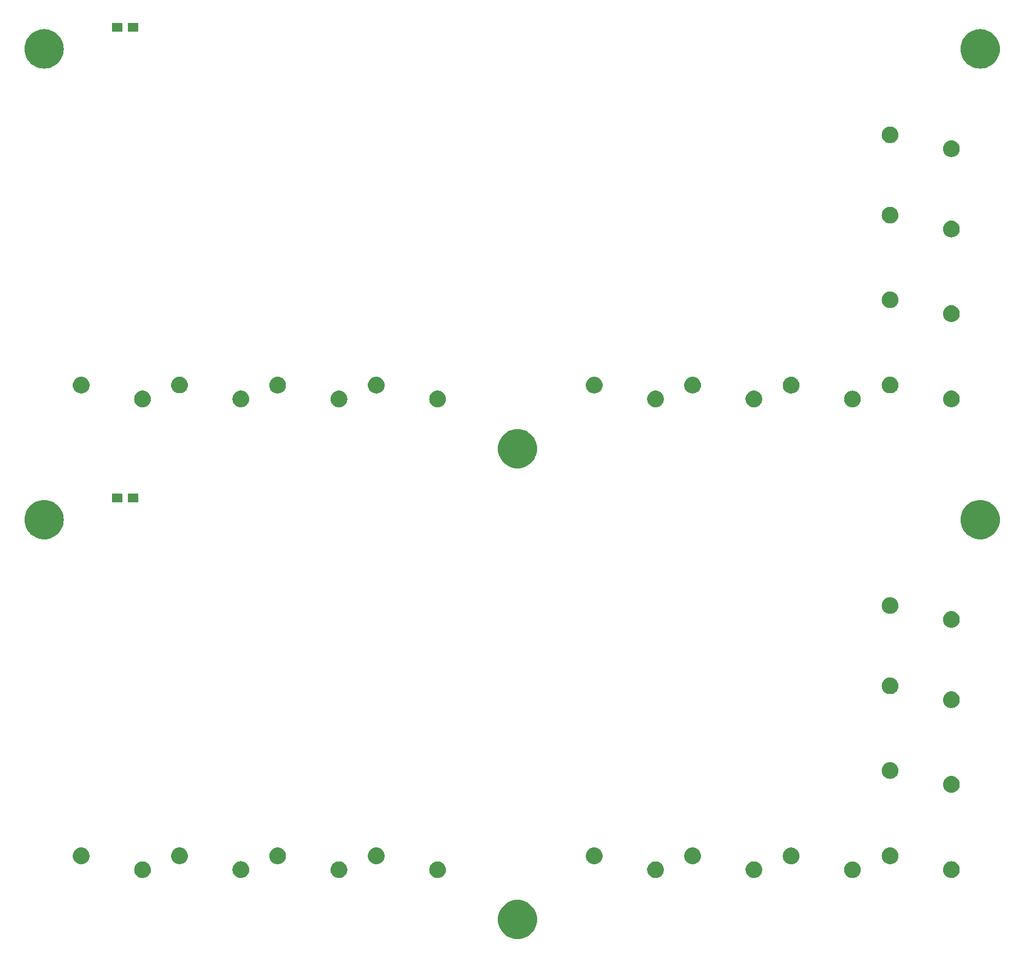
<source format=gbr>
%TF.GenerationSoftware,KiCad,Pcbnew,8.0.7*%
%TF.CreationDate,2025-01-14T19:54:10+09:00*%
%TF.ProjectId,AutoHome-S-Cover_V7.0,4175746f-486f-46d6-952d-532d436f7665,rev?*%
%TF.SameCoordinates,Original*%
%TF.FileFunction,Soldermask,Top*%
%TF.FilePolarity,Negative*%
%FSLAX46Y46*%
G04 Gerber Fmt 4.6, Leading zero omitted, Abs format (unit mm)*
G04 Created by KiCad (PCBNEW 8.0.7) date 2025-01-14 19:54:10*
%MOMM*%
%LPD*%
G01*
G04 APERTURE LIST*
G04 APERTURE END LIST*
G36*
X108797392Y-175238184D02*
G01*
X109134699Y-175295495D01*
X109463469Y-175390212D01*
X109779567Y-175521144D01*
X110079018Y-175686644D01*
X110358055Y-175884632D01*
X110613171Y-176112617D01*
X110841156Y-176367733D01*
X111039144Y-176646770D01*
X111204644Y-176946221D01*
X111335576Y-177262319D01*
X111430293Y-177591089D01*
X111487604Y-177928396D01*
X111506788Y-178270000D01*
X111487604Y-178611604D01*
X111430293Y-178948911D01*
X111335576Y-179277681D01*
X111204644Y-179593779D01*
X111039144Y-179893230D01*
X110841156Y-180172267D01*
X110613171Y-180427383D01*
X110358055Y-180655368D01*
X110079018Y-180853356D01*
X109779567Y-181018856D01*
X109463469Y-181149788D01*
X109134699Y-181244505D01*
X108797392Y-181301816D01*
X108455788Y-181321000D01*
X108114184Y-181301816D01*
X107776877Y-181244505D01*
X107448107Y-181149788D01*
X107132009Y-181018856D01*
X106832558Y-180853356D01*
X106553521Y-180655368D01*
X106298405Y-180427383D01*
X106070420Y-180172267D01*
X105872432Y-179893230D01*
X105706932Y-179593779D01*
X105576000Y-179277681D01*
X105481283Y-178948911D01*
X105423972Y-178611604D01*
X105404788Y-178270000D01*
X105423972Y-177928396D01*
X105481283Y-177591089D01*
X105576000Y-177262319D01*
X105706932Y-176946221D01*
X105872432Y-176646770D01*
X106070420Y-176367733D01*
X106298405Y-176112617D01*
X106553521Y-175884632D01*
X106832558Y-175686644D01*
X107132009Y-175521144D01*
X107448107Y-175390212D01*
X107776877Y-175295495D01*
X108114184Y-175238184D01*
X108455788Y-175219000D01*
X108797392Y-175238184D01*
G37*
G36*
X160411464Y-169263871D02*
G01*
X160463190Y-169263871D01*
X160520200Y-169273384D01*
X160581704Y-169278765D01*
X160630002Y-169291706D01*
X160675059Y-169299225D01*
X160735505Y-169319976D01*
X160800756Y-169337460D01*
X160840724Y-169356097D01*
X160878221Y-169368970D01*
X160939830Y-169402311D01*
X161006288Y-169433301D01*
X161037573Y-169455207D01*
X161067131Y-169471203D01*
X161127299Y-169518033D01*
X161192055Y-169563376D01*
X161214877Y-169586198D01*
X161236639Y-169603136D01*
X161292542Y-169663863D01*
X161352412Y-169723733D01*
X161367523Y-169745315D01*
X161382123Y-169761174D01*
X161430833Y-169835730D01*
X161482487Y-169909500D01*
X161491108Y-169927987D01*
X161499606Y-169940995D01*
X161538170Y-170028914D01*
X161578328Y-170115032D01*
X161582068Y-170128991D01*
X161585890Y-170137704D01*
X161611481Y-170238763D01*
X161637023Y-170334084D01*
X161637763Y-170342546D01*
X161638621Y-170345933D01*
X161648675Y-170467270D01*
X161656788Y-170560000D01*
X161648674Y-170652737D01*
X161638621Y-170774066D01*
X161637763Y-170777452D01*
X161637023Y-170785916D01*
X161611477Y-170881253D01*
X161585890Y-170982295D01*
X161582069Y-170991005D01*
X161578328Y-171004968D01*
X161538163Y-171091101D01*
X161499606Y-171179004D01*
X161491109Y-171192008D01*
X161482487Y-171210500D01*
X161430823Y-171284283D01*
X161382123Y-171358825D01*
X161367526Y-171374680D01*
X161352412Y-171396267D01*
X161292531Y-171456147D01*
X161236639Y-171516863D01*
X161214881Y-171533797D01*
X161192055Y-171556624D01*
X161127286Y-171601975D01*
X161067131Y-171648796D01*
X161037579Y-171664788D01*
X161006288Y-171686699D01*
X160939817Y-171717694D01*
X160878221Y-171751029D01*
X160840732Y-171763898D01*
X160800756Y-171782540D01*
X160735492Y-171800027D01*
X160675059Y-171820774D01*
X160630009Y-171828291D01*
X160581704Y-171841235D01*
X160520196Y-171846616D01*
X160463190Y-171856129D01*
X160411464Y-171856129D01*
X160355788Y-171861000D01*
X160300112Y-171856129D01*
X160248386Y-171856129D01*
X160191378Y-171846616D01*
X160129872Y-171841235D01*
X160081567Y-171828291D01*
X160036516Y-171820774D01*
X159976079Y-171800026D01*
X159910820Y-171782540D01*
X159870846Y-171763900D01*
X159833354Y-171751029D01*
X159771751Y-171717691D01*
X159705288Y-171686699D01*
X159673999Y-171664790D01*
X159644444Y-171648796D01*
X159584279Y-171601968D01*
X159519521Y-171556624D01*
X159496697Y-171533800D01*
X159474936Y-171516863D01*
X159419032Y-171456135D01*
X159359164Y-171396267D01*
X159344052Y-171374685D01*
X159329452Y-171358825D01*
X159280737Y-171284262D01*
X159229089Y-171210500D01*
X159220468Y-171192013D01*
X159211969Y-171179004D01*
X159173395Y-171091065D01*
X159133248Y-171004968D01*
X159129508Y-170991011D01*
X159125685Y-170982295D01*
X159100080Y-170881185D01*
X159074553Y-170785916D01*
X159073813Y-170777458D01*
X159072954Y-170774066D01*
X159062882Y-170652521D01*
X159054788Y-170560000D01*
X159062881Y-170467486D01*
X159072954Y-170345933D01*
X159073813Y-170342540D01*
X159074553Y-170334084D01*
X159100075Y-170238831D01*
X159125685Y-170137704D01*
X159129508Y-170128986D01*
X159133248Y-170115032D01*
X159173388Y-170028950D01*
X159211969Y-169940995D01*
X159220470Y-169927982D01*
X159229089Y-169909500D01*
X159280727Y-169835751D01*
X159329452Y-169761174D01*
X159344055Y-169745310D01*
X159359164Y-169723733D01*
X159419020Y-169663876D01*
X159474936Y-169603136D01*
X159496702Y-169586194D01*
X159519521Y-169563376D01*
X159584266Y-169518040D01*
X159644444Y-169471203D01*
X159674005Y-169455204D01*
X159705288Y-169433301D01*
X159771738Y-169402314D01*
X159833354Y-169368970D01*
X159870854Y-169356096D01*
X159910820Y-169337460D01*
X159976066Y-169319977D01*
X160036516Y-169299225D01*
X160081575Y-169291706D01*
X160129872Y-169278765D01*
X160191375Y-169273384D01*
X160248386Y-169263871D01*
X160300112Y-169263871D01*
X160355788Y-169259000D01*
X160411464Y-169263871D01*
G37*
G36*
X50411464Y-169253871D02*
G01*
X50463190Y-169253871D01*
X50520200Y-169263384D01*
X50581704Y-169268765D01*
X50630002Y-169281706D01*
X50675059Y-169289225D01*
X50735505Y-169309976D01*
X50800756Y-169327460D01*
X50840724Y-169346097D01*
X50878221Y-169358970D01*
X50939830Y-169392311D01*
X51006288Y-169423301D01*
X51037573Y-169445207D01*
X51067131Y-169461203D01*
X51127299Y-169508033D01*
X51192055Y-169553376D01*
X51214877Y-169576198D01*
X51236639Y-169593136D01*
X51292542Y-169653863D01*
X51352412Y-169713733D01*
X51367523Y-169735315D01*
X51382123Y-169751174D01*
X51430833Y-169825730D01*
X51482487Y-169899500D01*
X51491108Y-169917987D01*
X51499606Y-169930995D01*
X51538170Y-170018914D01*
X51578328Y-170105032D01*
X51582068Y-170118991D01*
X51585890Y-170127704D01*
X51611481Y-170228763D01*
X51637023Y-170324084D01*
X51637763Y-170332546D01*
X51638621Y-170335933D01*
X51648675Y-170457270D01*
X51656788Y-170550000D01*
X51648674Y-170642737D01*
X51638621Y-170764066D01*
X51637763Y-170767452D01*
X51637023Y-170775916D01*
X51611477Y-170871253D01*
X51585890Y-170972295D01*
X51582069Y-170981005D01*
X51578328Y-170994968D01*
X51538163Y-171081101D01*
X51499606Y-171169004D01*
X51491109Y-171182008D01*
X51482487Y-171200500D01*
X51430823Y-171274283D01*
X51382123Y-171348825D01*
X51367526Y-171364680D01*
X51352412Y-171386267D01*
X51292531Y-171446147D01*
X51236639Y-171506863D01*
X51214881Y-171523797D01*
X51192055Y-171546624D01*
X51127286Y-171591975D01*
X51067131Y-171638796D01*
X51037579Y-171654788D01*
X51006288Y-171676699D01*
X50939817Y-171707694D01*
X50878221Y-171741029D01*
X50840732Y-171753898D01*
X50800756Y-171772540D01*
X50735492Y-171790027D01*
X50675059Y-171810774D01*
X50630009Y-171818291D01*
X50581704Y-171831235D01*
X50520196Y-171836616D01*
X50463190Y-171846129D01*
X50411464Y-171846129D01*
X50355788Y-171851000D01*
X50300112Y-171846129D01*
X50248386Y-171846129D01*
X50191378Y-171836616D01*
X50129872Y-171831235D01*
X50081567Y-171818291D01*
X50036516Y-171810774D01*
X49976079Y-171790026D01*
X49910820Y-171772540D01*
X49870846Y-171753900D01*
X49833354Y-171741029D01*
X49771751Y-171707691D01*
X49705288Y-171676699D01*
X49673999Y-171654790D01*
X49644444Y-171638796D01*
X49584279Y-171591968D01*
X49519521Y-171546624D01*
X49496697Y-171523800D01*
X49474936Y-171506863D01*
X49419032Y-171446135D01*
X49359164Y-171386267D01*
X49344052Y-171364685D01*
X49329452Y-171348825D01*
X49280737Y-171274262D01*
X49229089Y-171200500D01*
X49220468Y-171182013D01*
X49211969Y-171169004D01*
X49173395Y-171081065D01*
X49133248Y-170994968D01*
X49129508Y-170981011D01*
X49125685Y-170972295D01*
X49100080Y-170871185D01*
X49074553Y-170775916D01*
X49073813Y-170767458D01*
X49072954Y-170764066D01*
X49062882Y-170642521D01*
X49054788Y-170550000D01*
X49062881Y-170457486D01*
X49072954Y-170335933D01*
X49073813Y-170332540D01*
X49074553Y-170324084D01*
X49100075Y-170228831D01*
X49125685Y-170127704D01*
X49129508Y-170118986D01*
X49133248Y-170105032D01*
X49173388Y-170018950D01*
X49211969Y-169930995D01*
X49220470Y-169917982D01*
X49229089Y-169899500D01*
X49280727Y-169825751D01*
X49329452Y-169751174D01*
X49344055Y-169735310D01*
X49359164Y-169713733D01*
X49419020Y-169653876D01*
X49474936Y-169593136D01*
X49496702Y-169576194D01*
X49519521Y-169553376D01*
X49584266Y-169508040D01*
X49644444Y-169461203D01*
X49674005Y-169445204D01*
X49705288Y-169423301D01*
X49771738Y-169392314D01*
X49833354Y-169358970D01*
X49870854Y-169346096D01*
X49910820Y-169327460D01*
X49976066Y-169309977D01*
X50036516Y-169289225D01*
X50081575Y-169281706D01*
X50129872Y-169268765D01*
X50191375Y-169263384D01*
X50248386Y-169253871D01*
X50300112Y-169253871D01*
X50355788Y-169249000D01*
X50411464Y-169253871D01*
G37*
G36*
X80851464Y-169253871D02*
G01*
X80903190Y-169253871D01*
X80960200Y-169263384D01*
X81021704Y-169268765D01*
X81070002Y-169281706D01*
X81115059Y-169289225D01*
X81175505Y-169309976D01*
X81240756Y-169327460D01*
X81280724Y-169346097D01*
X81318221Y-169358970D01*
X81379830Y-169392311D01*
X81446288Y-169423301D01*
X81477573Y-169445207D01*
X81507131Y-169461203D01*
X81567299Y-169508033D01*
X81632055Y-169553376D01*
X81654877Y-169576198D01*
X81676639Y-169593136D01*
X81732542Y-169653863D01*
X81792412Y-169713733D01*
X81807523Y-169735315D01*
X81822123Y-169751174D01*
X81870833Y-169825730D01*
X81922487Y-169899500D01*
X81931108Y-169917987D01*
X81939606Y-169930995D01*
X81978170Y-170018914D01*
X82018328Y-170105032D01*
X82022068Y-170118991D01*
X82025890Y-170127704D01*
X82051481Y-170228763D01*
X82077023Y-170324084D01*
X82077763Y-170332546D01*
X82078621Y-170335933D01*
X82088675Y-170457270D01*
X82096788Y-170550000D01*
X82088674Y-170642737D01*
X82078621Y-170764066D01*
X82077763Y-170767452D01*
X82077023Y-170775916D01*
X82051477Y-170871253D01*
X82025890Y-170972295D01*
X82022069Y-170981005D01*
X82018328Y-170994968D01*
X81978163Y-171081101D01*
X81939606Y-171169004D01*
X81931109Y-171182008D01*
X81922487Y-171200500D01*
X81870823Y-171274283D01*
X81822123Y-171348825D01*
X81807526Y-171364680D01*
X81792412Y-171386267D01*
X81732531Y-171446147D01*
X81676639Y-171506863D01*
X81654881Y-171523797D01*
X81632055Y-171546624D01*
X81567286Y-171591975D01*
X81507131Y-171638796D01*
X81477579Y-171654788D01*
X81446288Y-171676699D01*
X81379817Y-171707694D01*
X81318221Y-171741029D01*
X81280732Y-171753898D01*
X81240756Y-171772540D01*
X81175492Y-171790027D01*
X81115059Y-171810774D01*
X81070009Y-171818291D01*
X81021704Y-171831235D01*
X80960196Y-171836616D01*
X80903190Y-171846129D01*
X80851464Y-171846129D01*
X80795788Y-171851000D01*
X80740112Y-171846129D01*
X80688386Y-171846129D01*
X80631378Y-171836616D01*
X80569872Y-171831235D01*
X80521567Y-171818291D01*
X80476516Y-171810774D01*
X80416079Y-171790026D01*
X80350820Y-171772540D01*
X80310846Y-171753900D01*
X80273354Y-171741029D01*
X80211751Y-171707691D01*
X80145288Y-171676699D01*
X80113999Y-171654790D01*
X80084444Y-171638796D01*
X80024279Y-171591968D01*
X79959521Y-171546624D01*
X79936697Y-171523800D01*
X79914936Y-171506863D01*
X79859032Y-171446135D01*
X79799164Y-171386267D01*
X79784052Y-171364685D01*
X79769452Y-171348825D01*
X79720737Y-171274262D01*
X79669089Y-171200500D01*
X79660468Y-171182013D01*
X79651969Y-171169004D01*
X79613395Y-171081065D01*
X79573248Y-170994968D01*
X79569508Y-170981011D01*
X79565685Y-170972295D01*
X79540080Y-170871185D01*
X79514553Y-170775916D01*
X79513813Y-170767458D01*
X79512954Y-170764066D01*
X79502882Y-170642521D01*
X79494788Y-170550000D01*
X79502881Y-170457486D01*
X79512954Y-170335933D01*
X79513813Y-170332540D01*
X79514553Y-170324084D01*
X79540075Y-170228831D01*
X79565685Y-170127704D01*
X79569508Y-170118986D01*
X79573248Y-170105032D01*
X79613388Y-170018950D01*
X79651969Y-169930995D01*
X79660470Y-169917982D01*
X79669089Y-169899500D01*
X79720727Y-169825751D01*
X79769452Y-169751174D01*
X79784055Y-169735310D01*
X79799164Y-169713733D01*
X79859020Y-169653876D01*
X79914936Y-169593136D01*
X79936702Y-169576194D01*
X79959521Y-169553376D01*
X80024266Y-169508040D01*
X80084444Y-169461203D01*
X80114005Y-169445204D01*
X80145288Y-169423301D01*
X80211738Y-169392314D01*
X80273354Y-169358970D01*
X80310854Y-169346096D01*
X80350820Y-169327460D01*
X80416066Y-169309977D01*
X80476516Y-169289225D01*
X80521575Y-169281706D01*
X80569872Y-169268765D01*
X80631375Y-169263384D01*
X80688386Y-169253871D01*
X80740112Y-169253871D01*
X80795788Y-169249000D01*
X80851464Y-169253871D01*
G37*
G36*
X96131464Y-169253871D02*
G01*
X96183190Y-169253871D01*
X96240200Y-169263384D01*
X96301704Y-169268765D01*
X96350002Y-169281706D01*
X96395059Y-169289225D01*
X96455505Y-169309976D01*
X96520756Y-169327460D01*
X96560724Y-169346097D01*
X96598221Y-169358970D01*
X96659830Y-169392311D01*
X96726288Y-169423301D01*
X96757573Y-169445207D01*
X96787131Y-169461203D01*
X96847299Y-169508033D01*
X96912055Y-169553376D01*
X96934877Y-169576198D01*
X96956639Y-169593136D01*
X97012542Y-169653863D01*
X97072412Y-169713733D01*
X97087523Y-169735315D01*
X97102123Y-169751174D01*
X97150833Y-169825730D01*
X97202487Y-169899500D01*
X97211108Y-169917987D01*
X97219606Y-169930995D01*
X97258170Y-170018914D01*
X97298328Y-170105032D01*
X97302068Y-170118991D01*
X97305890Y-170127704D01*
X97331481Y-170228763D01*
X97357023Y-170324084D01*
X97357763Y-170332546D01*
X97358621Y-170335933D01*
X97368675Y-170457270D01*
X97376788Y-170550000D01*
X97368674Y-170642737D01*
X97358621Y-170764066D01*
X97357763Y-170767452D01*
X97357023Y-170775916D01*
X97331477Y-170871253D01*
X97305890Y-170972295D01*
X97302069Y-170981005D01*
X97298328Y-170994968D01*
X97258163Y-171081101D01*
X97219606Y-171169004D01*
X97211109Y-171182008D01*
X97202487Y-171200500D01*
X97150823Y-171274283D01*
X97102123Y-171348825D01*
X97087526Y-171364680D01*
X97072412Y-171386267D01*
X97012531Y-171446147D01*
X96956639Y-171506863D01*
X96934881Y-171523797D01*
X96912055Y-171546624D01*
X96847286Y-171591975D01*
X96787131Y-171638796D01*
X96757579Y-171654788D01*
X96726288Y-171676699D01*
X96659817Y-171707694D01*
X96598221Y-171741029D01*
X96560732Y-171753898D01*
X96520756Y-171772540D01*
X96455492Y-171790027D01*
X96395059Y-171810774D01*
X96350009Y-171818291D01*
X96301704Y-171831235D01*
X96240196Y-171836616D01*
X96183190Y-171846129D01*
X96131464Y-171846129D01*
X96075788Y-171851000D01*
X96020112Y-171846129D01*
X95968386Y-171846129D01*
X95911378Y-171836616D01*
X95849872Y-171831235D01*
X95801567Y-171818291D01*
X95756516Y-171810774D01*
X95696079Y-171790026D01*
X95630820Y-171772540D01*
X95590846Y-171753900D01*
X95553354Y-171741029D01*
X95491751Y-171707691D01*
X95425288Y-171676699D01*
X95393999Y-171654790D01*
X95364444Y-171638796D01*
X95304279Y-171591968D01*
X95239521Y-171546624D01*
X95216697Y-171523800D01*
X95194936Y-171506863D01*
X95139032Y-171446135D01*
X95079164Y-171386267D01*
X95064052Y-171364685D01*
X95049452Y-171348825D01*
X95000737Y-171274262D01*
X94949089Y-171200500D01*
X94940468Y-171182013D01*
X94931969Y-171169004D01*
X94893395Y-171081065D01*
X94853248Y-170994968D01*
X94849508Y-170981011D01*
X94845685Y-170972295D01*
X94820080Y-170871185D01*
X94794553Y-170775916D01*
X94793813Y-170767458D01*
X94792954Y-170764066D01*
X94782882Y-170642521D01*
X94774788Y-170550000D01*
X94782881Y-170457486D01*
X94792954Y-170335933D01*
X94793813Y-170332540D01*
X94794553Y-170324084D01*
X94820075Y-170228831D01*
X94845685Y-170127704D01*
X94849508Y-170118986D01*
X94853248Y-170105032D01*
X94893388Y-170018950D01*
X94931969Y-169930995D01*
X94940470Y-169917982D01*
X94949089Y-169899500D01*
X95000727Y-169825751D01*
X95049452Y-169751174D01*
X95064055Y-169735310D01*
X95079164Y-169713733D01*
X95139020Y-169653876D01*
X95194936Y-169593136D01*
X95216702Y-169576194D01*
X95239521Y-169553376D01*
X95304266Y-169508040D01*
X95364444Y-169461203D01*
X95394005Y-169445204D01*
X95425288Y-169423301D01*
X95491738Y-169392314D01*
X95553354Y-169358970D01*
X95590854Y-169346096D01*
X95630820Y-169327460D01*
X95696066Y-169309977D01*
X95756516Y-169289225D01*
X95801575Y-169281706D01*
X95849872Y-169268765D01*
X95911375Y-169263384D01*
X95968386Y-169253871D01*
X96020112Y-169253871D01*
X96075788Y-169249000D01*
X96131464Y-169253871D01*
G37*
G36*
X129901464Y-169253871D02*
G01*
X129953190Y-169253871D01*
X130010200Y-169263384D01*
X130071704Y-169268765D01*
X130120002Y-169281706D01*
X130165059Y-169289225D01*
X130225505Y-169309976D01*
X130290756Y-169327460D01*
X130330724Y-169346097D01*
X130368221Y-169358970D01*
X130429830Y-169392311D01*
X130496288Y-169423301D01*
X130527573Y-169445207D01*
X130557131Y-169461203D01*
X130617299Y-169508033D01*
X130682055Y-169553376D01*
X130704877Y-169576198D01*
X130726639Y-169593136D01*
X130782542Y-169653863D01*
X130842412Y-169713733D01*
X130857523Y-169735315D01*
X130872123Y-169751174D01*
X130920833Y-169825730D01*
X130972487Y-169899500D01*
X130981108Y-169917987D01*
X130989606Y-169930995D01*
X131028170Y-170018914D01*
X131068328Y-170105032D01*
X131072068Y-170118991D01*
X131075890Y-170127704D01*
X131101481Y-170228763D01*
X131127023Y-170324084D01*
X131127763Y-170332546D01*
X131128621Y-170335933D01*
X131138675Y-170457270D01*
X131146788Y-170550000D01*
X131138674Y-170642737D01*
X131128621Y-170764066D01*
X131127763Y-170767452D01*
X131127023Y-170775916D01*
X131101477Y-170871253D01*
X131075890Y-170972295D01*
X131072069Y-170981005D01*
X131068328Y-170994968D01*
X131028163Y-171081101D01*
X130989606Y-171169004D01*
X130981109Y-171182008D01*
X130972487Y-171200500D01*
X130920823Y-171274283D01*
X130872123Y-171348825D01*
X130857526Y-171364680D01*
X130842412Y-171386267D01*
X130782531Y-171446147D01*
X130726639Y-171506863D01*
X130704881Y-171523797D01*
X130682055Y-171546624D01*
X130617286Y-171591975D01*
X130557131Y-171638796D01*
X130527579Y-171654788D01*
X130496288Y-171676699D01*
X130429817Y-171707694D01*
X130368221Y-171741029D01*
X130330732Y-171753898D01*
X130290756Y-171772540D01*
X130225492Y-171790027D01*
X130165059Y-171810774D01*
X130120009Y-171818291D01*
X130071704Y-171831235D01*
X130010196Y-171836616D01*
X129953190Y-171846129D01*
X129901464Y-171846129D01*
X129845788Y-171851000D01*
X129790112Y-171846129D01*
X129738386Y-171846129D01*
X129681378Y-171836616D01*
X129619872Y-171831235D01*
X129571567Y-171818291D01*
X129526516Y-171810774D01*
X129466079Y-171790026D01*
X129400820Y-171772540D01*
X129360846Y-171753900D01*
X129323354Y-171741029D01*
X129261751Y-171707691D01*
X129195288Y-171676699D01*
X129163999Y-171654790D01*
X129134444Y-171638796D01*
X129074279Y-171591968D01*
X129009521Y-171546624D01*
X128986697Y-171523800D01*
X128964936Y-171506863D01*
X128909032Y-171446135D01*
X128849164Y-171386267D01*
X128834052Y-171364685D01*
X128819452Y-171348825D01*
X128770737Y-171274262D01*
X128719089Y-171200500D01*
X128710468Y-171182013D01*
X128701969Y-171169004D01*
X128663395Y-171081065D01*
X128623248Y-170994968D01*
X128619508Y-170981011D01*
X128615685Y-170972295D01*
X128590080Y-170871185D01*
X128564553Y-170775916D01*
X128563813Y-170767458D01*
X128562954Y-170764066D01*
X128552882Y-170642521D01*
X128544788Y-170550000D01*
X128552881Y-170457486D01*
X128562954Y-170335933D01*
X128563813Y-170332540D01*
X128564553Y-170324084D01*
X128590075Y-170228831D01*
X128615685Y-170127704D01*
X128619508Y-170118986D01*
X128623248Y-170105032D01*
X128663388Y-170018950D01*
X128701969Y-169930995D01*
X128710470Y-169917982D01*
X128719089Y-169899500D01*
X128770727Y-169825751D01*
X128819452Y-169751174D01*
X128834055Y-169735310D01*
X128849164Y-169713733D01*
X128909020Y-169653876D01*
X128964936Y-169593136D01*
X128986702Y-169576194D01*
X129009521Y-169553376D01*
X129074266Y-169508040D01*
X129134444Y-169461203D01*
X129164005Y-169445204D01*
X129195288Y-169423301D01*
X129261738Y-169392314D01*
X129323354Y-169358970D01*
X129360854Y-169346096D01*
X129400820Y-169327460D01*
X129466066Y-169309977D01*
X129526516Y-169289225D01*
X129571575Y-169281706D01*
X129619872Y-169268765D01*
X129681375Y-169263384D01*
X129738386Y-169253871D01*
X129790112Y-169253871D01*
X129845788Y-169249000D01*
X129901464Y-169253871D01*
G37*
G36*
X145141464Y-169253871D02*
G01*
X145193190Y-169253871D01*
X145250200Y-169263384D01*
X145311704Y-169268765D01*
X145360002Y-169281706D01*
X145405059Y-169289225D01*
X145465505Y-169309976D01*
X145530756Y-169327460D01*
X145570724Y-169346097D01*
X145608221Y-169358970D01*
X145669830Y-169392311D01*
X145736288Y-169423301D01*
X145767573Y-169445207D01*
X145797131Y-169461203D01*
X145857299Y-169508033D01*
X145922055Y-169553376D01*
X145944877Y-169576198D01*
X145966639Y-169593136D01*
X146022542Y-169653863D01*
X146082412Y-169713733D01*
X146097523Y-169735315D01*
X146112123Y-169751174D01*
X146160833Y-169825730D01*
X146212487Y-169899500D01*
X146221108Y-169917987D01*
X146229606Y-169930995D01*
X146268170Y-170018914D01*
X146308328Y-170105032D01*
X146312068Y-170118991D01*
X146315890Y-170127704D01*
X146341481Y-170228763D01*
X146367023Y-170324084D01*
X146367763Y-170332546D01*
X146368621Y-170335933D01*
X146378675Y-170457270D01*
X146386788Y-170550000D01*
X146378674Y-170642737D01*
X146368621Y-170764066D01*
X146367763Y-170767452D01*
X146367023Y-170775916D01*
X146341477Y-170871253D01*
X146315890Y-170972295D01*
X146312069Y-170981005D01*
X146308328Y-170994968D01*
X146268163Y-171081101D01*
X146229606Y-171169004D01*
X146221109Y-171182008D01*
X146212487Y-171200500D01*
X146160823Y-171274283D01*
X146112123Y-171348825D01*
X146097526Y-171364680D01*
X146082412Y-171386267D01*
X146022531Y-171446147D01*
X145966639Y-171506863D01*
X145944881Y-171523797D01*
X145922055Y-171546624D01*
X145857286Y-171591975D01*
X145797131Y-171638796D01*
X145767579Y-171654788D01*
X145736288Y-171676699D01*
X145669817Y-171707694D01*
X145608221Y-171741029D01*
X145570732Y-171753898D01*
X145530756Y-171772540D01*
X145465492Y-171790027D01*
X145405059Y-171810774D01*
X145360009Y-171818291D01*
X145311704Y-171831235D01*
X145250196Y-171836616D01*
X145193190Y-171846129D01*
X145141464Y-171846129D01*
X145085788Y-171851000D01*
X145030112Y-171846129D01*
X144978386Y-171846129D01*
X144921378Y-171836616D01*
X144859872Y-171831235D01*
X144811567Y-171818291D01*
X144766516Y-171810774D01*
X144706079Y-171790026D01*
X144640820Y-171772540D01*
X144600846Y-171753900D01*
X144563354Y-171741029D01*
X144501751Y-171707691D01*
X144435288Y-171676699D01*
X144403999Y-171654790D01*
X144374444Y-171638796D01*
X144314279Y-171591968D01*
X144249521Y-171546624D01*
X144226697Y-171523800D01*
X144204936Y-171506863D01*
X144149032Y-171446135D01*
X144089164Y-171386267D01*
X144074052Y-171364685D01*
X144059452Y-171348825D01*
X144010737Y-171274262D01*
X143959089Y-171200500D01*
X143950468Y-171182013D01*
X143941969Y-171169004D01*
X143903395Y-171081065D01*
X143863248Y-170994968D01*
X143859508Y-170981011D01*
X143855685Y-170972295D01*
X143830080Y-170871185D01*
X143804553Y-170775916D01*
X143803813Y-170767458D01*
X143802954Y-170764066D01*
X143792882Y-170642521D01*
X143784788Y-170550000D01*
X143792881Y-170457486D01*
X143802954Y-170335933D01*
X143803813Y-170332540D01*
X143804553Y-170324084D01*
X143830075Y-170228831D01*
X143855685Y-170127704D01*
X143859508Y-170118986D01*
X143863248Y-170105032D01*
X143903388Y-170018950D01*
X143941969Y-169930995D01*
X143950470Y-169917982D01*
X143959089Y-169899500D01*
X144010727Y-169825751D01*
X144059452Y-169751174D01*
X144074055Y-169735310D01*
X144089164Y-169713733D01*
X144149020Y-169653876D01*
X144204936Y-169593136D01*
X144226702Y-169576194D01*
X144249521Y-169553376D01*
X144314266Y-169508040D01*
X144374444Y-169461203D01*
X144404005Y-169445204D01*
X144435288Y-169423301D01*
X144501738Y-169392314D01*
X144563354Y-169358970D01*
X144600854Y-169346096D01*
X144640820Y-169327460D01*
X144706066Y-169309977D01*
X144766516Y-169289225D01*
X144811575Y-169281706D01*
X144859872Y-169268765D01*
X144921375Y-169263384D01*
X144978386Y-169253871D01*
X145030112Y-169253871D01*
X145085788Y-169249000D01*
X145141464Y-169253871D01*
G37*
G36*
X65641464Y-169243871D02*
G01*
X65693190Y-169243871D01*
X65750200Y-169253384D01*
X65811704Y-169258765D01*
X65860002Y-169271706D01*
X65905059Y-169279225D01*
X65965505Y-169299976D01*
X66030756Y-169317460D01*
X66070724Y-169336097D01*
X66108221Y-169348970D01*
X66169830Y-169382311D01*
X66236288Y-169413301D01*
X66267573Y-169435207D01*
X66297131Y-169451203D01*
X66357299Y-169498033D01*
X66422055Y-169543376D01*
X66444877Y-169566198D01*
X66466639Y-169583136D01*
X66522542Y-169643863D01*
X66582412Y-169703733D01*
X66597523Y-169725315D01*
X66612123Y-169741174D01*
X66660833Y-169815730D01*
X66712487Y-169889500D01*
X66721108Y-169907987D01*
X66729606Y-169920995D01*
X66768170Y-170008914D01*
X66808328Y-170095032D01*
X66812068Y-170108991D01*
X66815890Y-170117704D01*
X66841481Y-170218763D01*
X66867023Y-170314084D01*
X66867763Y-170322546D01*
X66868621Y-170325933D01*
X66878675Y-170447270D01*
X66886788Y-170540000D01*
X66878674Y-170632737D01*
X66868621Y-170754066D01*
X66867763Y-170757452D01*
X66867023Y-170765916D01*
X66841477Y-170861253D01*
X66815890Y-170962295D01*
X66812069Y-170971005D01*
X66808328Y-170984968D01*
X66768163Y-171071101D01*
X66729606Y-171159004D01*
X66721109Y-171172008D01*
X66712487Y-171190500D01*
X66660823Y-171264283D01*
X66612123Y-171338825D01*
X66597526Y-171354680D01*
X66582412Y-171376267D01*
X66522531Y-171436147D01*
X66466639Y-171496863D01*
X66444881Y-171513797D01*
X66422055Y-171536624D01*
X66357286Y-171581975D01*
X66297131Y-171628796D01*
X66267579Y-171644788D01*
X66236288Y-171666699D01*
X66169817Y-171697694D01*
X66108221Y-171731029D01*
X66070732Y-171743898D01*
X66030756Y-171762540D01*
X65965492Y-171780027D01*
X65905059Y-171800774D01*
X65860009Y-171808291D01*
X65811704Y-171821235D01*
X65750196Y-171826616D01*
X65693190Y-171836129D01*
X65641464Y-171836129D01*
X65585788Y-171841000D01*
X65530112Y-171836129D01*
X65478386Y-171836129D01*
X65421378Y-171826616D01*
X65359872Y-171821235D01*
X65311567Y-171808291D01*
X65266516Y-171800774D01*
X65206079Y-171780026D01*
X65140820Y-171762540D01*
X65100846Y-171743900D01*
X65063354Y-171731029D01*
X65001751Y-171697691D01*
X64935288Y-171666699D01*
X64903999Y-171644790D01*
X64874444Y-171628796D01*
X64814279Y-171581968D01*
X64749521Y-171536624D01*
X64726697Y-171513800D01*
X64704936Y-171496863D01*
X64649032Y-171436135D01*
X64589164Y-171376267D01*
X64574052Y-171354685D01*
X64559452Y-171338825D01*
X64510737Y-171264262D01*
X64459089Y-171190500D01*
X64450468Y-171172013D01*
X64441969Y-171159004D01*
X64403395Y-171071065D01*
X64363248Y-170984968D01*
X64359508Y-170971011D01*
X64355685Y-170962295D01*
X64330080Y-170861185D01*
X64304553Y-170765916D01*
X64303813Y-170757458D01*
X64302954Y-170754066D01*
X64292882Y-170632521D01*
X64284788Y-170540000D01*
X64292881Y-170447486D01*
X64302954Y-170325933D01*
X64303813Y-170322540D01*
X64304553Y-170314084D01*
X64330075Y-170218831D01*
X64355685Y-170117704D01*
X64359508Y-170108986D01*
X64363248Y-170095032D01*
X64403388Y-170008950D01*
X64441969Y-169920995D01*
X64450470Y-169907982D01*
X64459089Y-169889500D01*
X64510727Y-169815751D01*
X64559452Y-169741174D01*
X64574055Y-169725310D01*
X64589164Y-169703733D01*
X64649020Y-169643876D01*
X64704936Y-169583136D01*
X64726702Y-169566194D01*
X64749521Y-169543376D01*
X64814266Y-169498040D01*
X64874444Y-169451203D01*
X64904005Y-169435204D01*
X64935288Y-169413301D01*
X65001738Y-169382314D01*
X65063354Y-169348970D01*
X65100854Y-169336096D01*
X65140820Y-169317460D01*
X65206066Y-169299977D01*
X65266516Y-169279225D01*
X65311575Y-169271706D01*
X65359872Y-169258765D01*
X65421375Y-169253384D01*
X65478386Y-169243871D01*
X65530112Y-169243871D01*
X65585788Y-169239000D01*
X65641464Y-169243871D01*
G37*
G36*
X175741464Y-169243871D02*
G01*
X175793190Y-169243871D01*
X175850200Y-169253384D01*
X175911704Y-169258765D01*
X175960002Y-169271706D01*
X176005059Y-169279225D01*
X176065505Y-169299976D01*
X176130756Y-169317460D01*
X176170724Y-169336097D01*
X176208221Y-169348970D01*
X176269830Y-169382311D01*
X176336288Y-169413301D01*
X176367573Y-169435207D01*
X176397131Y-169451203D01*
X176457299Y-169498033D01*
X176522055Y-169543376D01*
X176544877Y-169566198D01*
X176566639Y-169583136D01*
X176622542Y-169643863D01*
X176682412Y-169703733D01*
X176697523Y-169725315D01*
X176712123Y-169741174D01*
X176760833Y-169815730D01*
X176812487Y-169889500D01*
X176821108Y-169907987D01*
X176829606Y-169920995D01*
X176868170Y-170008914D01*
X176908328Y-170095032D01*
X176912068Y-170108991D01*
X176915890Y-170117704D01*
X176941481Y-170218763D01*
X176967023Y-170314084D01*
X176967763Y-170322546D01*
X176968621Y-170325933D01*
X176978675Y-170447270D01*
X176986788Y-170540000D01*
X176978674Y-170632737D01*
X176968621Y-170754066D01*
X176967763Y-170757452D01*
X176967023Y-170765916D01*
X176941477Y-170861253D01*
X176915890Y-170962295D01*
X176912069Y-170971005D01*
X176908328Y-170984968D01*
X176868163Y-171071101D01*
X176829606Y-171159004D01*
X176821109Y-171172008D01*
X176812487Y-171190500D01*
X176760823Y-171264283D01*
X176712123Y-171338825D01*
X176697526Y-171354680D01*
X176682412Y-171376267D01*
X176622531Y-171436147D01*
X176566639Y-171496863D01*
X176544881Y-171513797D01*
X176522055Y-171536624D01*
X176457286Y-171581975D01*
X176397131Y-171628796D01*
X176367579Y-171644788D01*
X176336288Y-171666699D01*
X176269817Y-171697694D01*
X176208221Y-171731029D01*
X176170732Y-171743898D01*
X176130756Y-171762540D01*
X176065492Y-171780027D01*
X176005059Y-171800774D01*
X175960009Y-171808291D01*
X175911704Y-171821235D01*
X175850196Y-171826616D01*
X175793190Y-171836129D01*
X175741464Y-171836129D01*
X175685788Y-171841000D01*
X175630112Y-171836129D01*
X175578386Y-171836129D01*
X175521378Y-171826616D01*
X175459872Y-171821235D01*
X175411567Y-171808291D01*
X175366516Y-171800774D01*
X175306079Y-171780026D01*
X175240820Y-171762540D01*
X175200846Y-171743900D01*
X175163354Y-171731029D01*
X175101751Y-171697691D01*
X175035288Y-171666699D01*
X175003999Y-171644790D01*
X174974444Y-171628796D01*
X174914279Y-171581968D01*
X174849521Y-171536624D01*
X174826697Y-171513800D01*
X174804936Y-171496863D01*
X174749032Y-171436135D01*
X174689164Y-171376267D01*
X174674052Y-171354685D01*
X174659452Y-171338825D01*
X174610737Y-171264262D01*
X174559089Y-171190500D01*
X174550468Y-171172013D01*
X174541969Y-171159004D01*
X174503395Y-171071065D01*
X174463248Y-170984968D01*
X174459508Y-170971011D01*
X174455685Y-170962295D01*
X174430080Y-170861185D01*
X174404553Y-170765916D01*
X174403813Y-170757458D01*
X174402954Y-170754066D01*
X174392882Y-170632521D01*
X174384788Y-170540000D01*
X174392881Y-170447486D01*
X174402954Y-170325933D01*
X174403813Y-170322540D01*
X174404553Y-170314084D01*
X174430075Y-170218831D01*
X174455685Y-170117704D01*
X174459508Y-170108986D01*
X174463248Y-170095032D01*
X174503388Y-170008950D01*
X174541969Y-169920995D01*
X174550470Y-169907982D01*
X174559089Y-169889500D01*
X174610727Y-169815751D01*
X174659452Y-169741174D01*
X174674055Y-169725310D01*
X174689164Y-169703733D01*
X174749020Y-169643876D01*
X174804936Y-169583136D01*
X174826702Y-169566194D01*
X174849521Y-169543376D01*
X174914266Y-169498040D01*
X174974444Y-169451203D01*
X175004005Y-169435204D01*
X175035288Y-169413301D01*
X175101738Y-169382314D01*
X175163354Y-169348970D01*
X175200854Y-169336096D01*
X175240820Y-169317460D01*
X175306066Y-169299977D01*
X175366516Y-169279225D01*
X175411575Y-169271706D01*
X175459872Y-169258765D01*
X175521375Y-169253384D01*
X175578386Y-169243871D01*
X175630112Y-169243871D01*
X175685788Y-169239000D01*
X175741464Y-169243871D01*
G37*
G36*
X150911464Y-167113871D02*
G01*
X150963190Y-167113871D01*
X151020200Y-167123384D01*
X151081704Y-167128765D01*
X151130002Y-167141706D01*
X151175059Y-167149225D01*
X151235505Y-167169976D01*
X151300756Y-167187460D01*
X151340724Y-167206097D01*
X151378221Y-167218970D01*
X151439830Y-167252311D01*
X151506288Y-167283301D01*
X151537573Y-167305207D01*
X151567131Y-167321203D01*
X151627299Y-167368033D01*
X151692055Y-167413376D01*
X151714877Y-167436198D01*
X151736639Y-167453136D01*
X151792542Y-167513863D01*
X151852412Y-167573733D01*
X151867523Y-167595315D01*
X151882123Y-167611174D01*
X151930833Y-167685730D01*
X151982487Y-167759500D01*
X151991108Y-167777987D01*
X151999606Y-167790995D01*
X152038170Y-167878914D01*
X152078328Y-167965032D01*
X152082068Y-167978991D01*
X152085890Y-167987704D01*
X152111481Y-168088763D01*
X152137023Y-168184084D01*
X152137763Y-168192546D01*
X152138621Y-168195933D01*
X152148675Y-168317270D01*
X152156788Y-168410000D01*
X152148674Y-168502737D01*
X152138621Y-168624066D01*
X152137763Y-168627452D01*
X152137023Y-168635916D01*
X152111477Y-168731253D01*
X152085890Y-168832295D01*
X152082069Y-168841005D01*
X152078328Y-168854968D01*
X152038163Y-168941101D01*
X151999606Y-169029004D01*
X151991109Y-169042008D01*
X151982487Y-169060500D01*
X151930823Y-169134283D01*
X151882123Y-169208825D01*
X151867526Y-169224680D01*
X151852412Y-169246267D01*
X151792531Y-169306147D01*
X151736639Y-169366863D01*
X151714881Y-169383797D01*
X151692055Y-169406624D01*
X151627286Y-169451975D01*
X151567131Y-169498796D01*
X151537579Y-169514788D01*
X151506288Y-169536699D01*
X151439817Y-169567694D01*
X151378221Y-169601029D01*
X151340732Y-169613898D01*
X151300756Y-169632540D01*
X151235492Y-169650027D01*
X151175059Y-169670774D01*
X151130009Y-169678291D01*
X151081704Y-169691235D01*
X151020196Y-169696616D01*
X150963190Y-169706129D01*
X150911464Y-169706129D01*
X150855788Y-169711000D01*
X150800112Y-169706129D01*
X150748386Y-169706129D01*
X150691378Y-169696616D01*
X150629872Y-169691235D01*
X150581567Y-169678291D01*
X150536516Y-169670774D01*
X150476079Y-169650026D01*
X150410820Y-169632540D01*
X150370846Y-169613900D01*
X150333354Y-169601029D01*
X150271751Y-169567691D01*
X150205288Y-169536699D01*
X150173999Y-169514790D01*
X150144444Y-169498796D01*
X150084279Y-169451968D01*
X150019521Y-169406624D01*
X149996697Y-169383800D01*
X149974936Y-169366863D01*
X149919032Y-169306135D01*
X149859164Y-169246267D01*
X149844052Y-169224685D01*
X149829452Y-169208825D01*
X149780737Y-169134262D01*
X149729089Y-169060500D01*
X149720468Y-169042013D01*
X149711969Y-169029004D01*
X149673395Y-168941065D01*
X149633248Y-168854968D01*
X149629508Y-168841011D01*
X149625685Y-168832295D01*
X149600080Y-168731185D01*
X149574553Y-168635916D01*
X149573813Y-168627458D01*
X149572954Y-168624066D01*
X149562882Y-168502521D01*
X149554788Y-168410000D01*
X149562881Y-168317486D01*
X149572954Y-168195933D01*
X149573813Y-168192540D01*
X149574553Y-168184084D01*
X149600075Y-168088831D01*
X149625685Y-167987704D01*
X149629508Y-167978986D01*
X149633248Y-167965032D01*
X149673388Y-167878950D01*
X149711969Y-167790995D01*
X149720470Y-167777982D01*
X149729089Y-167759500D01*
X149780727Y-167685751D01*
X149829452Y-167611174D01*
X149844055Y-167595310D01*
X149859164Y-167573733D01*
X149919020Y-167513876D01*
X149974936Y-167453136D01*
X149996702Y-167436194D01*
X150019521Y-167413376D01*
X150084266Y-167368040D01*
X150144444Y-167321203D01*
X150174005Y-167305204D01*
X150205288Y-167283301D01*
X150271738Y-167252314D01*
X150333354Y-167218970D01*
X150370854Y-167206096D01*
X150410820Y-167187460D01*
X150476066Y-167169977D01*
X150536516Y-167149225D01*
X150581575Y-167141706D01*
X150629872Y-167128765D01*
X150691375Y-167123384D01*
X150748386Y-167113871D01*
X150800112Y-167113871D01*
X150855788Y-167109000D01*
X150911464Y-167113871D01*
G37*
G36*
X40911464Y-167103871D02*
G01*
X40963190Y-167103871D01*
X41020200Y-167113384D01*
X41081704Y-167118765D01*
X41130002Y-167131706D01*
X41175059Y-167139225D01*
X41235505Y-167159976D01*
X41300756Y-167177460D01*
X41340724Y-167196097D01*
X41378221Y-167208970D01*
X41439830Y-167242311D01*
X41506288Y-167273301D01*
X41537573Y-167295207D01*
X41567131Y-167311203D01*
X41627299Y-167358033D01*
X41692055Y-167403376D01*
X41714877Y-167426198D01*
X41736639Y-167443136D01*
X41792542Y-167503863D01*
X41852412Y-167563733D01*
X41867523Y-167585315D01*
X41882123Y-167601174D01*
X41930833Y-167675730D01*
X41982487Y-167749500D01*
X41991108Y-167767987D01*
X41999606Y-167780995D01*
X42038170Y-167868914D01*
X42078328Y-167955032D01*
X42082068Y-167968991D01*
X42085890Y-167977704D01*
X42111481Y-168078763D01*
X42137023Y-168174084D01*
X42137763Y-168182546D01*
X42138621Y-168185933D01*
X42148675Y-168307270D01*
X42156788Y-168400000D01*
X42148674Y-168492737D01*
X42138621Y-168614066D01*
X42137763Y-168617452D01*
X42137023Y-168625916D01*
X42111477Y-168721253D01*
X42085890Y-168822295D01*
X42082069Y-168831005D01*
X42078328Y-168844968D01*
X42038163Y-168931101D01*
X41999606Y-169019004D01*
X41991109Y-169032008D01*
X41982487Y-169050500D01*
X41930823Y-169124283D01*
X41882123Y-169198825D01*
X41867526Y-169214680D01*
X41852412Y-169236267D01*
X41792531Y-169296147D01*
X41736639Y-169356863D01*
X41714881Y-169373797D01*
X41692055Y-169396624D01*
X41627286Y-169441975D01*
X41567131Y-169488796D01*
X41537579Y-169504788D01*
X41506288Y-169526699D01*
X41439817Y-169557694D01*
X41378221Y-169591029D01*
X41340732Y-169603898D01*
X41300756Y-169622540D01*
X41235492Y-169640027D01*
X41175059Y-169660774D01*
X41130009Y-169668291D01*
X41081704Y-169681235D01*
X41020196Y-169686616D01*
X40963190Y-169696129D01*
X40911464Y-169696129D01*
X40855788Y-169701000D01*
X40800112Y-169696129D01*
X40748386Y-169696129D01*
X40691378Y-169686616D01*
X40629872Y-169681235D01*
X40581567Y-169668291D01*
X40536516Y-169660774D01*
X40476079Y-169640026D01*
X40410820Y-169622540D01*
X40370846Y-169603900D01*
X40333354Y-169591029D01*
X40271751Y-169557691D01*
X40205288Y-169526699D01*
X40173999Y-169504790D01*
X40144444Y-169488796D01*
X40084279Y-169441968D01*
X40019521Y-169396624D01*
X39996697Y-169373800D01*
X39974936Y-169356863D01*
X39919032Y-169296135D01*
X39859164Y-169236267D01*
X39844052Y-169214685D01*
X39829452Y-169198825D01*
X39780737Y-169124262D01*
X39729089Y-169050500D01*
X39720468Y-169032013D01*
X39711969Y-169019004D01*
X39673395Y-168931065D01*
X39633248Y-168844968D01*
X39629508Y-168831011D01*
X39625685Y-168822295D01*
X39600080Y-168721185D01*
X39574553Y-168625916D01*
X39573813Y-168617458D01*
X39572954Y-168614066D01*
X39562882Y-168492521D01*
X39554788Y-168400000D01*
X39562881Y-168307486D01*
X39572954Y-168185933D01*
X39573813Y-168182540D01*
X39574553Y-168174084D01*
X39600075Y-168078831D01*
X39625685Y-167977704D01*
X39629508Y-167968986D01*
X39633248Y-167955032D01*
X39673388Y-167868950D01*
X39711969Y-167780995D01*
X39720470Y-167767982D01*
X39729089Y-167749500D01*
X39780727Y-167675751D01*
X39829452Y-167601174D01*
X39844055Y-167585310D01*
X39859164Y-167563733D01*
X39919020Y-167503876D01*
X39974936Y-167443136D01*
X39996702Y-167426194D01*
X40019521Y-167403376D01*
X40084266Y-167358040D01*
X40144444Y-167311203D01*
X40174005Y-167295204D01*
X40205288Y-167273301D01*
X40271738Y-167242314D01*
X40333354Y-167208970D01*
X40370854Y-167196096D01*
X40410820Y-167177460D01*
X40476066Y-167159977D01*
X40536516Y-167139225D01*
X40581575Y-167131706D01*
X40629872Y-167118765D01*
X40691375Y-167113384D01*
X40748386Y-167103871D01*
X40800112Y-167103871D01*
X40855788Y-167099000D01*
X40911464Y-167103871D01*
G37*
G36*
X71351464Y-167103871D02*
G01*
X71403190Y-167103871D01*
X71460200Y-167113384D01*
X71521704Y-167118765D01*
X71570002Y-167131706D01*
X71615059Y-167139225D01*
X71675505Y-167159976D01*
X71740756Y-167177460D01*
X71780724Y-167196097D01*
X71818221Y-167208970D01*
X71879830Y-167242311D01*
X71946288Y-167273301D01*
X71977573Y-167295207D01*
X72007131Y-167311203D01*
X72067299Y-167358033D01*
X72132055Y-167403376D01*
X72154877Y-167426198D01*
X72176639Y-167443136D01*
X72232542Y-167503863D01*
X72292412Y-167563733D01*
X72307523Y-167585315D01*
X72322123Y-167601174D01*
X72370833Y-167675730D01*
X72422487Y-167749500D01*
X72431108Y-167767987D01*
X72439606Y-167780995D01*
X72478170Y-167868914D01*
X72518328Y-167955032D01*
X72522068Y-167968991D01*
X72525890Y-167977704D01*
X72551481Y-168078763D01*
X72577023Y-168174084D01*
X72577763Y-168182546D01*
X72578621Y-168185933D01*
X72588675Y-168307270D01*
X72596788Y-168400000D01*
X72588674Y-168492737D01*
X72578621Y-168614066D01*
X72577763Y-168617452D01*
X72577023Y-168625916D01*
X72551477Y-168721253D01*
X72525890Y-168822295D01*
X72522069Y-168831005D01*
X72518328Y-168844968D01*
X72478163Y-168931101D01*
X72439606Y-169019004D01*
X72431109Y-169032008D01*
X72422487Y-169050500D01*
X72370823Y-169124283D01*
X72322123Y-169198825D01*
X72307526Y-169214680D01*
X72292412Y-169236267D01*
X72232531Y-169296147D01*
X72176639Y-169356863D01*
X72154881Y-169373797D01*
X72132055Y-169396624D01*
X72067286Y-169441975D01*
X72007131Y-169488796D01*
X71977579Y-169504788D01*
X71946288Y-169526699D01*
X71879817Y-169557694D01*
X71818221Y-169591029D01*
X71780732Y-169603898D01*
X71740756Y-169622540D01*
X71675492Y-169640027D01*
X71615059Y-169660774D01*
X71570009Y-169668291D01*
X71521704Y-169681235D01*
X71460196Y-169686616D01*
X71403190Y-169696129D01*
X71351464Y-169696129D01*
X71295788Y-169701000D01*
X71240112Y-169696129D01*
X71188386Y-169696129D01*
X71131378Y-169686616D01*
X71069872Y-169681235D01*
X71021567Y-169668291D01*
X70976516Y-169660774D01*
X70916079Y-169640026D01*
X70850820Y-169622540D01*
X70810846Y-169603900D01*
X70773354Y-169591029D01*
X70711751Y-169557691D01*
X70645288Y-169526699D01*
X70613999Y-169504790D01*
X70584444Y-169488796D01*
X70524279Y-169441968D01*
X70459521Y-169396624D01*
X70436697Y-169373800D01*
X70414936Y-169356863D01*
X70359032Y-169296135D01*
X70299164Y-169236267D01*
X70284052Y-169214685D01*
X70269452Y-169198825D01*
X70220737Y-169124262D01*
X70169089Y-169050500D01*
X70160468Y-169032013D01*
X70151969Y-169019004D01*
X70113395Y-168931065D01*
X70073248Y-168844968D01*
X70069508Y-168831011D01*
X70065685Y-168822295D01*
X70040080Y-168721185D01*
X70014553Y-168625916D01*
X70013813Y-168617458D01*
X70012954Y-168614066D01*
X70002882Y-168492521D01*
X69994788Y-168400000D01*
X70002881Y-168307486D01*
X70012954Y-168185933D01*
X70013813Y-168182540D01*
X70014553Y-168174084D01*
X70040075Y-168078831D01*
X70065685Y-167977704D01*
X70069508Y-167968986D01*
X70073248Y-167955032D01*
X70113388Y-167868950D01*
X70151969Y-167780995D01*
X70160470Y-167767982D01*
X70169089Y-167749500D01*
X70220727Y-167675751D01*
X70269452Y-167601174D01*
X70284055Y-167585310D01*
X70299164Y-167563733D01*
X70359020Y-167503876D01*
X70414936Y-167443136D01*
X70436702Y-167426194D01*
X70459521Y-167403376D01*
X70524266Y-167358040D01*
X70584444Y-167311203D01*
X70614005Y-167295204D01*
X70645288Y-167273301D01*
X70711738Y-167242314D01*
X70773354Y-167208970D01*
X70810854Y-167196096D01*
X70850820Y-167177460D01*
X70916066Y-167159977D01*
X70976516Y-167139225D01*
X71021575Y-167131706D01*
X71069872Y-167118765D01*
X71131375Y-167113384D01*
X71188386Y-167103871D01*
X71240112Y-167103871D01*
X71295788Y-167099000D01*
X71351464Y-167103871D01*
G37*
G36*
X86631464Y-167103871D02*
G01*
X86683190Y-167103871D01*
X86740200Y-167113384D01*
X86801704Y-167118765D01*
X86850002Y-167131706D01*
X86895059Y-167139225D01*
X86955505Y-167159976D01*
X87020756Y-167177460D01*
X87060724Y-167196097D01*
X87098221Y-167208970D01*
X87159830Y-167242311D01*
X87226288Y-167273301D01*
X87257573Y-167295207D01*
X87287131Y-167311203D01*
X87347299Y-167358033D01*
X87412055Y-167403376D01*
X87434877Y-167426198D01*
X87456639Y-167443136D01*
X87512542Y-167503863D01*
X87572412Y-167563733D01*
X87587523Y-167585315D01*
X87602123Y-167601174D01*
X87650833Y-167675730D01*
X87702487Y-167749500D01*
X87711108Y-167767987D01*
X87719606Y-167780995D01*
X87758170Y-167868914D01*
X87798328Y-167955032D01*
X87802068Y-167968991D01*
X87805890Y-167977704D01*
X87831481Y-168078763D01*
X87857023Y-168174084D01*
X87857763Y-168182546D01*
X87858621Y-168185933D01*
X87868675Y-168307270D01*
X87876788Y-168400000D01*
X87868674Y-168492737D01*
X87858621Y-168614066D01*
X87857763Y-168617452D01*
X87857023Y-168625916D01*
X87831477Y-168721253D01*
X87805890Y-168822295D01*
X87802069Y-168831005D01*
X87798328Y-168844968D01*
X87758163Y-168931101D01*
X87719606Y-169019004D01*
X87711109Y-169032008D01*
X87702487Y-169050500D01*
X87650823Y-169124283D01*
X87602123Y-169198825D01*
X87587526Y-169214680D01*
X87572412Y-169236267D01*
X87512531Y-169296147D01*
X87456639Y-169356863D01*
X87434881Y-169373797D01*
X87412055Y-169396624D01*
X87347286Y-169441975D01*
X87287131Y-169488796D01*
X87257579Y-169504788D01*
X87226288Y-169526699D01*
X87159817Y-169557694D01*
X87098221Y-169591029D01*
X87060732Y-169603898D01*
X87020756Y-169622540D01*
X86955492Y-169640027D01*
X86895059Y-169660774D01*
X86850009Y-169668291D01*
X86801704Y-169681235D01*
X86740196Y-169686616D01*
X86683190Y-169696129D01*
X86631464Y-169696129D01*
X86575788Y-169701000D01*
X86520112Y-169696129D01*
X86468386Y-169696129D01*
X86411378Y-169686616D01*
X86349872Y-169681235D01*
X86301567Y-169668291D01*
X86256516Y-169660774D01*
X86196079Y-169640026D01*
X86130820Y-169622540D01*
X86090846Y-169603900D01*
X86053354Y-169591029D01*
X85991751Y-169557691D01*
X85925288Y-169526699D01*
X85893999Y-169504790D01*
X85864444Y-169488796D01*
X85804279Y-169441968D01*
X85739521Y-169396624D01*
X85716697Y-169373800D01*
X85694936Y-169356863D01*
X85639032Y-169296135D01*
X85579164Y-169236267D01*
X85564052Y-169214685D01*
X85549452Y-169198825D01*
X85500737Y-169124262D01*
X85449089Y-169050500D01*
X85440468Y-169032013D01*
X85431969Y-169019004D01*
X85393395Y-168931065D01*
X85353248Y-168844968D01*
X85349508Y-168831011D01*
X85345685Y-168822295D01*
X85320080Y-168721185D01*
X85294553Y-168625916D01*
X85293813Y-168617458D01*
X85292954Y-168614066D01*
X85282882Y-168492521D01*
X85274788Y-168400000D01*
X85282881Y-168307486D01*
X85292954Y-168185933D01*
X85293813Y-168182540D01*
X85294553Y-168174084D01*
X85320075Y-168078831D01*
X85345685Y-167977704D01*
X85349508Y-167968986D01*
X85353248Y-167955032D01*
X85393388Y-167868950D01*
X85431969Y-167780995D01*
X85440470Y-167767982D01*
X85449089Y-167749500D01*
X85500727Y-167675751D01*
X85549452Y-167601174D01*
X85564055Y-167585310D01*
X85579164Y-167563733D01*
X85639020Y-167503876D01*
X85694936Y-167443136D01*
X85716702Y-167426194D01*
X85739521Y-167403376D01*
X85804266Y-167358040D01*
X85864444Y-167311203D01*
X85894005Y-167295204D01*
X85925288Y-167273301D01*
X85991738Y-167242314D01*
X86053354Y-167208970D01*
X86090854Y-167196096D01*
X86130820Y-167177460D01*
X86196066Y-167159977D01*
X86256516Y-167139225D01*
X86301575Y-167131706D01*
X86349872Y-167118765D01*
X86411375Y-167113384D01*
X86468386Y-167103871D01*
X86520112Y-167103871D01*
X86575788Y-167099000D01*
X86631464Y-167103871D01*
G37*
G36*
X120401464Y-167103871D02*
G01*
X120453190Y-167103871D01*
X120510200Y-167113384D01*
X120571704Y-167118765D01*
X120620002Y-167131706D01*
X120665059Y-167139225D01*
X120725505Y-167159976D01*
X120790756Y-167177460D01*
X120830724Y-167196097D01*
X120868221Y-167208970D01*
X120929830Y-167242311D01*
X120996288Y-167273301D01*
X121027573Y-167295207D01*
X121057131Y-167311203D01*
X121117299Y-167358033D01*
X121182055Y-167403376D01*
X121204877Y-167426198D01*
X121226639Y-167443136D01*
X121282542Y-167503863D01*
X121342412Y-167563733D01*
X121357523Y-167585315D01*
X121372123Y-167601174D01*
X121420833Y-167675730D01*
X121472487Y-167749500D01*
X121481108Y-167767987D01*
X121489606Y-167780995D01*
X121528170Y-167868914D01*
X121568328Y-167955032D01*
X121572068Y-167968991D01*
X121575890Y-167977704D01*
X121601481Y-168078763D01*
X121627023Y-168174084D01*
X121627763Y-168182546D01*
X121628621Y-168185933D01*
X121638675Y-168307270D01*
X121646788Y-168400000D01*
X121638674Y-168492737D01*
X121628621Y-168614066D01*
X121627763Y-168617452D01*
X121627023Y-168625916D01*
X121601477Y-168721253D01*
X121575890Y-168822295D01*
X121572069Y-168831005D01*
X121568328Y-168844968D01*
X121528163Y-168931101D01*
X121489606Y-169019004D01*
X121481109Y-169032008D01*
X121472487Y-169050500D01*
X121420823Y-169124283D01*
X121372123Y-169198825D01*
X121357526Y-169214680D01*
X121342412Y-169236267D01*
X121282531Y-169296147D01*
X121226639Y-169356863D01*
X121204881Y-169373797D01*
X121182055Y-169396624D01*
X121117286Y-169441975D01*
X121057131Y-169488796D01*
X121027579Y-169504788D01*
X120996288Y-169526699D01*
X120929817Y-169557694D01*
X120868221Y-169591029D01*
X120830732Y-169603898D01*
X120790756Y-169622540D01*
X120725492Y-169640027D01*
X120665059Y-169660774D01*
X120620009Y-169668291D01*
X120571704Y-169681235D01*
X120510196Y-169686616D01*
X120453190Y-169696129D01*
X120401464Y-169696129D01*
X120345788Y-169701000D01*
X120290112Y-169696129D01*
X120238386Y-169696129D01*
X120181378Y-169686616D01*
X120119872Y-169681235D01*
X120071567Y-169668291D01*
X120026516Y-169660774D01*
X119966079Y-169640026D01*
X119900820Y-169622540D01*
X119860846Y-169603900D01*
X119823354Y-169591029D01*
X119761751Y-169557691D01*
X119695288Y-169526699D01*
X119663999Y-169504790D01*
X119634444Y-169488796D01*
X119574279Y-169441968D01*
X119509521Y-169396624D01*
X119486697Y-169373800D01*
X119464936Y-169356863D01*
X119409032Y-169296135D01*
X119349164Y-169236267D01*
X119334052Y-169214685D01*
X119319452Y-169198825D01*
X119270737Y-169124262D01*
X119219089Y-169050500D01*
X119210468Y-169032013D01*
X119201969Y-169019004D01*
X119163395Y-168931065D01*
X119123248Y-168844968D01*
X119119508Y-168831011D01*
X119115685Y-168822295D01*
X119090080Y-168721185D01*
X119064553Y-168625916D01*
X119063813Y-168617458D01*
X119062954Y-168614066D01*
X119052882Y-168492521D01*
X119044788Y-168400000D01*
X119052881Y-168307486D01*
X119062954Y-168185933D01*
X119063813Y-168182540D01*
X119064553Y-168174084D01*
X119090075Y-168078831D01*
X119115685Y-167977704D01*
X119119508Y-167968986D01*
X119123248Y-167955032D01*
X119163388Y-167868950D01*
X119201969Y-167780995D01*
X119210470Y-167767982D01*
X119219089Y-167749500D01*
X119270727Y-167675751D01*
X119319452Y-167601174D01*
X119334055Y-167585310D01*
X119349164Y-167563733D01*
X119409020Y-167503876D01*
X119464936Y-167443136D01*
X119486702Y-167426194D01*
X119509521Y-167403376D01*
X119574266Y-167358040D01*
X119634444Y-167311203D01*
X119664005Y-167295204D01*
X119695288Y-167273301D01*
X119761738Y-167242314D01*
X119823354Y-167208970D01*
X119860854Y-167196096D01*
X119900820Y-167177460D01*
X119966066Y-167159977D01*
X120026516Y-167139225D01*
X120071575Y-167131706D01*
X120119872Y-167118765D01*
X120181375Y-167113384D01*
X120238386Y-167103871D01*
X120290112Y-167103871D01*
X120345788Y-167099000D01*
X120401464Y-167103871D01*
G37*
G36*
X135641464Y-167103871D02*
G01*
X135693190Y-167103871D01*
X135750200Y-167113384D01*
X135811704Y-167118765D01*
X135860002Y-167131706D01*
X135905059Y-167139225D01*
X135965505Y-167159976D01*
X136030756Y-167177460D01*
X136070724Y-167196097D01*
X136108221Y-167208970D01*
X136169830Y-167242311D01*
X136236288Y-167273301D01*
X136267573Y-167295207D01*
X136297131Y-167311203D01*
X136357299Y-167358033D01*
X136422055Y-167403376D01*
X136444877Y-167426198D01*
X136466639Y-167443136D01*
X136522542Y-167503863D01*
X136582412Y-167563733D01*
X136597523Y-167585315D01*
X136612123Y-167601174D01*
X136660833Y-167675730D01*
X136712487Y-167749500D01*
X136721108Y-167767987D01*
X136729606Y-167780995D01*
X136768170Y-167868914D01*
X136808328Y-167955032D01*
X136812068Y-167968991D01*
X136815890Y-167977704D01*
X136841481Y-168078763D01*
X136867023Y-168174084D01*
X136867763Y-168182546D01*
X136868621Y-168185933D01*
X136878675Y-168307270D01*
X136886788Y-168400000D01*
X136878674Y-168492737D01*
X136868621Y-168614066D01*
X136867763Y-168617452D01*
X136867023Y-168625916D01*
X136841477Y-168721253D01*
X136815890Y-168822295D01*
X136812069Y-168831005D01*
X136808328Y-168844968D01*
X136768163Y-168931101D01*
X136729606Y-169019004D01*
X136721109Y-169032008D01*
X136712487Y-169050500D01*
X136660823Y-169124283D01*
X136612123Y-169198825D01*
X136597526Y-169214680D01*
X136582412Y-169236267D01*
X136522531Y-169296147D01*
X136466639Y-169356863D01*
X136444881Y-169373797D01*
X136422055Y-169396624D01*
X136357286Y-169441975D01*
X136297131Y-169488796D01*
X136267579Y-169504788D01*
X136236288Y-169526699D01*
X136169817Y-169557694D01*
X136108221Y-169591029D01*
X136070732Y-169603898D01*
X136030756Y-169622540D01*
X135965492Y-169640027D01*
X135905059Y-169660774D01*
X135860009Y-169668291D01*
X135811704Y-169681235D01*
X135750196Y-169686616D01*
X135693190Y-169696129D01*
X135641464Y-169696129D01*
X135585788Y-169701000D01*
X135530112Y-169696129D01*
X135478386Y-169696129D01*
X135421378Y-169686616D01*
X135359872Y-169681235D01*
X135311567Y-169668291D01*
X135266516Y-169660774D01*
X135206079Y-169640026D01*
X135140820Y-169622540D01*
X135100846Y-169603900D01*
X135063354Y-169591029D01*
X135001751Y-169557691D01*
X134935288Y-169526699D01*
X134903999Y-169504790D01*
X134874444Y-169488796D01*
X134814279Y-169441968D01*
X134749521Y-169396624D01*
X134726697Y-169373800D01*
X134704936Y-169356863D01*
X134649032Y-169296135D01*
X134589164Y-169236267D01*
X134574052Y-169214685D01*
X134559452Y-169198825D01*
X134510737Y-169124262D01*
X134459089Y-169050500D01*
X134450468Y-169032013D01*
X134441969Y-169019004D01*
X134403395Y-168931065D01*
X134363248Y-168844968D01*
X134359508Y-168831011D01*
X134355685Y-168822295D01*
X134330080Y-168721185D01*
X134304553Y-168625916D01*
X134303813Y-168617458D01*
X134302954Y-168614066D01*
X134292882Y-168492521D01*
X134284788Y-168400000D01*
X134292881Y-168307486D01*
X134302954Y-168185933D01*
X134303813Y-168182540D01*
X134304553Y-168174084D01*
X134330075Y-168078831D01*
X134355685Y-167977704D01*
X134359508Y-167968986D01*
X134363248Y-167955032D01*
X134403388Y-167868950D01*
X134441969Y-167780995D01*
X134450470Y-167767982D01*
X134459089Y-167749500D01*
X134510727Y-167675751D01*
X134559452Y-167601174D01*
X134574055Y-167585310D01*
X134589164Y-167563733D01*
X134649020Y-167503876D01*
X134704936Y-167443136D01*
X134726702Y-167426194D01*
X134749521Y-167403376D01*
X134814266Y-167358040D01*
X134874444Y-167311203D01*
X134904005Y-167295204D01*
X134935288Y-167273301D01*
X135001738Y-167242314D01*
X135063354Y-167208970D01*
X135100854Y-167196096D01*
X135140820Y-167177460D01*
X135206066Y-167159977D01*
X135266516Y-167139225D01*
X135311575Y-167131706D01*
X135359872Y-167118765D01*
X135421375Y-167113384D01*
X135478386Y-167103871D01*
X135530112Y-167103871D01*
X135585788Y-167099000D01*
X135641464Y-167103871D01*
G37*
G36*
X56141464Y-167093871D02*
G01*
X56193190Y-167093871D01*
X56250200Y-167103384D01*
X56311704Y-167108765D01*
X56360002Y-167121706D01*
X56405059Y-167129225D01*
X56465505Y-167149976D01*
X56530756Y-167167460D01*
X56570724Y-167186097D01*
X56608221Y-167198970D01*
X56669830Y-167232311D01*
X56736288Y-167263301D01*
X56767573Y-167285207D01*
X56797131Y-167301203D01*
X56857299Y-167348033D01*
X56922055Y-167393376D01*
X56944877Y-167416198D01*
X56966639Y-167433136D01*
X57022542Y-167493863D01*
X57082412Y-167553733D01*
X57097523Y-167575315D01*
X57112123Y-167591174D01*
X57160833Y-167665730D01*
X57212487Y-167739500D01*
X57221108Y-167757987D01*
X57229606Y-167770995D01*
X57268170Y-167858914D01*
X57308328Y-167945032D01*
X57312068Y-167958991D01*
X57315890Y-167967704D01*
X57341481Y-168068763D01*
X57367023Y-168164084D01*
X57367763Y-168172546D01*
X57368621Y-168175933D01*
X57378675Y-168297270D01*
X57386788Y-168390000D01*
X57378674Y-168482737D01*
X57368621Y-168604066D01*
X57367763Y-168607452D01*
X57367023Y-168615916D01*
X57341477Y-168711253D01*
X57315890Y-168812295D01*
X57312069Y-168821005D01*
X57308328Y-168834968D01*
X57268163Y-168921101D01*
X57229606Y-169009004D01*
X57221109Y-169022008D01*
X57212487Y-169040500D01*
X57160823Y-169114283D01*
X57112123Y-169188825D01*
X57097526Y-169204680D01*
X57082412Y-169226267D01*
X57022531Y-169286147D01*
X56966639Y-169346863D01*
X56944881Y-169363797D01*
X56922055Y-169386624D01*
X56857286Y-169431975D01*
X56797131Y-169478796D01*
X56767579Y-169494788D01*
X56736288Y-169516699D01*
X56669817Y-169547694D01*
X56608221Y-169581029D01*
X56570732Y-169593898D01*
X56530756Y-169612540D01*
X56465492Y-169630027D01*
X56405059Y-169650774D01*
X56360009Y-169658291D01*
X56311704Y-169671235D01*
X56250196Y-169676616D01*
X56193190Y-169686129D01*
X56141464Y-169686129D01*
X56085788Y-169691000D01*
X56030112Y-169686129D01*
X55978386Y-169686129D01*
X55921378Y-169676616D01*
X55859872Y-169671235D01*
X55811567Y-169658291D01*
X55766516Y-169650774D01*
X55706079Y-169630026D01*
X55640820Y-169612540D01*
X55600846Y-169593900D01*
X55563354Y-169581029D01*
X55501751Y-169547691D01*
X55435288Y-169516699D01*
X55403999Y-169494790D01*
X55374444Y-169478796D01*
X55314279Y-169431968D01*
X55249521Y-169386624D01*
X55226697Y-169363800D01*
X55204936Y-169346863D01*
X55149032Y-169286135D01*
X55089164Y-169226267D01*
X55074052Y-169204685D01*
X55059452Y-169188825D01*
X55010737Y-169114262D01*
X54959089Y-169040500D01*
X54950468Y-169022013D01*
X54941969Y-169009004D01*
X54903395Y-168921065D01*
X54863248Y-168834968D01*
X54859508Y-168821011D01*
X54855685Y-168812295D01*
X54830080Y-168711185D01*
X54804553Y-168615916D01*
X54803813Y-168607458D01*
X54802954Y-168604066D01*
X54792882Y-168482521D01*
X54784788Y-168390000D01*
X54792881Y-168297486D01*
X54802954Y-168175933D01*
X54803813Y-168172540D01*
X54804553Y-168164084D01*
X54830075Y-168068831D01*
X54855685Y-167967704D01*
X54859508Y-167958986D01*
X54863248Y-167945032D01*
X54903388Y-167858950D01*
X54941969Y-167770995D01*
X54950470Y-167757982D01*
X54959089Y-167739500D01*
X55010727Y-167665751D01*
X55059452Y-167591174D01*
X55074055Y-167575310D01*
X55089164Y-167553733D01*
X55149020Y-167493876D01*
X55204936Y-167433136D01*
X55226702Y-167416194D01*
X55249521Y-167393376D01*
X55314266Y-167348040D01*
X55374444Y-167301203D01*
X55404005Y-167285204D01*
X55435288Y-167263301D01*
X55501738Y-167232314D01*
X55563354Y-167198970D01*
X55600854Y-167186096D01*
X55640820Y-167167460D01*
X55706066Y-167149977D01*
X55766516Y-167129225D01*
X55811575Y-167121706D01*
X55859872Y-167108765D01*
X55921375Y-167103384D01*
X55978386Y-167093871D01*
X56030112Y-167093871D01*
X56085788Y-167089000D01*
X56141464Y-167093871D01*
G37*
G36*
X166241464Y-167093871D02*
G01*
X166293190Y-167093871D01*
X166350200Y-167103384D01*
X166411704Y-167108765D01*
X166460002Y-167121706D01*
X166505059Y-167129225D01*
X166565505Y-167149976D01*
X166630756Y-167167460D01*
X166670724Y-167186097D01*
X166708221Y-167198970D01*
X166769830Y-167232311D01*
X166836288Y-167263301D01*
X166867573Y-167285207D01*
X166897131Y-167301203D01*
X166957299Y-167348033D01*
X167022055Y-167393376D01*
X167044877Y-167416198D01*
X167066639Y-167433136D01*
X167122542Y-167493863D01*
X167182412Y-167553733D01*
X167197523Y-167575315D01*
X167212123Y-167591174D01*
X167260833Y-167665730D01*
X167312487Y-167739500D01*
X167321108Y-167757987D01*
X167329606Y-167770995D01*
X167368170Y-167858914D01*
X167408328Y-167945032D01*
X167412068Y-167958991D01*
X167415890Y-167967704D01*
X167441481Y-168068763D01*
X167467023Y-168164084D01*
X167467763Y-168172546D01*
X167468621Y-168175933D01*
X167478675Y-168297270D01*
X167486788Y-168390000D01*
X167478674Y-168482737D01*
X167468621Y-168604066D01*
X167467763Y-168607452D01*
X167467023Y-168615916D01*
X167441477Y-168711253D01*
X167415890Y-168812295D01*
X167412069Y-168821005D01*
X167408328Y-168834968D01*
X167368163Y-168921101D01*
X167329606Y-169009004D01*
X167321109Y-169022008D01*
X167312487Y-169040500D01*
X167260823Y-169114283D01*
X167212123Y-169188825D01*
X167197526Y-169204680D01*
X167182412Y-169226267D01*
X167122531Y-169286147D01*
X167066639Y-169346863D01*
X167044881Y-169363797D01*
X167022055Y-169386624D01*
X166957286Y-169431975D01*
X166897131Y-169478796D01*
X166867579Y-169494788D01*
X166836288Y-169516699D01*
X166769817Y-169547694D01*
X166708221Y-169581029D01*
X166670732Y-169593898D01*
X166630756Y-169612540D01*
X166565492Y-169630027D01*
X166505059Y-169650774D01*
X166460009Y-169658291D01*
X166411704Y-169671235D01*
X166350196Y-169676616D01*
X166293190Y-169686129D01*
X166241464Y-169686129D01*
X166185788Y-169691000D01*
X166130112Y-169686129D01*
X166078386Y-169686129D01*
X166021378Y-169676616D01*
X165959872Y-169671235D01*
X165911567Y-169658291D01*
X165866516Y-169650774D01*
X165806079Y-169630026D01*
X165740820Y-169612540D01*
X165700846Y-169593900D01*
X165663354Y-169581029D01*
X165601751Y-169547691D01*
X165535288Y-169516699D01*
X165503999Y-169494790D01*
X165474444Y-169478796D01*
X165414279Y-169431968D01*
X165349521Y-169386624D01*
X165326697Y-169363800D01*
X165304936Y-169346863D01*
X165249032Y-169286135D01*
X165189164Y-169226267D01*
X165174052Y-169204685D01*
X165159452Y-169188825D01*
X165110737Y-169114262D01*
X165059089Y-169040500D01*
X165050468Y-169022013D01*
X165041969Y-169009004D01*
X165003395Y-168921065D01*
X164963248Y-168834968D01*
X164959508Y-168821011D01*
X164955685Y-168812295D01*
X164930080Y-168711185D01*
X164904553Y-168615916D01*
X164903813Y-168607458D01*
X164902954Y-168604066D01*
X164892882Y-168482521D01*
X164884788Y-168390000D01*
X164892881Y-168297486D01*
X164902954Y-168175933D01*
X164903813Y-168172540D01*
X164904553Y-168164084D01*
X164930075Y-168068831D01*
X164955685Y-167967704D01*
X164959508Y-167958986D01*
X164963248Y-167945032D01*
X165003388Y-167858950D01*
X165041969Y-167770995D01*
X165050470Y-167757982D01*
X165059089Y-167739500D01*
X165110727Y-167665751D01*
X165159452Y-167591174D01*
X165174055Y-167575310D01*
X165189164Y-167553733D01*
X165249020Y-167493876D01*
X165304936Y-167433136D01*
X165326702Y-167416194D01*
X165349521Y-167393376D01*
X165414266Y-167348040D01*
X165474444Y-167301203D01*
X165504005Y-167285204D01*
X165535288Y-167263301D01*
X165601738Y-167232314D01*
X165663354Y-167198970D01*
X165700854Y-167186096D01*
X165740820Y-167167460D01*
X165806066Y-167149977D01*
X165866516Y-167129225D01*
X165911575Y-167121706D01*
X165959872Y-167108765D01*
X166021375Y-167103384D01*
X166078386Y-167093871D01*
X166130112Y-167093871D01*
X166185788Y-167089000D01*
X166241464Y-167093871D01*
G37*
G36*
X175741464Y-156023871D02*
G01*
X175793190Y-156023871D01*
X175850200Y-156033384D01*
X175911704Y-156038765D01*
X175960002Y-156051706D01*
X176005059Y-156059225D01*
X176065505Y-156079976D01*
X176130756Y-156097460D01*
X176170724Y-156116097D01*
X176208221Y-156128970D01*
X176269830Y-156162311D01*
X176336288Y-156193301D01*
X176367573Y-156215207D01*
X176397131Y-156231203D01*
X176457299Y-156278033D01*
X176522055Y-156323376D01*
X176544877Y-156346198D01*
X176566639Y-156363136D01*
X176622542Y-156423863D01*
X176682412Y-156483733D01*
X176697523Y-156505315D01*
X176712123Y-156521174D01*
X176760833Y-156595730D01*
X176812487Y-156669500D01*
X176821108Y-156687987D01*
X176829606Y-156700995D01*
X176868170Y-156788914D01*
X176908328Y-156875032D01*
X176912068Y-156888991D01*
X176915890Y-156897704D01*
X176941481Y-156998763D01*
X176967023Y-157094084D01*
X176967763Y-157102546D01*
X176968621Y-157105933D01*
X176978675Y-157227270D01*
X176986788Y-157320000D01*
X176978674Y-157412737D01*
X176968621Y-157534066D01*
X176967763Y-157537452D01*
X176967023Y-157545916D01*
X176941477Y-157641253D01*
X176915890Y-157742295D01*
X176912069Y-157751005D01*
X176908328Y-157764968D01*
X176868163Y-157851101D01*
X176829606Y-157939004D01*
X176821109Y-157952008D01*
X176812487Y-157970500D01*
X176760823Y-158044283D01*
X176712123Y-158118825D01*
X176697526Y-158134680D01*
X176682412Y-158156267D01*
X176622531Y-158216147D01*
X176566639Y-158276863D01*
X176544881Y-158293797D01*
X176522055Y-158316624D01*
X176457286Y-158361975D01*
X176397131Y-158408796D01*
X176367579Y-158424788D01*
X176336288Y-158446699D01*
X176269817Y-158477694D01*
X176208221Y-158511029D01*
X176170732Y-158523898D01*
X176130756Y-158542540D01*
X176065492Y-158560027D01*
X176005059Y-158580774D01*
X175960009Y-158588291D01*
X175911704Y-158601235D01*
X175850196Y-158606616D01*
X175793190Y-158616129D01*
X175741464Y-158616129D01*
X175685788Y-158621000D01*
X175630112Y-158616129D01*
X175578386Y-158616129D01*
X175521378Y-158606616D01*
X175459872Y-158601235D01*
X175411567Y-158588291D01*
X175366516Y-158580774D01*
X175306079Y-158560026D01*
X175240820Y-158542540D01*
X175200846Y-158523900D01*
X175163354Y-158511029D01*
X175101751Y-158477691D01*
X175035288Y-158446699D01*
X175003999Y-158424790D01*
X174974444Y-158408796D01*
X174914279Y-158361968D01*
X174849521Y-158316624D01*
X174826697Y-158293800D01*
X174804936Y-158276863D01*
X174749032Y-158216135D01*
X174689164Y-158156267D01*
X174674052Y-158134685D01*
X174659452Y-158118825D01*
X174610737Y-158044262D01*
X174559089Y-157970500D01*
X174550468Y-157952013D01*
X174541969Y-157939004D01*
X174503395Y-157851065D01*
X174463248Y-157764968D01*
X174459508Y-157751011D01*
X174455685Y-157742295D01*
X174430080Y-157641185D01*
X174404553Y-157545916D01*
X174403813Y-157537458D01*
X174402954Y-157534066D01*
X174392882Y-157412521D01*
X174384788Y-157320000D01*
X174392881Y-157227486D01*
X174402954Y-157105933D01*
X174403813Y-157102540D01*
X174404553Y-157094084D01*
X174430075Y-156998831D01*
X174455685Y-156897704D01*
X174459508Y-156888986D01*
X174463248Y-156875032D01*
X174503388Y-156788950D01*
X174541969Y-156700995D01*
X174550470Y-156687982D01*
X174559089Y-156669500D01*
X174610727Y-156595751D01*
X174659452Y-156521174D01*
X174674055Y-156505310D01*
X174689164Y-156483733D01*
X174749020Y-156423876D01*
X174804936Y-156363136D01*
X174826702Y-156346194D01*
X174849521Y-156323376D01*
X174914266Y-156278040D01*
X174974444Y-156231203D01*
X175004005Y-156215204D01*
X175035288Y-156193301D01*
X175101738Y-156162314D01*
X175163354Y-156128970D01*
X175200854Y-156116096D01*
X175240820Y-156097460D01*
X175306066Y-156079977D01*
X175366516Y-156059225D01*
X175411575Y-156051706D01*
X175459872Y-156038765D01*
X175521375Y-156033384D01*
X175578386Y-156023871D01*
X175630112Y-156023871D01*
X175685788Y-156019000D01*
X175741464Y-156023871D01*
G37*
G36*
X166241464Y-153873871D02*
G01*
X166293190Y-153873871D01*
X166350200Y-153883384D01*
X166411704Y-153888765D01*
X166460002Y-153901706D01*
X166505059Y-153909225D01*
X166565505Y-153929976D01*
X166630756Y-153947460D01*
X166670724Y-153966097D01*
X166708221Y-153978970D01*
X166769830Y-154012311D01*
X166836288Y-154043301D01*
X166867573Y-154065207D01*
X166897131Y-154081203D01*
X166957299Y-154128033D01*
X167022055Y-154173376D01*
X167044877Y-154196198D01*
X167066639Y-154213136D01*
X167122542Y-154273863D01*
X167182412Y-154333733D01*
X167197523Y-154355315D01*
X167212123Y-154371174D01*
X167260833Y-154445730D01*
X167312487Y-154519500D01*
X167321108Y-154537987D01*
X167329606Y-154550995D01*
X167368170Y-154638914D01*
X167408328Y-154725032D01*
X167412068Y-154738991D01*
X167415890Y-154747704D01*
X167441481Y-154848763D01*
X167467023Y-154944084D01*
X167467763Y-154952546D01*
X167468621Y-154955933D01*
X167478675Y-155077270D01*
X167486788Y-155170000D01*
X167478674Y-155262737D01*
X167468621Y-155384066D01*
X167467763Y-155387452D01*
X167467023Y-155395916D01*
X167441477Y-155491253D01*
X167415890Y-155592295D01*
X167412069Y-155601005D01*
X167408328Y-155614968D01*
X167368163Y-155701101D01*
X167329606Y-155789004D01*
X167321109Y-155802008D01*
X167312487Y-155820500D01*
X167260823Y-155894283D01*
X167212123Y-155968825D01*
X167197526Y-155984680D01*
X167182412Y-156006267D01*
X167122531Y-156066147D01*
X167066639Y-156126863D01*
X167044881Y-156143797D01*
X167022055Y-156166624D01*
X166957286Y-156211975D01*
X166897131Y-156258796D01*
X166867579Y-156274788D01*
X166836288Y-156296699D01*
X166769817Y-156327694D01*
X166708221Y-156361029D01*
X166670732Y-156373898D01*
X166630756Y-156392540D01*
X166565492Y-156410027D01*
X166505059Y-156430774D01*
X166460009Y-156438291D01*
X166411704Y-156451235D01*
X166350196Y-156456616D01*
X166293190Y-156466129D01*
X166241464Y-156466129D01*
X166185788Y-156471000D01*
X166130112Y-156466129D01*
X166078386Y-156466129D01*
X166021378Y-156456616D01*
X165959872Y-156451235D01*
X165911567Y-156438291D01*
X165866516Y-156430774D01*
X165806079Y-156410026D01*
X165740820Y-156392540D01*
X165700846Y-156373900D01*
X165663354Y-156361029D01*
X165601751Y-156327691D01*
X165535288Y-156296699D01*
X165503999Y-156274790D01*
X165474444Y-156258796D01*
X165414279Y-156211968D01*
X165349521Y-156166624D01*
X165326697Y-156143800D01*
X165304936Y-156126863D01*
X165249032Y-156066135D01*
X165189164Y-156006267D01*
X165174052Y-155984685D01*
X165159452Y-155968825D01*
X165110737Y-155894262D01*
X165059089Y-155820500D01*
X165050468Y-155802013D01*
X165041969Y-155789004D01*
X165003395Y-155701065D01*
X164963248Y-155614968D01*
X164959508Y-155601011D01*
X164955685Y-155592295D01*
X164930080Y-155491185D01*
X164904553Y-155395916D01*
X164903813Y-155387458D01*
X164902954Y-155384066D01*
X164892882Y-155262521D01*
X164884788Y-155170000D01*
X164892881Y-155077486D01*
X164902954Y-154955933D01*
X164903813Y-154952540D01*
X164904553Y-154944084D01*
X164930075Y-154848831D01*
X164955685Y-154747704D01*
X164959508Y-154738986D01*
X164963248Y-154725032D01*
X165003388Y-154638950D01*
X165041969Y-154550995D01*
X165050470Y-154537982D01*
X165059089Y-154519500D01*
X165110727Y-154445751D01*
X165159452Y-154371174D01*
X165174055Y-154355310D01*
X165189164Y-154333733D01*
X165249020Y-154273876D01*
X165304936Y-154213136D01*
X165326702Y-154196194D01*
X165349521Y-154173376D01*
X165414266Y-154128040D01*
X165474444Y-154081203D01*
X165504005Y-154065204D01*
X165535288Y-154043301D01*
X165601738Y-154012314D01*
X165663354Y-153978970D01*
X165700854Y-153966096D01*
X165740820Y-153947460D01*
X165806066Y-153929977D01*
X165866516Y-153909225D01*
X165911575Y-153901706D01*
X165959872Y-153888765D01*
X166021375Y-153883384D01*
X166078386Y-153873871D01*
X166130112Y-153873871D01*
X166185788Y-153869000D01*
X166241464Y-153873871D01*
G37*
G36*
X175741464Y-142893871D02*
G01*
X175793190Y-142893871D01*
X175850200Y-142903384D01*
X175911704Y-142908765D01*
X175960002Y-142921706D01*
X176005059Y-142929225D01*
X176065505Y-142949976D01*
X176130756Y-142967460D01*
X176170724Y-142986097D01*
X176208221Y-142998970D01*
X176269830Y-143032311D01*
X176336288Y-143063301D01*
X176367573Y-143085207D01*
X176397131Y-143101203D01*
X176457299Y-143148033D01*
X176522055Y-143193376D01*
X176544877Y-143216198D01*
X176566639Y-143233136D01*
X176622542Y-143293863D01*
X176682412Y-143353733D01*
X176697523Y-143375315D01*
X176712123Y-143391174D01*
X176760833Y-143465730D01*
X176812487Y-143539500D01*
X176821108Y-143557987D01*
X176829606Y-143570995D01*
X176868170Y-143658914D01*
X176908328Y-143745032D01*
X176912068Y-143758991D01*
X176915890Y-143767704D01*
X176941481Y-143868763D01*
X176967023Y-143964084D01*
X176967763Y-143972546D01*
X176968621Y-143975933D01*
X176978675Y-144097270D01*
X176986788Y-144190000D01*
X176978674Y-144282737D01*
X176968621Y-144404066D01*
X176967763Y-144407452D01*
X176967023Y-144415916D01*
X176941477Y-144511253D01*
X176915890Y-144612295D01*
X176912069Y-144621005D01*
X176908328Y-144634968D01*
X176868163Y-144721101D01*
X176829606Y-144809004D01*
X176821109Y-144822008D01*
X176812487Y-144840500D01*
X176760823Y-144914283D01*
X176712123Y-144988825D01*
X176697526Y-145004680D01*
X176682412Y-145026267D01*
X176622531Y-145086147D01*
X176566639Y-145146863D01*
X176544881Y-145163797D01*
X176522055Y-145186624D01*
X176457286Y-145231975D01*
X176397131Y-145278796D01*
X176367579Y-145294788D01*
X176336288Y-145316699D01*
X176269817Y-145347694D01*
X176208221Y-145381029D01*
X176170732Y-145393898D01*
X176130756Y-145412540D01*
X176065492Y-145430027D01*
X176005059Y-145450774D01*
X175960009Y-145458291D01*
X175911704Y-145471235D01*
X175850196Y-145476616D01*
X175793190Y-145486129D01*
X175741464Y-145486129D01*
X175685788Y-145491000D01*
X175630112Y-145486129D01*
X175578386Y-145486129D01*
X175521378Y-145476616D01*
X175459872Y-145471235D01*
X175411567Y-145458291D01*
X175366516Y-145450774D01*
X175306079Y-145430026D01*
X175240820Y-145412540D01*
X175200846Y-145393900D01*
X175163354Y-145381029D01*
X175101751Y-145347691D01*
X175035288Y-145316699D01*
X175003999Y-145294790D01*
X174974444Y-145278796D01*
X174914279Y-145231968D01*
X174849521Y-145186624D01*
X174826697Y-145163800D01*
X174804936Y-145146863D01*
X174749032Y-145086135D01*
X174689164Y-145026267D01*
X174674052Y-145004685D01*
X174659452Y-144988825D01*
X174610737Y-144914262D01*
X174559089Y-144840500D01*
X174550468Y-144822013D01*
X174541969Y-144809004D01*
X174503395Y-144721065D01*
X174463248Y-144634968D01*
X174459508Y-144621011D01*
X174455685Y-144612295D01*
X174430080Y-144511185D01*
X174404553Y-144415916D01*
X174403813Y-144407458D01*
X174402954Y-144404066D01*
X174392882Y-144282521D01*
X174384788Y-144190000D01*
X174392881Y-144097486D01*
X174402954Y-143975933D01*
X174403813Y-143972540D01*
X174404553Y-143964084D01*
X174430075Y-143868831D01*
X174455685Y-143767704D01*
X174459508Y-143758986D01*
X174463248Y-143745032D01*
X174503388Y-143658950D01*
X174541969Y-143570995D01*
X174550470Y-143557982D01*
X174559089Y-143539500D01*
X174610727Y-143465751D01*
X174659452Y-143391174D01*
X174674055Y-143375310D01*
X174689164Y-143353733D01*
X174749020Y-143293876D01*
X174804936Y-143233136D01*
X174826702Y-143216194D01*
X174849521Y-143193376D01*
X174914266Y-143148040D01*
X174974444Y-143101203D01*
X175004005Y-143085204D01*
X175035288Y-143063301D01*
X175101738Y-143032314D01*
X175163354Y-142998970D01*
X175200854Y-142986096D01*
X175240820Y-142967460D01*
X175306066Y-142949977D01*
X175366516Y-142929225D01*
X175411575Y-142921706D01*
X175459872Y-142908765D01*
X175521375Y-142903384D01*
X175578386Y-142893871D01*
X175630112Y-142893871D01*
X175685788Y-142889000D01*
X175741464Y-142893871D01*
G37*
G36*
X166241464Y-140743871D02*
G01*
X166293190Y-140743871D01*
X166350200Y-140753384D01*
X166411704Y-140758765D01*
X166460002Y-140771706D01*
X166505059Y-140779225D01*
X166565505Y-140799976D01*
X166630756Y-140817460D01*
X166670724Y-140836097D01*
X166708221Y-140848970D01*
X166769830Y-140882311D01*
X166836288Y-140913301D01*
X166867573Y-140935207D01*
X166897131Y-140951203D01*
X166957299Y-140998033D01*
X167022055Y-141043376D01*
X167044877Y-141066198D01*
X167066639Y-141083136D01*
X167122542Y-141143863D01*
X167182412Y-141203733D01*
X167197523Y-141225315D01*
X167212123Y-141241174D01*
X167260833Y-141315730D01*
X167312487Y-141389500D01*
X167321108Y-141407987D01*
X167329606Y-141420995D01*
X167368170Y-141508914D01*
X167408328Y-141595032D01*
X167412068Y-141608991D01*
X167415890Y-141617704D01*
X167441481Y-141718763D01*
X167467023Y-141814084D01*
X167467763Y-141822546D01*
X167468621Y-141825933D01*
X167478675Y-141947270D01*
X167486788Y-142040000D01*
X167478674Y-142132737D01*
X167468621Y-142254066D01*
X167467763Y-142257452D01*
X167467023Y-142265916D01*
X167441477Y-142361253D01*
X167415890Y-142462295D01*
X167412069Y-142471005D01*
X167408328Y-142484968D01*
X167368163Y-142571101D01*
X167329606Y-142659004D01*
X167321109Y-142672008D01*
X167312487Y-142690500D01*
X167260823Y-142764283D01*
X167212123Y-142838825D01*
X167197526Y-142854680D01*
X167182412Y-142876267D01*
X167122531Y-142936147D01*
X167066639Y-142996863D01*
X167044881Y-143013797D01*
X167022055Y-143036624D01*
X166957286Y-143081975D01*
X166897131Y-143128796D01*
X166867579Y-143144788D01*
X166836288Y-143166699D01*
X166769817Y-143197694D01*
X166708221Y-143231029D01*
X166670732Y-143243898D01*
X166630756Y-143262540D01*
X166565492Y-143280027D01*
X166505059Y-143300774D01*
X166460009Y-143308291D01*
X166411704Y-143321235D01*
X166350196Y-143326616D01*
X166293190Y-143336129D01*
X166241464Y-143336129D01*
X166185788Y-143341000D01*
X166130112Y-143336129D01*
X166078386Y-143336129D01*
X166021378Y-143326616D01*
X165959872Y-143321235D01*
X165911567Y-143308291D01*
X165866516Y-143300774D01*
X165806079Y-143280026D01*
X165740820Y-143262540D01*
X165700846Y-143243900D01*
X165663354Y-143231029D01*
X165601751Y-143197691D01*
X165535288Y-143166699D01*
X165503999Y-143144790D01*
X165474444Y-143128796D01*
X165414279Y-143081968D01*
X165349521Y-143036624D01*
X165326697Y-143013800D01*
X165304936Y-142996863D01*
X165249032Y-142936135D01*
X165189164Y-142876267D01*
X165174052Y-142854685D01*
X165159452Y-142838825D01*
X165110737Y-142764262D01*
X165059089Y-142690500D01*
X165050468Y-142672013D01*
X165041969Y-142659004D01*
X165003395Y-142571065D01*
X164963248Y-142484968D01*
X164959508Y-142471011D01*
X164955685Y-142462295D01*
X164930080Y-142361185D01*
X164904553Y-142265916D01*
X164903813Y-142257458D01*
X164902954Y-142254066D01*
X164892882Y-142132521D01*
X164884788Y-142040000D01*
X164892881Y-141947486D01*
X164902954Y-141825933D01*
X164903813Y-141822540D01*
X164904553Y-141814084D01*
X164930075Y-141718831D01*
X164955685Y-141617704D01*
X164959508Y-141608986D01*
X164963248Y-141595032D01*
X165003388Y-141508950D01*
X165041969Y-141420995D01*
X165050470Y-141407982D01*
X165059089Y-141389500D01*
X165110727Y-141315751D01*
X165159452Y-141241174D01*
X165174055Y-141225310D01*
X165189164Y-141203733D01*
X165249020Y-141143876D01*
X165304936Y-141083136D01*
X165326702Y-141066194D01*
X165349521Y-141043376D01*
X165414266Y-140998040D01*
X165474444Y-140951203D01*
X165504005Y-140935204D01*
X165535288Y-140913301D01*
X165601738Y-140882314D01*
X165663354Y-140848970D01*
X165700854Y-140836096D01*
X165740820Y-140817460D01*
X165806066Y-140799977D01*
X165866516Y-140779225D01*
X165911575Y-140771706D01*
X165959872Y-140758765D01*
X166021375Y-140753384D01*
X166078386Y-140743871D01*
X166130112Y-140743871D01*
X166185788Y-140739000D01*
X166241464Y-140743871D01*
G37*
G36*
X175741464Y-130443871D02*
G01*
X175793190Y-130443871D01*
X175850200Y-130453384D01*
X175911704Y-130458765D01*
X175960002Y-130471706D01*
X176005059Y-130479225D01*
X176065505Y-130499976D01*
X176130756Y-130517460D01*
X176170724Y-130536097D01*
X176208221Y-130548970D01*
X176269830Y-130582311D01*
X176336288Y-130613301D01*
X176367573Y-130635207D01*
X176397131Y-130651203D01*
X176457299Y-130698033D01*
X176522055Y-130743376D01*
X176544877Y-130766198D01*
X176566639Y-130783136D01*
X176622542Y-130843863D01*
X176682412Y-130903733D01*
X176697523Y-130925315D01*
X176712123Y-130941174D01*
X176760833Y-131015730D01*
X176812487Y-131089500D01*
X176821108Y-131107987D01*
X176829606Y-131120995D01*
X176868170Y-131208914D01*
X176908328Y-131295032D01*
X176912068Y-131308991D01*
X176915890Y-131317704D01*
X176941481Y-131418763D01*
X176967023Y-131514084D01*
X176967763Y-131522546D01*
X176968621Y-131525933D01*
X176978675Y-131647270D01*
X176986788Y-131740000D01*
X176978674Y-131832737D01*
X176968621Y-131954066D01*
X176967763Y-131957452D01*
X176967023Y-131965916D01*
X176941477Y-132061253D01*
X176915890Y-132162295D01*
X176912069Y-132171005D01*
X176908328Y-132184968D01*
X176868163Y-132271101D01*
X176829606Y-132359004D01*
X176821109Y-132372008D01*
X176812487Y-132390500D01*
X176760823Y-132464283D01*
X176712123Y-132538825D01*
X176697526Y-132554680D01*
X176682412Y-132576267D01*
X176622531Y-132636147D01*
X176566639Y-132696863D01*
X176544881Y-132713797D01*
X176522055Y-132736624D01*
X176457286Y-132781975D01*
X176397131Y-132828796D01*
X176367579Y-132844788D01*
X176336288Y-132866699D01*
X176269817Y-132897694D01*
X176208221Y-132931029D01*
X176170732Y-132943898D01*
X176130756Y-132962540D01*
X176065492Y-132980027D01*
X176005059Y-133000774D01*
X175960009Y-133008291D01*
X175911704Y-133021235D01*
X175850196Y-133026616D01*
X175793190Y-133036129D01*
X175741464Y-133036129D01*
X175685788Y-133041000D01*
X175630112Y-133036129D01*
X175578386Y-133036129D01*
X175521378Y-133026616D01*
X175459872Y-133021235D01*
X175411567Y-133008291D01*
X175366516Y-133000774D01*
X175306079Y-132980026D01*
X175240820Y-132962540D01*
X175200846Y-132943900D01*
X175163354Y-132931029D01*
X175101751Y-132897691D01*
X175035288Y-132866699D01*
X175003999Y-132844790D01*
X174974444Y-132828796D01*
X174914279Y-132781968D01*
X174849521Y-132736624D01*
X174826697Y-132713800D01*
X174804936Y-132696863D01*
X174749032Y-132636135D01*
X174689164Y-132576267D01*
X174674052Y-132554685D01*
X174659452Y-132538825D01*
X174610737Y-132464262D01*
X174559089Y-132390500D01*
X174550468Y-132372013D01*
X174541969Y-132359004D01*
X174503395Y-132271065D01*
X174463248Y-132184968D01*
X174459508Y-132171011D01*
X174455685Y-132162295D01*
X174430080Y-132061185D01*
X174404553Y-131965916D01*
X174403813Y-131957458D01*
X174402954Y-131954066D01*
X174392882Y-131832521D01*
X174384788Y-131740000D01*
X174392881Y-131647486D01*
X174402954Y-131525933D01*
X174403813Y-131522540D01*
X174404553Y-131514084D01*
X174430075Y-131418831D01*
X174455685Y-131317704D01*
X174459508Y-131308986D01*
X174463248Y-131295032D01*
X174503388Y-131208950D01*
X174541969Y-131120995D01*
X174550470Y-131107982D01*
X174559089Y-131089500D01*
X174610727Y-131015751D01*
X174659452Y-130941174D01*
X174674055Y-130925310D01*
X174689164Y-130903733D01*
X174749020Y-130843876D01*
X174804936Y-130783136D01*
X174826702Y-130766194D01*
X174849521Y-130743376D01*
X174914266Y-130698040D01*
X174974444Y-130651203D01*
X175004005Y-130635204D01*
X175035288Y-130613301D01*
X175101738Y-130582314D01*
X175163354Y-130548970D01*
X175200854Y-130536096D01*
X175240820Y-130517460D01*
X175306066Y-130499977D01*
X175366516Y-130479225D01*
X175411575Y-130471706D01*
X175459872Y-130458765D01*
X175521375Y-130453384D01*
X175578386Y-130443871D01*
X175630112Y-130443871D01*
X175685788Y-130439000D01*
X175741464Y-130443871D01*
G37*
G36*
X166241464Y-128293871D02*
G01*
X166293190Y-128293871D01*
X166350200Y-128303384D01*
X166411704Y-128308765D01*
X166460002Y-128321706D01*
X166505059Y-128329225D01*
X166565505Y-128349976D01*
X166630756Y-128367460D01*
X166670724Y-128386097D01*
X166708221Y-128398970D01*
X166769830Y-128432311D01*
X166836288Y-128463301D01*
X166867573Y-128485207D01*
X166897131Y-128501203D01*
X166957299Y-128548033D01*
X167022055Y-128593376D01*
X167044877Y-128616198D01*
X167066639Y-128633136D01*
X167122542Y-128693863D01*
X167182412Y-128753733D01*
X167197523Y-128775315D01*
X167212123Y-128791174D01*
X167260833Y-128865730D01*
X167312487Y-128939500D01*
X167321108Y-128957987D01*
X167329606Y-128970995D01*
X167368170Y-129058914D01*
X167408328Y-129145032D01*
X167412068Y-129158991D01*
X167415890Y-129167704D01*
X167441481Y-129268763D01*
X167467023Y-129364084D01*
X167467763Y-129372546D01*
X167468621Y-129375933D01*
X167478675Y-129497270D01*
X167486788Y-129590000D01*
X167478674Y-129682737D01*
X167468621Y-129804066D01*
X167467763Y-129807452D01*
X167467023Y-129815916D01*
X167441477Y-129911253D01*
X167415890Y-130012295D01*
X167412069Y-130021005D01*
X167408328Y-130034968D01*
X167368163Y-130121101D01*
X167329606Y-130209004D01*
X167321109Y-130222008D01*
X167312487Y-130240500D01*
X167260823Y-130314283D01*
X167212123Y-130388825D01*
X167197526Y-130404680D01*
X167182412Y-130426267D01*
X167122531Y-130486147D01*
X167066639Y-130546863D01*
X167044881Y-130563797D01*
X167022055Y-130586624D01*
X166957286Y-130631975D01*
X166897131Y-130678796D01*
X166867579Y-130694788D01*
X166836288Y-130716699D01*
X166769817Y-130747694D01*
X166708221Y-130781029D01*
X166670732Y-130793898D01*
X166630756Y-130812540D01*
X166565492Y-130830027D01*
X166505059Y-130850774D01*
X166460009Y-130858291D01*
X166411704Y-130871235D01*
X166350196Y-130876616D01*
X166293190Y-130886129D01*
X166241464Y-130886129D01*
X166185788Y-130891000D01*
X166130112Y-130886129D01*
X166078386Y-130886129D01*
X166021378Y-130876616D01*
X165959872Y-130871235D01*
X165911567Y-130858291D01*
X165866516Y-130850774D01*
X165806079Y-130830026D01*
X165740820Y-130812540D01*
X165700846Y-130793900D01*
X165663354Y-130781029D01*
X165601751Y-130747691D01*
X165535288Y-130716699D01*
X165503999Y-130694790D01*
X165474444Y-130678796D01*
X165414279Y-130631968D01*
X165349521Y-130586624D01*
X165326697Y-130563800D01*
X165304936Y-130546863D01*
X165249032Y-130486135D01*
X165189164Y-130426267D01*
X165174052Y-130404685D01*
X165159452Y-130388825D01*
X165110737Y-130314262D01*
X165059089Y-130240500D01*
X165050468Y-130222013D01*
X165041969Y-130209004D01*
X165003395Y-130121065D01*
X164963248Y-130034968D01*
X164959508Y-130021011D01*
X164955685Y-130012295D01*
X164930080Y-129911185D01*
X164904553Y-129815916D01*
X164903813Y-129807458D01*
X164902954Y-129804066D01*
X164892882Y-129682521D01*
X164884788Y-129590000D01*
X164892881Y-129497486D01*
X164902954Y-129375933D01*
X164903813Y-129372540D01*
X164904553Y-129364084D01*
X164930075Y-129268831D01*
X164955685Y-129167704D01*
X164959508Y-129158986D01*
X164963248Y-129145032D01*
X165003388Y-129058950D01*
X165041969Y-128970995D01*
X165050470Y-128957982D01*
X165059089Y-128939500D01*
X165110727Y-128865751D01*
X165159452Y-128791174D01*
X165174055Y-128775310D01*
X165189164Y-128753733D01*
X165249020Y-128693876D01*
X165304936Y-128633136D01*
X165326702Y-128616194D01*
X165349521Y-128593376D01*
X165414266Y-128548040D01*
X165474444Y-128501203D01*
X165504005Y-128485204D01*
X165535288Y-128463301D01*
X165601738Y-128432314D01*
X165663354Y-128398970D01*
X165700854Y-128386096D01*
X165740820Y-128367460D01*
X165806066Y-128349977D01*
X165866516Y-128329225D01*
X165911575Y-128321706D01*
X165959872Y-128308765D01*
X166021375Y-128303384D01*
X166078386Y-128293871D01*
X166130112Y-128293871D01*
X166185788Y-128289000D01*
X166241464Y-128293871D01*
G37*
G36*
X35447392Y-113238184D02*
G01*
X35784699Y-113295495D01*
X36113469Y-113390212D01*
X36429567Y-113521144D01*
X36729018Y-113686644D01*
X37008055Y-113884632D01*
X37263171Y-114112617D01*
X37491156Y-114367733D01*
X37689144Y-114646770D01*
X37854644Y-114946221D01*
X37985576Y-115262319D01*
X38080293Y-115591089D01*
X38137604Y-115928396D01*
X38156788Y-116270000D01*
X38137604Y-116611604D01*
X38080293Y-116948911D01*
X37985576Y-117277681D01*
X37854644Y-117593779D01*
X37689144Y-117893230D01*
X37491156Y-118172267D01*
X37263171Y-118427383D01*
X37008055Y-118655368D01*
X36729018Y-118853356D01*
X36429567Y-119018856D01*
X36113469Y-119149788D01*
X35784699Y-119244505D01*
X35447392Y-119301816D01*
X35105788Y-119321000D01*
X34764184Y-119301816D01*
X34426877Y-119244505D01*
X34098107Y-119149788D01*
X33782009Y-119018856D01*
X33482558Y-118853356D01*
X33203521Y-118655368D01*
X32948405Y-118427383D01*
X32720420Y-118172267D01*
X32522432Y-117893230D01*
X32356932Y-117593779D01*
X32226000Y-117277681D01*
X32131283Y-116948911D01*
X32073972Y-116611604D01*
X32054788Y-116270000D01*
X32073972Y-115928396D01*
X32131283Y-115591089D01*
X32226000Y-115262319D01*
X32356932Y-114946221D01*
X32522432Y-114646770D01*
X32720420Y-114367733D01*
X32948405Y-114112617D01*
X33203521Y-113884632D01*
X33482558Y-113686644D01*
X33782009Y-113521144D01*
X34098107Y-113390212D01*
X34426877Y-113295495D01*
X34764184Y-113238184D01*
X35105788Y-113219000D01*
X35447392Y-113238184D01*
G37*
G36*
X180497392Y-113238184D02*
G01*
X180834699Y-113295495D01*
X181163469Y-113390212D01*
X181479567Y-113521144D01*
X181779018Y-113686644D01*
X182058055Y-113884632D01*
X182313171Y-114112617D01*
X182541156Y-114367733D01*
X182739144Y-114646770D01*
X182904644Y-114946221D01*
X183035576Y-115262319D01*
X183130293Y-115591089D01*
X183187604Y-115928396D01*
X183206788Y-116270000D01*
X183187604Y-116611604D01*
X183130293Y-116948911D01*
X183035576Y-117277681D01*
X182904644Y-117593779D01*
X182739144Y-117893230D01*
X182541156Y-118172267D01*
X182313171Y-118427383D01*
X182058055Y-118655368D01*
X181779018Y-118853356D01*
X181479567Y-119018856D01*
X181163469Y-119149788D01*
X180834699Y-119244505D01*
X180497392Y-119301816D01*
X180155788Y-119321000D01*
X179814184Y-119301816D01*
X179476877Y-119244505D01*
X179148107Y-119149788D01*
X178832009Y-119018856D01*
X178532558Y-118853356D01*
X178253521Y-118655368D01*
X177998405Y-118427383D01*
X177770420Y-118172267D01*
X177572432Y-117893230D01*
X177406932Y-117593779D01*
X177276000Y-117277681D01*
X177181283Y-116948911D01*
X177123972Y-116611604D01*
X177104788Y-116270000D01*
X177123972Y-115928396D01*
X177181283Y-115591089D01*
X177276000Y-115262319D01*
X177406932Y-114946221D01*
X177572432Y-114646770D01*
X177770420Y-114367733D01*
X177998405Y-114112617D01*
X178253521Y-113884632D01*
X178532558Y-113686644D01*
X178832009Y-113521144D01*
X179148107Y-113390212D01*
X179476877Y-113295495D01*
X179814184Y-113238184D01*
X180155788Y-113219000D01*
X180497392Y-113238184D01*
G37*
G36*
X47170305Y-112257882D02*
G01*
X47186850Y-112268938D01*
X47197906Y-112285483D01*
X47201788Y-112305000D01*
X47201788Y-113555000D01*
X47197906Y-113574517D01*
X47186850Y-113591062D01*
X47170305Y-113602118D01*
X47150788Y-113606000D01*
X45650788Y-113606000D01*
X45631271Y-113602118D01*
X45614726Y-113591062D01*
X45603670Y-113574517D01*
X45599788Y-113555000D01*
X45599788Y-112305000D01*
X45603670Y-112285483D01*
X45614726Y-112268938D01*
X45631271Y-112257882D01*
X45650788Y-112254000D01*
X47150788Y-112254000D01*
X47170305Y-112257882D01*
G37*
G36*
X49670305Y-112257882D02*
G01*
X49686850Y-112268938D01*
X49697906Y-112285483D01*
X49701788Y-112305000D01*
X49701788Y-113555000D01*
X49697906Y-113574517D01*
X49686850Y-113591062D01*
X49670305Y-113602118D01*
X49650788Y-113606000D01*
X48150788Y-113606000D01*
X48131271Y-113602118D01*
X48114726Y-113591062D01*
X48103670Y-113574517D01*
X48099788Y-113555000D01*
X48099788Y-112305000D01*
X48103670Y-112285483D01*
X48114726Y-112268938D01*
X48131271Y-112257882D01*
X48150788Y-112254000D01*
X49650788Y-112254000D01*
X49670305Y-112257882D01*
G37*
G36*
X108797392Y-102238184D02*
G01*
X109134699Y-102295495D01*
X109463469Y-102390212D01*
X109779567Y-102521144D01*
X110079018Y-102686644D01*
X110358055Y-102884632D01*
X110613171Y-103112617D01*
X110841156Y-103367733D01*
X111039144Y-103646770D01*
X111204644Y-103946221D01*
X111335576Y-104262319D01*
X111430293Y-104591089D01*
X111487604Y-104928396D01*
X111506788Y-105270000D01*
X111487604Y-105611604D01*
X111430293Y-105948911D01*
X111335576Y-106277681D01*
X111204644Y-106593779D01*
X111039144Y-106893230D01*
X110841156Y-107172267D01*
X110613171Y-107427383D01*
X110358055Y-107655368D01*
X110079018Y-107853356D01*
X109779567Y-108018856D01*
X109463469Y-108149788D01*
X109134699Y-108244505D01*
X108797392Y-108301816D01*
X108455788Y-108321000D01*
X108114184Y-108301816D01*
X107776877Y-108244505D01*
X107448107Y-108149788D01*
X107132009Y-108018856D01*
X106832558Y-107853356D01*
X106553521Y-107655368D01*
X106298405Y-107427383D01*
X106070420Y-107172267D01*
X105872432Y-106893230D01*
X105706932Y-106593779D01*
X105576000Y-106277681D01*
X105481283Y-105948911D01*
X105423972Y-105611604D01*
X105404788Y-105270000D01*
X105423972Y-104928396D01*
X105481283Y-104591089D01*
X105576000Y-104262319D01*
X105706932Y-103946221D01*
X105872432Y-103646770D01*
X106070420Y-103367733D01*
X106298405Y-103112617D01*
X106553521Y-102884632D01*
X106832558Y-102686644D01*
X107132009Y-102521144D01*
X107448107Y-102390212D01*
X107776877Y-102295495D01*
X108114184Y-102238184D01*
X108455788Y-102219000D01*
X108797392Y-102238184D01*
G37*
G36*
X160411464Y-96263871D02*
G01*
X160463190Y-96263871D01*
X160520200Y-96273384D01*
X160581704Y-96278765D01*
X160630002Y-96291706D01*
X160675059Y-96299225D01*
X160735505Y-96319976D01*
X160800756Y-96337460D01*
X160840724Y-96356097D01*
X160878221Y-96368970D01*
X160939830Y-96402311D01*
X161006288Y-96433301D01*
X161037573Y-96455207D01*
X161067131Y-96471203D01*
X161127299Y-96518033D01*
X161192055Y-96563376D01*
X161214877Y-96586198D01*
X161236639Y-96603136D01*
X161292542Y-96663863D01*
X161352412Y-96723733D01*
X161367523Y-96745315D01*
X161382123Y-96761174D01*
X161430833Y-96835730D01*
X161482487Y-96909500D01*
X161491108Y-96927987D01*
X161499606Y-96940995D01*
X161538170Y-97028914D01*
X161578328Y-97115032D01*
X161582068Y-97128991D01*
X161585890Y-97137704D01*
X161611481Y-97238763D01*
X161637023Y-97334084D01*
X161637763Y-97342546D01*
X161638621Y-97345933D01*
X161648675Y-97467270D01*
X161656788Y-97560000D01*
X161648674Y-97652737D01*
X161638621Y-97774066D01*
X161637763Y-97777452D01*
X161637023Y-97785916D01*
X161611477Y-97881253D01*
X161585890Y-97982295D01*
X161582069Y-97991005D01*
X161578328Y-98004968D01*
X161538163Y-98091101D01*
X161499606Y-98179004D01*
X161491109Y-98192008D01*
X161482487Y-98210500D01*
X161430823Y-98284283D01*
X161382123Y-98358825D01*
X161367526Y-98374680D01*
X161352412Y-98396267D01*
X161292531Y-98456147D01*
X161236639Y-98516863D01*
X161214881Y-98533797D01*
X161192055Y-98556624D01*
X161127286Y-98601975D01*
X161067131Y-98648796D01*
X161037579Y-98664788D01*
X161006288Y-98686699D01*
X160939817Y-98717694D01*
X160878221Y-98751029D01*
X160840732Y-98763898D01*
X160800756Y-98782540D01*
X160735492Y-98800027D01*
X160675059Y-98820774D01*
X160630009Y-98828291D01*
X160581704Y-98841235D01*
X160520196Y-98846616D01*
X160463190Y-98856129D01*
X160411464Y-98856129D01*
X160355788Y-98861000D01*
X160300112Y-98856129D01*
X160248386Y-98856129D01*
X160191378Y-98846616D01*
X160129872Y-98841235D01*
X160081567Y-98828291D01*
X160036516Y-98820774D01*
X159976079Y-98800026D01*
X159910820Y-98782540D01*
X159870846Y-98763900D01*
X159833354Y-98751029D01*
X159771751Y-98717691D01*
X159705288Y-98686699D01*
X159673999Y-98664790D01*
X159644444Y-98648796D01*
X159584279Y-98601968D01*
X159519521Y-98556624D01*
X159496697Y-98533800D01*
X159474936Y-98516863D01*
X159419032Y-98456135D01*
X159359164Y-98396267D01*
X159344052Y-98374685D01*
X159329452Y-98358825D01*
X159280737Y-98284262D01*
X159229089Y-98210500D01*
X159220468Y-98192013D01*
X159211969Y-98179004D01*
X159173395Y-98091065D01*
X159133248Y-98004968D01*
X159129508Y-97991011D01*
X159125685Y-97982295D01*
X159100080Y-97881185D01*
X159074553Y-97785916D01*
X159073813Y-97777458D01*
X159072954Y-97774066D01*
X159062882Y-97652521D01*
X159054788Y-97560000D01*
X159062881Y-97467486D01*
X159072954Y-97345933D01*
X159073813Y-97342540D01*
X159074553Y-97334084D01*
X159100075Y-97238831D01*
X159125685Y-97137704D01*
X159129508Y-97128986D01*
X159133248Y-97115032D01*
X159173388Y-97028950D01*
X159211969Y-96940995D01*
X159220470Y-96927982D01*
X159229089Y-96909500D01*
X159280727Y-96835751D01*
X159329452Y-96761174D01*
X159344055Y-96745310D01*
X159359164Y-96723733D01*
X159419020Y-96663876D01*
X159474936Y-96603136D01*
X159496702Y-96586194D01*
X159519521Y-96563376D01*
X159584266Y-96518040D01*
X159644444Y-96471203D01*
X159674005Y-96455204D01*
X159705288Y-96433301D01*
X159771738Y-96402314D01*
X159833354Y-96368970D01*
X159870854Y-96356096D01*
X159910820Y-96337460D01*
X159976066Y-96319977D01*
X160036516Y-96299225D01*
X160081575Y-96291706D01*
X160129872Y-96278765D01*
X160191375Y-96273384D01*
X160248386Y-96263871D01*
X160300112Y-96263871D01*
X160355788Y-96259000D01*
X160411464Y-96263871D01*
G37*
G36*
X50411464Y-96253871D02*
G01*
X50463190Y-96253871D01*
X50520200Y-96263384D01*
X50581704Y-96268765D01*
X50630002Y-96281706D01*
X50675059Y-96289225D01*
X50735505Y-96309976D01*
X50800756Y-96327460D01*
X50840724Y-96346097D01*
X50878221Y-96358970D01*
X50939830Y-96392311D01*
X51006288Y-96423301D01*
X51037573Y-96445207D01*
X51067131Y-96461203D01*
X51127299Y-96508033D01*
X51192055Y-96553376D01*
X51214877Y-96576198D01*
X51236639Y-96593136D01*
X51292542Y-96653863D01*
X51352412Y-96713733D01*
X51367523Y-96735315D01*
X51382123Y-96751174D01*
X51430833Y-96825730D01*
X51482487Y-96899500D01*
X51491108Y-96917987D01*
X51499606Y-96930995D01*
X51538170Y-97018914D01*
X51578328Y-97105032D01*
X51582068Y-97118991D01*
X51585890Y-97127704D01*
X51611481Y-97228763D01*
X51637023Y-97324084D01*
X51637763Y-97332546D01*
X51638621Y-97335933D01*
X51648675Y-97457270D01*
X51656788Y-97550000D01*
X51648674Y-97642737D01*
X51638621Y-97764066D01*
X51637763Y-97767452D01*
X51637023Y-97775916D01*
X51611477Y-97871253D01*
X51585890Y-97972295D01*
X51582069Y-97981005D01*
X51578328Y-97994968D01*
X51538163Y-98081101D01*
X51499606Y-98169004D01*
X51491109Y-98182008D01*
X51482487Y-98200500D01*
X51430823Y-98274283D01*
X51382123Y-98348825D01*
X51367526Y-98364680D01*
X51352412Y-98386267D01*
X51292531Y-98446147D01*
X51236639Y-98506863D01*
X51214881Y-98523797D01*
X51192055Y-98546624D01*
X51127286Y-98591975D01*
X51067131Y-98638796D01*
X51037579Y-98654788D01*
X51006288Y-98676699D01*
X50939817Y-98707694D01*
X50878221Y-98741029D01*
X50840732Y-98753898D01*
X50800756Y-98772540D01*
X50735492Y-98790027D01*
X50675059Y-98810774D01*
X50630009Y-98818291D01*
X50581704Y-98831235D01*
X50520196Y-98836616D01*
X50463190Y-98846129D01*
X50411464Y-98846129D01*
X50355788Y-98851000D01*
X50300112Y-98846129D01*
X50248386Y-98846129D01*
X50191378Y-98836616D01*
X50129872Y-98831235D01*
X50081567Y-98818291D01*
X50036516Y-98810774D01*
X49976079Y-98790026D01*
X49910820Y-98772540D01*
X49870846Y-98753900D01*
X49833354Y-98741029D01*
X49771751Y-98707691D01*
X49705288Y-98676699D01*
X49673999Y-98654790D01*
X49644444Y-98638796D01*
X49584279Y-98591968D01*
X49519521Y-98546624D01*
X49496697Y-98523800D01*
X49474936Y-98506863D01*
X49419032Y-98446135D01*
X49359164Y-98386267D01*
X49344052Y-98364685D01*
X49329452Y-98348825D01*
X49280737Y-98274262D01*
X49229089Y-98200500D01*
X49220468Y-98182013D01*
X49211969Y-98169004D01*
X49173395Y-98081065D01*
X49133248Y-97994968D01*
X49129508Y-97981011D01*
X49125685Y-97972295D01*
X49100080Y-97871185D01*
X49074553Y-97775916D01*
X49073813Y-97767458D01*
X49072954Y-97764066D01*
X49062882Y-97642521D01*
X49054788Y-97550000D01*
X49062881Y-97457486D01*
X49072954Y-97335933D01*
X49073813Y-97332540D01*
X49074553Y-97324084D01*
X49100075Y-97228831D01*
X49125685Y-97127704D01*
X49129508Y-97118986D01*
X49133248Y-97105032D01*
X49173388Y-97018950D01*
X49211969Y-96930995D01*
X49220470Y-96917982D01*
X49229089Y-96899500D01*
X49280727Y-96825751D01*
X49329452Y-96751174D01*
X49344055Y-96735310D01*
X49359164Y-96713733D01*
X49419020Y-96653876D01*
X49474936Y-96593136D01*
X49496702Y-96576194D01*
X49519521Y-96553376D01*
X49584266Y-96508040D01*
X49644444Y-96461203D01*
X49674005Y-96445204D01*
X49705288Y-96423301D01*
X49771738Y-96392314D01*
X49833354Y-96358970D01*
X49870854Y-96346096D01*
X49910820Y-96327460D01*
X49976066Y-96309977D01*
X50036516Y-96289225D01*
X50081575Y-96281706D01*
X50129872Y-96268765D01*
X50191375Y-96263384D01*
X50248386Y-96253871D01*
X50300112Y-96253871D01*
X50355788Y-96249000D01*
X50411464Y-96253871D01*
G37*
G36*
X80851464Y-96253871D02*
G01*
X80903190Y-96253871D01*
X80960200Y-96263384D01*
X81021704Y-96268765D01*
X81070002Y-96281706D01*
X81115059Y-96289225D01*
X81175505Y-96309976D01*
X81240756Y-96327460D01*
X81280724Y-96346097D01*
X81318221Y-96358970D01*
X81379830Y-96392311D01*
X81446288Y-96423301D01*
X81477573Y-96445207D01*
X81507131Y-96461203D01*
X81567299Y-96508033D01*
X81632055Y-96553376D01*
X81654877Y-96576198D01*
X81676639Y-96593136D01*
X81732542Y-96653863D01*
X81792412Y-96713733D01*
X81807523Y-96735315D01*
X81822123Y-96751174D01*
X81870833Y-96825730D01*
X81922487Y-96899500D01*
X81931108Y-96917987D01*
X81939606Y-96930995D01*
X81978170Y-97018914D01*
X82018328Y-97105032D01*
X82022068Y-97118991D01*
X82025890Y-97127704D01*
X82051481Y-97228763D01*
X82077023Y-97324084D01*
X82077763Y-97332546D01*
X82078621Y-97335933D01*
X82088675Y-97457270D01*
X82096788Y-97550000D01*
X82088674Y-97642737D01*
X82078621Y-97764066D01*
X82077763Y-97767452D01*
X82077023Y-97775916D01*
X82051477Y-97871253D01*
X82025890Y-97972295D01*
X82022069Y-97981005D01*
X82018328Y-97994968D01*
X81978163Y-98081101D01*
X81939606Y-98169004D01*
X81931109Y-98182008D01*
X81922487Y-98200500D01*
X81870823Y-98274283D01*
X81822123Y-98348825D01*
X81807526Y-98364680D01*
X81792412Y-98386267D01*
X81732531Y-98446147D01*
X81676639Y-98506863D01*
X81654881Y-98523797D01*
X81632055Y-98546624D01*
X81567286Y-98591975D01*
X81507131Y-98638796D01*
X81477579Y-98654788D01*
X81446288Y-98676699D01*
X81379817Y-98707694D01*
X81318221Y-98741029D01*
X81280732Y-98753898D01*
X81240756Y-98772540D01*
X81175492Y-98790027D01*
X81115059Y-98810774D01*
X81070009Y-98818291D01*
X81021704Y-98831235D01*
X80960196Y-98836616D01*
X80903190Y-98846129D01*
X80851464Y-98846129D01*
X80795788Y-98851000D01*
X80740112Y-98846129D01*
X80688386Y-98846129D01*
X80631378Y-98836616D01*
X80569872Y-98831235D01*
X80521567Y-98818291D01*
X80476516Y-98810774D01*
X80416079Y-98790026D01*
X80350820Y-98772540D01*
X80310846Y-98753900D01*
X80273354Y-98741029D01*
X80211751Y-98707691D01*
X80145288Y-98676699D01*
X80113999Y-98654790D01*
X80084444Y-98638796D01*
X80024279Y-98591968D01*
X79959521Y-98546624D01*
X79936697Y-98523800D01*
X79914936Y-98506863D01*
X79859032Y-98446135D01*
X79799164Y-98386267D01*
X79784052Y-98364685D01*
X79769452Y-98348825D01*
X79720737Y-98274262D01*
X79669089Y-98200500D01*
X79660468Y-98182013D01*
X79651969Y-98169004D01*
X79613395Y-98081065D01*
X79573248Y-97994968D01*
X79569508Y-97981011D01*
X79565685Y-97972295D01*
X79540080Y-97871185D01*
X79514553Y-97775916D01*
X79513813Y-97767458D01*
X79512954Y-97764066D01*
X79502882Y-97642521D01*
X79494788Y-97550000D01*
X79502881Y-97457486D01*
X79512954Y-97335933D01*
X79513813Y-97332540D01*
X79514553Y-97324084D01*
X79540075Y-97228831D01*
X79565685Y-97127704D01*
X79569508Y-97118986D01*
X79573248Y-97105032D01*
X79613388Y-97018950D01*
X79651969Y-96930995D01*
X79660470Y-96917982D01*
X79669089Y-96899500D01*
X79720727Y-96825751D01*
X79769452Y-96751174D01*
X79784055Y-96735310D01*
X79799164Y-96713733D01*
X79859020Y-96653876D01*
X79914936Y-96593136D01*
X79936702Y-96576194D01*
X79959521Y-96553376D01*
X80024266Y-96508040D01*
X80084444Y-96461203D01*
X80114005Y-96445204D01*
X80145288Y-96423301D01*
X80211738Y-96392314D01*
X80273354Y-96358970D01*
X80310854Y-96346096D01*
X80350820Y-96327460D01*
X80416066Y-96309977D01*
X80476516Y-96289225D01*
X80521575Y-96281706D01*
X80569872Y-96268765D01*
X80631375Y-96263384D01*
X80688386Y-96253871D01*
X80740112Y-96253871D01*
X80795788Y-96249000D01*
X80851464Y-96253871D01*
G37*
G36*
X96131464Y-96253871D02*
G01*
X96183190Y-96253871D01*
X96240200Y-96263384D01*
X96301704Y-96268765D01*
X96350002Y-96281706D01*
X96395059Y-96289225D01*
X96455505Y-96309976D01*
X96520756Y-96327460D01*
X96560724Y-96346097D01*
X96598221Y-96358970D01*
X96659830Y-96392311D01*
X96726288Y-96423301D01*
X96757573Y-96445207D01*
X96787131Y-96461203D01*
X96847299Y-96508033D01*
X96912055Y-96553376D01*
X96934877Y-96576198D01*
X96956639Y-96593136D01*
X97012542Y-96653863D01*
X97072412Y-96713733D01*
X97087523Y-96735315D01*
X97102123Y-96751174D01*
X97150833Y-96825730D01*
X97202487Y-96899500D01*
X97211108Y-96917987D01*
X97219606Y-96930995D01*
X97258170Y-97018914D01*
X97298328Y-97105032D01*
X97302068Y-97118991D01*
X97305890Y-97127704D01*
X97331481Y-97228763D01*
X97357023Y-97324084D01*
X97357763Y-97332546D01*
X97358621Y-97335933D01*
X97368675Y-97457270D01*
X97376788Y-97550000D01*
X97368674Y-97642737D01*
X97358621Y-97764066D01*
X97357763Y-97767452D01*
X97357023Y-97775916D01*
X97331477Y-97871253D01*
X97305890Y-97972295D01*
X97302069Y-97981005D01*
X97298328Y-97994968D01*
X97258163Y-98081101D01*
X97219606Y-98169004D01*
X97211109Y-98182008D01*
X97202487Y-98200500D01*
X97150823Y-98274283D01*
X97102123Y-98348825D01*
X97087526Y-98364680D01*
X97072412Y-98386267D01*
X97012531Y-98446147D01*
X96956639Y-98506863D01*
X96934881Y-98523797D01*
X96912055Y-98546624D01*
X96847286Y-98591975D01*
X96787131Y-98638796D01*
X96757579Y-98654788D01*
X96726288Y-98676699D01*
X96659817Y-98707694D01*
X96598221Y-98741029D01*
X96560732Y-98753898D01*
X96520756Y-98772540D01*
X96455492Y-98790027D01*
X96395059Y-98810774D01*
X96350009Y-98818291D01*
X96301704Y-98831235D01*
X96240196Y-98836616D01*
X96183190Y-98846129D01*
X96131464Y-98846129D01*
X96075788Y-98851000D01*
X96020112Y-98846129D01*
X95968386Y-98846129D01*
X95911378Y-98836616D01*
X95849872Y-98831235D01*
X95801567Y-98818291D01*
X95756516Y-98810774D01*
X95696079Y-98790026D01*
X95630820Y-98772540D01*
X95590846Y-98753900D01*
X95553354Y-98741029D01*
X95491751Y-98707691D01*
X95425288Y-98676699D01*
X95393999Y-98654790D01*
X95364444Y-98638796D01*
X95304279Y-98591968D01*
X95239521Y-98546624D01*
X95216697Y-98523800D01*
X95194936Y-98506863D01*
X95139032Y-98446135D01*
X95079164Y-98386267D01*
X95064052Y-98364685D01*
X95049452Y-98348825D01*
X95000737Y-98274262D01*
X94949089Y-98200500D01*
X94940468Y-98182013D01*
X94931969Y-98169004D01*
X94893395Y-98081065D01*
X94853248Y-97994968D01*
X94849508Y-97981011D01*
X94845685Y-97972295D01*
X94820080Y-97871185D01*
X94794553Y-97775916D01*
X94793813Y-97767458D01*
X94792954Y-97764066D01*
X94782882Y-97642521D01*
X94774788Y-97550000D01*
X94782881Y-97457486D01*
X94792954Y-97335933D01*
X94793813Y-97332540D01*
X94794553Y-97324084D01*
X94820075Y-97228831D01*
X94845685Y-97127704D01*
X94849508Y-97118986D01*
X94853248Y-97105032D01*
X94893388Y-97018950D01*
X94931969Y-96930995D01*
X94940470Y-96917982D01*
X94949089Y-96899500D01*
X95000727Y-96825751D01*
X95049452Y-96751174D01*
X95064055Y-96735310D01*
X95079164Y-96713733D01*
X95139020Y-96653876D01*
X95194936Y-96593136D01*
X95216702Y-96576194D01*
X95239521Y-96553376D01*
X95304266Y-96508040D01*
X95364444Y-96461203D01*
X95394005Y-96445204D01*
X95425288Y-96423301D01*
X95491738Y-96392314D01*
X95553354Y-96358970D01*
X95590854Y-96346096D01*
X95630820Y-96327460D01*
X95696066Y-96309977D01*
X95756516Y-96289225D01*
X95801575Y-96281706D01*
X95849872Y-96268765D01*
X95911375Y-96263384D01*
X95968386Y-96253871D01*
X96020112Y-96253871D01*
X96075788Y-96249000D01*
X96131464Y-96253871D01*
G37*
G36*
X129901464Y-96253871D02*
G01*
X129953190Y-96253871D01*
X130010200Y-96263384D01*
X130071704Y-96268765D01*
X130120002Y-96281706D01*
X130165059Y-96289225D01*
X130225505Y-96309976D01*
X130290756Y-96327460D01*
X130330724Y-96346097D01*
X130368221Y-96358970D01*
X130429830Y-96392311D01*
X130496288Y-96423301D01*
X130527573Y-96445207D01*
X130557131Y-96461203D01*
X130617299Y-96508033D01*
X130682055Y-96553376D01*
X130704877Y-96576198D01*
X130726639Y-96593136D01*
X130782542Y-96653863D01*
X130842412Y-96713733D01*
X130857523Y-96735315D01*
X130872123Y-96751174D01*
X130920833Y-96825730D01*
X130972487Y-96899500D01*
X130981108Y-96917987D01*
X130989606Y-96930995D01*
X131028170Y-97018914D01*
X131068328Y-97105032D01*
X131072068Y-97118991D01*
X131075890Y-97127704D01*
X131101481Y-97228763D01*
X131127023Y-97324084D01*
X131127763Y-97332546D01*
X131128621Y-97335933D01*
X131138675Y-97457270D01*
X131146788Y-97550000D01*
X131138674Y-97642737D01*
X131128621Y-97764066D01*
X131127763Y-97767452D01*
X131127023Y-97775916D01*
X131101477Y-97871253D01*
X131075890Y-97972295D01*
X131072069Y-97981005D01*
X131068328Y-97994968D01*
X131028163Y-98081101D01*
X130989606Y-98169004D01*
X130981109Y-98182008D01*
X130972487Y-98200500D01*
X130920823Y-98274283D01*
X130872123Y-98348825D01*
X130857526Y-98364680D01*
X130842412Y-98386267D01*
X130782531Y-98446147D01*
X130726639Y-98506863D01*
X130704881Y-98523797D01*
X130682055Y-98546624D01*
X130617286Y-98591975D01*
X130557131Y-98638796D01*
X130527579Y-98654788D01*
X130496288Y-98676699D01*
X130429817Y-98707694D01*
X130368221Y-98741029D01*
X130330732Y-98753898D01*
X130290756Y-98772540D01*
X130225492Y-98790027D01*
X130165059Y-98810774D01*
X130120009Y-98818291D01*
X130071704Y-98831235D01*
X130010196Y-98836616D01*
X129953190Y-98846129D01*
X129901464Y-98846129D01*
X129845788Y-98851000D01*
X129790112Y-98846129D01*
X129738386Y-98846129D01*
X129681378Y-98836616D01*
X129619872Y-98831235D01*
X129571567Y-98818291D01*
X129526516Y-98810774D01*
X129466079Y-98790026D01*
X129400820Y-98772540D01*
X129360846Y-98753900D01*
X129323354Y-98741029D01*
X129261751Y-98707691D01*
X129195288Y-98676699D01*
X129163999Y-98654790D01*
X129134444Y-98638796D01*
X129074279Y-98591968D01*
X129009521Y-98546624D01*
X128986697Y-98523800D01*
X128964936Y-98506863D01*
X128909032Y-98446135D01*
X128849164Y-98386267D01*
X128834052Y-98364685D01*
X128819452Y-98348825D01*
X128770737Y-98274262D01*
X128719089Y-98200500D01*
X128710468Y-98182013D01*
X128701969Y-98169004D01*
X128663395Y-98081065D01*
X128623248Y-97994968D01*
X128619508Y-97981011D01*
X128615685Y-97972295D01*
X128590080Y-97871185D01*
X128564553Y-97775916D01*
X128563813Y-97767458D01*
X128562954Y-97764066D01*
X128552882Y-97642521D01*
X128544788Y-97550000D01*
X128552881Y-97457486D01*
X128562954Y-97335933D01*
X128563813Y-97332540D01*
X128564553Y-97324084D01*
X128590075Y-97228831D01*
X128615685Y-97127704D01*
X128619508Y-97118986D01*
X128623248Y-97105032D01*
X128663388Y-97018950D01*
X128701969Y-96930995D01*
X128710470Y-96917982D01*
X128719089Y-96899500D01*
X128770727Y-96825751D01*
X128819452Y-96751174D01*
X128834055Y-96735310D01*
X128849164Y-96713733D01*
X128909020Y-96653876D01*
X128964936Y-96593136D01*
X128986702Y-96576194D01*
X129009521Y-96553376D01*
X129074266Y-96508040D01*
X129134444Y-96461203D01*
X129164005Y-96445204D01*
X129195288Y-96423301D01*
X129261738Y-96392314D01*
X129323354Y-96358970D01*
X129360854Y-96346096D01*
X129400820Y-96327460D01*
X129466066Y-96309977D01*
X129526516Y-96289225D01*
X129571575Y-96281706D01*
X129619872Y-96268765D01*
X129681375Y-96263384D01*
X129738386Y-96253871D01*
X129790112Y-96253871D01*
X129845788Y-96249000D01*
X129901464Y-96253871D01*
G37*
G36*
X145141464Y-96253871D02*
G01*
X145193190Y-96253871D01*
X145250200Y-96263384D01*
X145311704Y-96268765D01*
X145360002Y-96281706D01*
X145405059Y-96289225D01*
X145465505Y-96309976D01*
X145530756Y-96327460D01*
X145570724Y-96346097D01*
X145608221Y-96358970D01*
X145669830Y-96392311D01*
X145736288Y-96423301D01*
X145767573Y-96445207D01*
X145797131Y-96461203D01*
X145857299Y-96508033D01*
X145922055Y-96553376D01*
X145944877Y-96576198D01*
X145966639Y-96593136D01*
X146022542Y-96653863D01*
X146082412Y-96713733D01*
X146097523Y-96735315D01*
X146112123Y-96751174D01*
X146160833Y-96825730D01*
X146212487Y-96899500D01*
X146221108Y-96917987D01*
X146229606Y-96930995D01*
X146268170Y-97018914D01*
X146308328Y-97105032D01*
X146312068Y-97118991D01*
X146315890Y-97127704D01*
X146341481Y-97228763D01*
X146367023Y-97324084D01*
X146367763Y-97332546D01*
X146368621Y-97335933D01*
X146378675Y-97457270D01*
X146386788Y-97550000D01*
X146378674Y-97642737D01*
X146368621Y-97764066D01*
X146367763Y-97767452D01*
X146367023Y-97775916D01*
X146341477Y-97871253D01*
X146315890Y-97972295D01*
X146312069Y-97981005D01*
X146308328Y-97994968D01*
X146268163Y-98081101D01*
X146229606Y-98169004D01*
X146221109Y-98182008D01*
X146212487Y-98200500D01*
X146160823Y-98274283D01*
X146112123Y-98348825D01*
X146097526Y-98364680D01*
X146082412Y-98386267D01*
X146022531Y-98446147D01*
X145966639Y-98506863D01*
X145944881Y-98523797D01*
X145922055Y-98546624D01*
X145857286Y-98591975D01*
X145797131Y-98638796D01*
X145767579Y-98654788D01*
X145736288Y-98676699D01*
X145669817Y-98707694D01*
X145608221Y-98741029D01*
X145570732Y-98753898D01*
X145530756Y-98772540D01*
X145465492Y-98790027D01*
X145405059Y-98810774D01*
X145360009Y-98818291D01*
X145311704Y-98831235D01*
X145250196Y-98836616D01*
X145193190Y-98846129D01*
X145141464Y-98846129D01*
X145085788Y-98851000D01*
X145030112Y-98846129D01*
X144978386Y-98846129D01*
X144921378Y-98836616D01*
X144859872Y-98831235D01*
X144811567Y-98818291D01*
X144766516Y-98810774D01*
X144706079Y-98790026D01*
X144640820Y-98772540D01*
X144600846Y-98753900D01*
X144563354Y-98741029D01*
X144501751Y-98707691D01*
X144435288Y-98676699D01*
X144403999Y-98654790D01*
X144374444Y-98638796D01*
X144314279Y-98591968D01*
X144249521Y-98546624D01*
X144226697Y-98523800D01*
X144204936Y-98506863D01*
X144149032Y-98446135D01*
X144089164Y-98386267D01*
X144074052Y-98364685D01*
X144059452Y-98348825D01*
X144010737Y-98274262D01*
X143959089Y-98200500D01*
X143950468Y-98182013D01*
X143941969Y-98169004D01*
X143903395Y-98081065D01*
X143863248Y-97994968D01*
X143859508Y-97981011D01*
X143855685Y-97972295D01*
X143830080Y-97871185D01*
X143804553Y-97775916D01*
X143803813Y-97767458D01*
X143802954Y-97764066D01*
X143792882Y-97642521D01*
X143784788Y-97550000D01*
X143792881Y-97457486D01*
X143802954Y-97335933D01*
X143803813Y-97332540D01*
X143804553Y-97324084D01*
X143830075Y-97228831D01*
X143855685Y-97127704D01*
X143859508Y-97118986D01*
X143863248Y-97105032D01*
X143903388Y-97018950D01*
X143941969Y-96930995D01*
X143950470Y-96917982D01*
X143959089Y-96899500D01*
X144010727Y-96825751D01*
X144059452Y-96751174D01*
X144074055Y-96735310D01*
X144089164Y-96713733D01*
X144149020Y-96653876D01*
X144204936Y-96593136D01*
X144226702Y-96576194D01*
X144249521Y-96553376D01*
X144314266Y-96508040D01*
X144374444Y-96461203D01*
X144404005Y-96445204D01*
X144435288Y-96423301D01*
X144501738Y-96392314D01*
X144563354Y-96358970D01*
X144600854Y-96346096D01*
X144640820Y-96327460D01*
X144706066Y-96309977D01*
X144766516Y-96289225D01*
X144811575Y-96281706D01*
X144859872Y-96268765D01*
X144921375Y-96263384D01*
X144978386Y-96253871D01*
X145030112Y-96253871D01*
X145085788Y-96249000D01*
X145141464Y-96253871D01*
G37*
G36*
X65641464Y-96243871D02*
G01*
X65693190Y-96243871D01*
X65750200Y-96253384D01*
X65811704Y-96258765D01*
X65860002Y-96271706D01*
X65905059Y-96279225D01*
X65965505Y-96299976D01*
X66030756Y-96317460D01*
X66070724Y-96336097D01*
X66108221Y-96348970D01*
X66169830Y-96382311D01*
X66236288Y-96413301D01*
X66267573Y-96435207D01*
X66297131Y-96451203D01*
X66357299Y-96498033D01*
X66422055Y-96543376D01*
X66444877Y-96566198D01*
X66466639Y-96583136D01*
X66522542Y-96643863D01*
X66582412Y-96703733D01*
X66597523Y-96725315D01*
X66612123Y-96741174D01*
X66660833Y-96815730D01*
X66712487Y-96889500D01*
X66721108Y-96907987D01*
X66729606Y-96920995D01*
X66768170Y-97008914D01*
X66808328Y-97095032D01*
X66812068Y-97108991D01*
X66815890Y-97117704D01*
X66841481Y-97218763D01*
X66867023Y-97314084D01*
X66867763Y-97322546D01*
X66868621Y-97325933D01*
X66878675Y-97447270D01*
X66886788Y-97540000D01*
X66878674Y-97632737D01*
X66868621Y-97754066D01*
X66867763Y-97757452D01*
X66867023Y-97765916D01*
X66841477Y-97861253D01*
X66815890Y-97962295D01*
X66812069Y-97971005D01*
X66808328Y-97984968D01*
X66768163Y-98071101D01*
X66729606Y-98159004D01*
X66721109Y-98172008D01*
X66712487Y-98190500D01*
X66660823Y-98264283D01*
X66612123Y-98338825D01*
X66597526Y-98354680D01*
X66582412Y-98376267D01*
X66522531Y-98436147D01*
X66466639Y-98496863D01*
X66444881Y-98513797D01*
X66422055Y-98536624D01*
X66357286Y-98581975D01*
X66297131Y-98628796D01*
X66267579Y-98644788D01*
X66236288Y-98666699D01*
X66169817Y-98697694D01*
X66108221Y-98731029D01*
X66070732Y-98743898D01*
X66030756Y-98762540D01*
X65965492Y-98780027D01*
X65905059Y-98800774D01*
X65860009Y-98808291D01*
X65811704Y-98821235D01*
X65750196Y-98826616D01*
X65693190Y-98836129D01*
X65641464Y-98836129D01*
X65585788Y-98841000D01*
X65530112Y-98836129D01*
X65478386Y-98836129D01*
X65421378Y-98826616D01*
X65359872Y-98821235D01*
X65311567Y-98808291D01*
X65266516Y-98800774D01*
X65206079Y-98780026D01*
X65140820Y-98762540D01*
X65100846Y-98743900D01*
X65063354Y-98731029D01*
X65001751Y-98697691D01*
X64935288Y-98666699D01*
X64903999Y-98644790D01*
X64874444Y-98628796D01*
X64814279Y-98581968D01*
X64749521Y-98536624D01*
X64726697Y-98513800D01*
X64704936Y-98496863D01*
X64649032Y-98436135D01*
X64589164Y-98376267D01*
X64574052Y-98354685D01*
X64559452Y-98338825D01*
X64510737Y-98264262D01*
X64459089Y-98190500D01*
X64450468Y-98172013D01*
X64441969Y-98159004D01*
X64403395Y-98071065D01*
X64363248Y-97984968D01*
X64359508Y-97971011D01*
X64355685Y-97962295D01*
X64330080Y-97861185D01*
X64304553Y-97765916D01*
X64303813Y-97757458D01*
X64302954Y-97754066D01*
X64292882Y-97632521D01*
X64284788Y-97540000D01*
X64292881Y-97447486D01*
X64302954Y-97325933D01*
X64303813Y-97322540D01*
X64304553Y-97314084D01*
X64330075Y-97218831D01*
X64355685Y-97117704D01*
X64359508Y-97108986D01*
X64363248Y-97095032D01*
X64403388Y-97008950D01*
X64441969Y-96920995D01*
X64450470Y-96907982D01*
X64459089Y-96889500D01*
X64510727Y-96815751D01*
X64559452Y-96741174D01*
X64574055Y-96725310D01*
X64589164Y-96703733D01*
X64649020Y-96643876D01*
X64704936Y-96583136D01*
X64726702Y-96566194D01*
X64749521Y-96543376D01*
X64814266Y-96498040D01*
X64874444Y-96451203D01*
X64904005Y-96435204D01*
X64935288Y-96413301D01*
X65001738Y-96382314D01*
X65063354Y-96348970D01*
X65100854Y-96336096D01*
X65140820Y-96317460D01*
X65206066Y-96299977D01*
X65266516Y-96279225D01*
X65311575Y-96271706D01*
X65359872Y-96258765D01*
X65421375Y-96253384D01*
X65478386Y-96243871D01*
X65530112Y-96243871D01*
X65585788Y-96239000D01*
X65641464Y-96243871D01*
G37*
G36*
X175741464Y-96243871D02*
G01*
X175793190Y-96243871D01*
X175850200Y-96253384D01*
X175911704Y-96258765D01*
X175960002Y-96271706D01*
X176005059Y-96279225D01*
X176065505Y-96299976D01*
X176130756Y-96317460D01*
X176170724Y-96336097D01*
X176208221Y-96348970D01*
X176269830Y-96382311D01*
X176336288Y-96413301D01*
X176367573Y-96435207D01*
X176397131Y-96451203D01*
X176457299Y-96498033D01*
X176522055Y-96543376D01*
X176544877Y-96566198D01*
X176566639Y-96583136D01*
X176622542Y-96643863D01*
X176682412Y-96703733D01*
X176697523Y-96725315D01*
X176712123Y-96741174D01*
X176760833Y-96815730D01*
X176812487Y-96889500D01*
X176821108Y-96907987D01*
X176829606Y-96920995D01*
X176868170Y-97008914D01*
X176908328Y-97095032D01*
X176912068Y-97108991D01*
X176915890Y-97117704D01*
X176941481Y-97218763D01*
X176967023Y-97314084D01*
X176967763Y-97322546D01*
X176968621Y-97325933D01*
X176978675Y-97447270D01*
X176986788Y-97540000D01*
X176978674Y-97632737D01*
X176968621Y-97754066D01*
X176967763Y-97757452D01*
X176967023Y-97765916D01*
X176941477Y-97861253D01*
X176915890Y-97962295D01*
X176912069Y-97971005D01*
X176908328Y-97984968D01*
X176868163Y-98071101D01*
X176829606Y-98159004D01*
X176821109Y-98172008D01*
X176812487Y-98190500D01*
X176760823Y-98264283D01*
X176712123Y-98338825D01*
X176697526Y-98354680D01*
X176682412Y-98376267D01*
X176622531Y-98436147D01*
X176566639Y-98496863D01*
X176544881Y-98513797D01*
X176522055Y-98536624D01*
X176457286Y-98581975D01*
X176397131Y-98628796D01*
X176367579Y-98644788D01*
X176336288Y-98666699D01*
X176269817Y-98697694D01*
X176208221Y-98731029D01*
X176170732Y-98743898D01*
X176130756Y-98762540D01*
X176065492Y-98780027D01*
X176005059Y-98800774D01*
X175960009Y-98808291D01*
X175911704Y-98821235D01*
X175850196Y-98826616D01*
X175793190Y-98836129D01*
X175741464Y-98836129D01*
X175685788Y-98841000D01*
X175630112Y-98836129D01*
X175578386Y-98836129D01*
X175521378Y-98826616D01*
X175459872Y-98821235D01*
X175411567Y-98808291D01*
X175366516Y-98800774D01*
X175306079Y-98780026D01*
X175240820Y-98762540D01*
X175200846Y-98743900D01*
X175163354Y-98731029D01*
X175101751Y-98697691D01*
X175035288Y-98666699D01*
X175003999Y-98644790D01*
X174974444Y-98628796D01*
X174914279Y-98581968D01*
X174849521Y-98536624D01*
X174826697Y-98513800D01*
X174804936Y-98496863D01*
X174749032Y-98436135D01*
X174689164Y-98376267D01*
X174674052Y-98354685D01*
X174659452Y-98338825D01*
X174610737Y-98264262D01*
X174559089Y-98190500D01*
X174550468Y-98172013D01*
X174541969Y-98159004D01*
X174503395Y-98071065D01*
X174463248Y-97984968D01*
X174459508Y-97971011D01*
X174455685Y-97962295D01*
X174430080Y-97861185D01*
X174404553Y-97765916D01*
X174403813Y-97757458D01*
X174402954Y-97754066D01*
X174392882Y-97632521D01*
X174384788Y-97540000D01*
X174392881Y-97447486D01*
X174402954Y-97325933D01*
X174403813Y-97322540D01*
X174404553Y-97314084D01*
X174430075Y-97218831D01*
X174455685Y-97117704D01*
X174459508Y-97108986D01*
X174463248Y-97095032D01*
X174503388Y-97008950D01*
X174541969Y-96920995D01*
X174550470Y-96907982D01*
X174559089Y-96889500D01*
X174610727Y-96815751D01*
X174659452Y-96741174D01*
X174674055Y-96725310D01*
X174689164Y-96703733D01*
X174749020Y-96643876D01*
X174804936Y-96583136D01*
X174826702Y-96566194D01*
X174849521Y-96543376D01*
X174914266Y-96498040D01*
X174974444Y-96451203D01*
X175004005Y-96435204D01*
X175035288Y-96413301D01*
X175101738Y-96382314D01*
X175163354Y-96348970D01*
X175200854Y-96336096D01*
X175240820Y-96317460D01*
X175306066Y-96299977D01*
X175366516Y-96279225D01*
X175411575Y-96271706D01*
X175459872Y-96258765D01*
X175521375Y-96253384D01*
X175578386Y-96243871D01*
X175630112Y-96243871D01*
X175685788Y-96239000D01*
X175741464Y-96243871D01*
G37*
G36*
X150911464Y-94113871D02*
G01*
X150963190Y-94113871D01*
X151020200Y-94123384D01*
X151081704Y-94128765D01*
X151130002Y-94141706D01*
X151175059Y-94149225D01*
X151235505Y-94169976D01*
X151300756Y-94187460D01*
X151340724Y-94206097D01*
X151378221Y-94218970D01*
X151439830Y-94252311D01*
X151506288Y-94283301D01*
X151537573Y-94305207D01*
X151567131Y-94321203D01*
X151627299Y-94368033D01*
X151692055Y-94413376D01*
X151714877Y-94436198D01*
X151736639Y-94453136D01*
X151792542Y-94513863D01*
X151852412Y-94573733D01*
X151867523Y-94595315D01*
X151882123Y-94611174D01*
X151930833Y-94685730D01*
X151982487Y-94759500D01*
X151991108Y-94777987D01*
X151999606Y-94790995D01*
X152038170Y-94878914D01*
X152078328Y-94965032D01*
X152082068Y-94978991D01*
X152085890Y-94987704D01*
X152111481Y-95088763D01*
X152137023Y-95184084D01*
X152137763Y-95192546D01*
X152138621Y-95195933D01*
X152148675Y-95317270D01*
X152156788Y-95410000D01*
X152148674Y-95502737D01*
X152138621Y-95624066D01*
X152137763Y-95627452D01*
X152137023Y-95635916D01*
X152111477Y-95731253D01*
X152085890Y-95832295D01*
X152082069Y-95841005D01*
X152078328Y-95854968D01*
X152038163Y-95941101D01*
X151999606Y-96029004D01*
X151991109Y-96042008D01*
X151982487Y-96060500D01*
X151930823Y-96134283D01*
X151882123Y-96208825D01*
X151867526Y-96224680D01*
X151852412Y-96246267D01*
X151792531Y-96306147D01*
X151736639Y-96366863D01*
X151714881Y-96383797D01*
X151692055Y-96406624D01*
X151627286Y-96451975D01*
X151567131Y-96498796D01*
X151537579Y-96514788D01*
X151506288Y-96536699D01*
X151439817Y-96567694D01*
X151378221Y-96601029D01*
X151340732Y-96613898D01*
X151300756Y-96632540D01*
X151235492Y-96650027D01*
X151175059Y-96670774D01*
X151130009Y-96678291D01*
X151081704Y-96691235D01*
X151020196Y-96696616D01*
X150963190Y-96706129D01*
X150911464Y-96706129D01*
X150855788Y-96711000D01*
X150800112Y-96706129D01*
X150748386Y-96706129D01*
X150691378Y-96696616D01*
X150629872Y-96691235D01*
X150581567Y-96678291D01*
X150536516Y-96670774D01*
X150476079Y-96650026D01*
X150410820Y-96632540D01*
X150370846Y-96613900D01*
X150333354Y-96601029D01*
X150271751Y-96567691D01*
X150205288Y-96536699D01*
X150173999Y-96514790D01*
X150144444Y-96498796D01*
X150084279Y-96451968D01*
X150019521Y-96406624D01*
X149996697Y-96383800D01*
X149974936Y-96366863D01*
X149919032Y-96306135D01*
X149859164Y-96246267D01*
X149844052Y-96224685D01*
X149829452Y-96208825D01*
X149780737Y-96134262D01*
X149729089Y-96060500D01*
X149720468Y-96042013D01*
X149711969Y-96029004D01*
X149673395Y-95941065D01*
X149633248Y-95854968D01*
X149629508Y-95841011D01*
X149625685Y-95832295D01*
X149600080Y-95731185D01*
X149574553Y-95635916D01*
X149573813Y-95627458D01*
X149572954Y-95624066D01*
X149562882Y-95502521D01*
X149554788Y-95410000D01*
X149562881Y-95317486D01*
X149572954Y-95195933D01*
X149573813Y-95192540D01*
X149574553Y-95184084D01*
X149600075Y-95088831D01*
X149625685Y-94987704D01*
X149629508Y-94978986D01*
X149633248Y-94965032D01*
X149673388Y-94878950D01*
X149711969Y-94790995D01*
X149720470Y-94777982D01*
X149729089Y-94759500D01*
X149780727Y-94685751D01*
X149829452Y-94611174D01*
X149844055Y-94595310D01*
X149859164Y-94573733D01*
X149919020Y-94513876D01*
X149974936Y-94453136D01*
X149996702Y-94436194D01*
X150019521Y-94413376D01*
X150084266Y-94368040D01*
X150144444Y-94321203D01*
X150174005Y-94305204D01*
X150205288Y-94283301D01*
X150271738Y-94252314D01*
X150333354Y-94218970D01*
X150370854Y-94206096D01*
X150410820Y-94187460D01*
X150476066Y-94169977D01*
X150536516Y-94149225D01*
X150581575Y-94141706D01*
X150629872Y-94128765D01*
X150691375Y-94123384D01*
X150748386Y-94113871D01*
X150800112Y-94113871D01*
X150855788Y-94109000D01*
X150911464Y-94113871D01*
G37*
G36*
X40911464Y-94103871D02*
G01*
X40963190Y-94103871D01*
X41020200Y-94113384D01*
X41081704Y-94118765D01*
X41130002Y-94131706D01*
X41175059Y-94139225D01*
X41235505Y-94159976D01*
X41300756Y-94177460D01*
X41340724Y-94196097D01*
X41378221Y-94208970D01*
X41439830Y-94242311D01*
X41506288Y-94273301D01*
X41537573Y-94295207D01*
X41567131Y-94311203D01*
X41627299Y-94358033D01*
X41692055Y-94403376D01*
X41714877Y-94426198D01*
X41736639Y-94443136D01*
X41792542Y-94503863D01*
X41852412Y-94563733D01*
X41867523Y-94585315D01*
X41882123Y-94601174D01*
X41930833Y-94675730D01*
X41982487Y-94749500D01*
X41991108Y-94767987D01*
X41999606Y-94780995D01*
X42038170Y-94868914D01*
X42078328Y-94955032D01*
X42082068Y-94968991D01*
X42085890Y-94977704D01*
X42111481Y-95078763D01*
X42137023Y-95174084D01*
X42137763Y-95182546D01*
X42138621Y-95185933D01*
X42148675Y-95307270D01*
X42156788Y-95400000D01*
X42148674Y-95492737D01*
X42138621Y-95614066D01*
X42137763Y-95617452D01*
X42137023Y-95625916D01*
X42111477Y-95721253D01*
X42085890Y-95822295D01*
X42082069Y-95831005D01*
X42078328Y-95844968D01*
X42038163Y-95931101D01*
X41999606Y-96019004D01*
X41991109Y-96032008D01*
X41982487Y-96050500D01*
X41930823Y-96124283D01*
X41882123Y-96198825D01*
X41867526Y-96214680D01*
X41852412Y-96236267D01*
X41792531Y-96296147D01*
X41736639Y-96356863D01*
X41714881Y-96373797D01*
X41692055Y-96396624D01*
X41627286Y-96441975D01*
X41567131Y-96488796D01*
X41537579Y-96504788D01*
X41506288Y-96526699D01*
X41439817Y-96557694D01*
X41378221Y-96591029D01*
X41340732Y-96603898D01*
X41300756Y-96622540D01*
X41235492Y-96640027D01*
X41175059Y-96660774D01*
X41130009Y-96668291D01*
X41081704Y-96681235D01*
X41020196Y-96686616D01*
X40963190Y-96696129D01*
X40911464Y-96696129D01*
X40855788Y-96701000D01*
X40800112Y-96696129D01*
X40748386Y-96696129D01*
X40691378Y-96686616D01*
X40629872Y-96681235D01*
X40581567Y-96668291D01*
X40536516Y-96660774D01*
X40476079Y-96640026D01*
X40410820Y-96622540D01*
X40370846Y-96603900D01*
X40333354Y-96591029D01*
X40271751Y-96557691D01*
X40205288Y-96526699D01*
X40173999Y-96504790D01*
X40144444Y-96488796D01*
X40084279Y-96441968D01*
X40019521Y-96396624D01*
X39996697Y-96373800D01*
X39974936Y-96356863D01*
X39919032Y-96296135D01*
X39859164Y-96236267D01*
X39844052Y-96214685D01*
X39829452Y-96198825D01*
X39780737Y-96124262D01*
X39729089Y-96050500D01*
X39720468Y-96032013D01*
X39711969Y-96019004D01*
X39673395Y-95931065D01*
X39633248Y-95844968D01*
X39629508Y-95831011D01*
X39625685Y-95822295D01*
X39600080Y-95721185D01*
X39574553Y-95625916D01*
X39573813Y-95617458D01*
X39572954Y-95614066D01*
X39562882Y-95492521D01*
X39554788Y-95400000D01*
X39562881Y-95307486D01*
X39572954Y-95185933D01*
X39573813Y-95182540D01*
X39574553Y-95174084D01*
X39600075Y-95078831D01*
X39625685Y-94977704D01*
X39629508Y-94968986D01*
X39633248Y-94955032D01*
X39673388Y-94868950D01*
X39711969Y-94780995D01*
X39720470Y-94767982D01*
X39729089Y-94749500D01*
X39780727Y-94675751D01*
X39829452Y-94601174D01*
X39844055Y-94585310D01*
X39859164Y-94563733D01*
X39919020Y-94503876D01*
X39974936Y-94443136D01*
X39996702Y-94426194D01*
X40019521Y-94403376D01*
X40084266Y-94358040D01*
X40144444Y-94311203D01*
X40174005Y-94295204D01*
X40205288Y-94273301D01*
X40271738Y-94242314D01*
X40333354Y-94208970D01*
X40370854Y-94196096D01*
X40410820Y-94177460D01*
X40476066Y-94159977D01*
X40536516Y-94139225D01*
X40581575Y-94131706D01*
X40629872Y-94118765D01*
X40691375Y-94113384D01*
X40748386Y-94103871D01*
X40800112Y-94103871D01*
X40855788Y-94099000D01*
X40911464Y-94103871D01*
G37*
G36*
X71351464Y-94103871D02*
G01*
X71403190Y-94103871D01*
X71460200Y-94113384D01*
X71521704Y-94118765D01*
X71570002Y-94131706D01*
X71615059Y-94139225D01*
X71675505Y-94159976D01*
X71740756Y-94177460D01*
X71780724Y-94196097D01*
X71818221Y-94208970D01*
X71879830Y-94242311D01*
X71946288Y-94273301D01*
X71977573Y-94295207D01*
X72007131Y-94311203D01*
X72067299Y-94358033D01*
X72132055Y-94403376D01*
X72154877Y-94426198D01*
X72176639Y-94443136D01*
X72232542Y-94503863D01*
X72292412Y-94563733D01*
X72307523Y-94585315D01*
X72322123Y-94601174D01*
X72370833Y-94675730D01*
X72422487Y-94749500D01*
X72431108Y-94767987D01*
X72439606Y-94780995D01*
X72478170Y-94868914D01*
X72518328Y-94955032D01*
X72522068Y-94968991D01*
X72525890Y-94977704D01*
X72551481Y-95078763D01*
X72577023Y-95174084D01*
X72577763Y-95182546D01*
X72578621Y-95185933D01*
X72588675Y-95307270D01*
X72596788Y-95400000D01*
X72588674Y-95492737D01*
X72578621Y-95614066D01*
X72577763Y-95617452D01*
X72577023Y-95625916D01*
X72551477Y-95721253D01*
X72525890Y-95822295D01*
X72522069Y-95831005D01*
X72518328Y-95844968D01*
X72478163Y-95931101D01*
X72439606Y-96019004D01*
X72431109Y-96032008D01*
X72422487Y-96050500D01*
X72370823Y-96124283D01*
X72322123Y-96198825D01*
X72307526Y-96214680D01*
X72292412Y-96236267D01*
X72232531Y-96296147D01*
X72176639Y-96356863D01*
X72154881Y-96373797D01*
X72132055Y-96396624D01*
X72067286Y-96441975D01*
X72007131Y-96488796D01*
X71977579Y-96504788D01*
X71946288Y-96526699D01*
X71879817Y-96557694D01*
X71818221Y-96591029D01*
X71780732Y-96603898D01*
X71740756Y-96622540D01*
X71675492Y-96640027D01*
X71615059Y-96660774D01*
X71570009Y-96668291D01*
X71521704Y-96681235D01*
X71460196Y-96686616D01*
X71403190Y-96696129D01*
X71351464Y-96696129D01*
X71295788Y-96701000D01*
X71240112Y-96696129D01*
X71188386Y-96696129D01*
X71131378Y-96686616D01*
X71069872Y-96681235D01*
X71021567Y-96668291D01*
X70976516Y-96660774D01*
X70916079Y-96640026D01*
X70850820Y-96622540D01*
X70810846Y-96603900D01*
X70773354Y-96591029D01*
X70711751Y-96557691D01*
X70645288Y-96526699D01*
X70613999Y-96504790D01*
X70584444Y-96488796D01*
X70524279Y-96441968D01*
X70459521Y-96396624D01*
X70436697Y-96373800D01*
X70414936Y-96356863D01*
X70359032Y-96296135D01*
X70299164Y-96236267D01*
X70284052Y-96214685D01*
X70269452Y-96198825D01*
X70220737Y-96124262D01*
X70169089Y-96050500D01*
X70160468Y-96032013D01*
X70151969Y-96019004D01*
X70113395Y-95931065D01*
X70073248Y-95844968D01*
X70069508Y-95831011D01*
X70065685Y-95822295D01*
X70040080Y-95721185D01*
X70014553Y-95625916D01*
X70013813Y-95617458D01*
X70012954Y-95614066D01*
X70002882Y-95492521D01*
X69994788Y-95400000D01*
X70002881Y-95307486D01*
X70012954Y-95185933D01*
X70013813Y-95182540D01*
X70014553Y-95174084D01*
X70040075Y-95078831D01*
X70065685Y-94977704D01*
X70069508Y-94968986D01*
X70073248Y-94955032D01*
X70113388Y-94868950D01*
X70151969Y-94780995D01*
X70160470Y-94767982D01*
X70169089Y-94749500D01*
X70220727Y-94675751D01*
X70269452Y-94601174D01*
X70284055Y-94585310D01*
X70299164Y-94563733D01*
X70359020Y-94503876D01*
X70414936Y-94443136D01*
X70436702Y-94426194D01*
X70459521Y-94403376D01*
X70524266Y-94358040D01*
X70584444Y-94311203D01*
X70614005Y-94295204D01*
X70645288Y-94273301D01*
X70711738Y-94242314D01*
X70773354Y-94208970D01*
X70810854Y-94196096D01*
X70850820Y-94177460D01*
X70916066Y-94159977D01*
X70976516Y-94139225D01*
X71021575Y-94131706D01*
X71069872Y-94118765D01*
X71131375Y-94113384D01*
X71188386Y-94103871D01*
X71240112Y-94103871D01*
X71295788Y-94099000D01*
X71351464Y-94103871D01*
G37*
G36*
X86631464Y-94103871D02*
G01*
X86683190Y-94103871D01*
X86740200Y-94113384D01*
X86801704Y-94118765D01*
X86850002Y-94131706D01*
X86895059Y-94139225D01*
X86955505Y-94159976D01*
X87020756Y-94177460D01*
X87060724Y-94196097D01*
X87098221Y-94208970D01*
X87159830Y-94242311D01*
X87226288Y-94273301D01*
X87257573Y-94295207D01*
X87287131Y-94311203D01*
X87347299Y-94358033D01*
X87412055Y-94403376D01*
X87434877Y-94426198D01*
X87456639Y-94443136D01*
X87512542Y-94503863D01*
X87572412Y-94563733D01*
X87587523Y-94585315D01*
X87602123Y-94601174D01*
X87650833Y-94675730D01*
X87702487Y-94749500D01*
X87711108Y-94767987D01*
X87719606Y-94780995D01*
X87758170Y-94868914D01*
X87798328Y-94955032D01*
X87802068Y-94968991D01*
X87805890Y-94977704D01*
X87831481Y-95078763D01*
X87857023Y-95174084D01*
X87857763Y-95182546D01*
X87858621Y-95185933D01*
X87868675Y-95307270D01*
X87876788Y-95400000D01*
X87868674Y-95492737D01*
X87858621Y-95614066D01*
X87857763Y-95617452D01*
X87857023Y-95625916D01*
X87831477Y-95721253D01*
X87805890Y-95822295D01*
X87802069Y-95831005D01*
X87798328Y-95844968D01*
X87758163Y-95931101D01*
X87719606Y-96019004D01*
X87711109Y-96032008D01*
X87702487Y-96050500D01*
X87650823Y-96124283D01*
X87602123Y-96198825D01*
X87587526Y-96214680D01*
X87572412Y-96236267D01*
X87512531Y-96296147D01*
X87456639Y-96356863D01*
X87434881Y-96373797D01*
X87412055Y-96396624D01*
X87347286Y-96441975D01*
X87287131Y-96488796D01*
X87257579Y-96504788D01*
X87226288Y-96526699D01*
X87159817Y-96557694D01*
X87098221Y-96591029D01*
X87060732Y-96603898D01*
X87020756Y-96622540D01*
X86955492Y-96640027D01*
X86895059Y-96660774D01*
X86850009Y-96668291D01*
X86801704Y-96681235D01*
X86740196Y-96686616D01*
X86683190Y-96696129D01*
X86631464Y-96696129D01*
X86575788Y-96701000D01*
X86520112Y-96696129D01*
X86468386Y-96696129D01*
X86411378Y-96686616D01*
X86349872Y-96681235D01*
X86301567Y-96668291D01*
X86256516Y-96660774D01*
X86196079Y-96640026D01*
X86130820Y-96622540D01*
X86090846Y-96603900D01*
X86053354Y-96591029D01*
X85991751Y-96557691D01*
X85925288Y-96526699D01*
X85893999Y-96504790D01*
X85864444Y-96488796D01*
X85804279Y-96441968D01*
X85739521Y-96396624D01*
X85716697Y-96373800D01*
X85694936Y-96356863D01*
X85639032Y-96296135D01*
X85579164Y-96236267D01*
X85564052Y-96214685D01*
X85549452Y-96198825D01*
X85500737Y-96124262D01*
X85449089Y-96050500D01*
X85440468Y-96032013D01*
X85431969Y-96019004D01*
X85393395Y-95931065D01*
X85353248Y-95844968D01*
X85349508Y-95831011D01*
X85345685Y-95822295D01*
X85320080Y-95721185D01*
X85294553Y-95625916D01*
X85293813Y-95617458D01*
X85292954Y-95614066D01*
X85282882Y-95492521D01*
X85274788Y-95400000D01*
X85282881Y-95307486D01*
X85292954Y-95185933D01*
X85293813Y-95182540D01*
X85294553Y-95174084D01*
X85320075Y-95078831D01*
X85345685Y-94977704D01*
X85349508Y-94968986D01*
X85353248Y-94955032D01*
X85393388Y-94868950D01*
X85431969Y-94780995D01*
X85440470Y-94767982D01*
X85449089Y-94749500D01*
X85500727Y-94675751D01*
X85549452Y-94601174D01*
X85564055Y-94585310D01*
X85579164Y-94563733D01*
X85639020Y-94503876D01*
X85694936Y-94443136D01*
X85716702Y-94426194D01*
X85739521Y-94403376D01*
X85804266Y-94358040D01*
X85864444Y-94311203D01*
X85894005Y-94295204D01*
X85925288Y-94273301D01*
X85991738Y-94242314D01*
X86053354Y-94208970D01*
X86090854Y-94196096D01*
X86130820Y-94177460D01*
X86196066Y-94159977D01*
X86256516Y-94139225D01*
X86301575Y-94131706D01*
X86349872Y-94118765D01*
X86411375Y-94113384D01*
X86468386Y-94103871D01*
X86520112Y-94103871D01*
X86575788Y-94099000D01*
X86631464Y-94103871D01*
G37*
G36*
X120401464Y-94103871D02*
G01*
X120453190Y-94103871D01*
X120510200Y-94113384D01*
X120571704Y-94118765D01*
X120620002Y-94131706D01*
X120665059Y-94139225D01*
X120725505Y-94159976D01*
X120790756Y-94177460D01*
X120830724Y-94196097D01*
X120868221Y-94208970D01*
X120929830Y-94242311D01*
X120996288Y-94273301D01*
X121027573Y-94295207D01*
X121057131Y-94311203D01*
X121117299Y-94358033D01*
X121182055Y-94403376D01*
X121204877Y-94426198D01*
X121226639Y-94443136D01*
X121282542Y-94503863D01*
X121342412Y-94563733D01*
X121357523Y-94585315D01*
X121372123Y-94601174D01*
X121420833Y-94675730D01*
X121472487Y-94749500D01*
X121481108Y-94767987D01*
X121489606Y-94780995D01*
X121528170Y-94868914D01*
X121568328Y-94955032D01*
X121572068Y-94968991D01*
X121575890Y-94977704D01*
X121601481Y-95078763D01*
X121627023Y-95174084D01*
X121627763Y-95182546D01*
X121628621Y-95185933D01*
X121638675Y-95307270D01*
X121646788Y-95400000D01*
X121638674Y-95492737D01*
X121628621Y-95614066D01*
X121627763Y-95617452D01*
X121627023Y-95625916D01*
X121601477Y-95721253D01*
X121575890Y-95822295D01*
X121572069Y-95831005D01*
X121568328Y-95844968D01*
X121528163Y-95931101D01*
X121489606Y-96019004D01*
X121481109Y-96032008D01*
X121472487Y-96050500D01*
X121420823Y-96124283D01*
X121372123Y-96198825D01*
X121357526Y-96214680D01*
X121342412Y-96236267D01*
X121282531Y-96296147D01*
X121226639Y-96356863D01*
X121204881Y-96373797D01*
X121182055Y-96396624D01*
X121117286Y-96441975D01*
X121057131Y-96488796D01*
X121027579Y-96504788D01*
X120996288Y-96526699D01*
X120929817Y-96557694D01*
X120868221Y-96591029D01*
X120830732Y-96603898D01*
X120790756Y-96622540D01*
X120725492Y-96640027D01*
X120665059Y-96660774D01*
X120620009Y-96668291D01*
X120571704Y-96681235D01*
X120510196Y-96686616D01*
X120453190Y-96696129D01*
X120401464Y-96696129D01*
X120345788Y-96701000D01*
X120290112Y-96696129D01*
X120238386Y-96696129D01*
X120181378Y-96686616D01*
X120119872Y-96681235D01*
X120071567Y-96668291D01*
X120026516Y-96660774D01*
X119966079Y-96640026D01*
X119900820Y-96622540D01*
X119860846Y-96603900D01*
X119823354Y-96591029D01*
X119761751Y-96557691D01*
X119695288Y-96526699D01*
X119663999Y-96504790D01*
X119634444Y-96488796D01*
X119574279Y-96441968D01*
X119509521Y-96396624D01*
X119486697Y-96373800D01*
X119464936Y-96356863D01*
X119409032Y-96296135D01*
X119349164Y-96236267D01*
X119334052Y-96214685D01*
X119319452Y-96198825D01*
X119270737Y-96124262D01*
X119219089Y-96050500D01*
X119210468Y-96032013D01*
X119201969Y-96019004D01*
X119163395Y-95931065D01*
X119123248Y-95844968D01*
X119119508Y-95831011D01*
X119115685Y-95822295D01*
X119090080Y-95721185D01*
X119064553Y-95625916D01*
X119063813Y-95617458D01*
X119062954Y-95614066D01*
X119052882Y-95492521D01*
X119044788Y-95400000D01*
X119052881Y-95307486D01*
X119062954Y-95185933D01*
X119063813Y-95182540D01*
X119064553Y-95174084D01*
X119090075Y-95078831D01*
X119115685Y-94977704D01*
X119119508Y-94968986D01*
X119123248Y-94955032D01*
X119163388Y-94868950D01*
X119201969Y-94780995D01*
X119210470Y-94767982D01*
X119219089Y-94749500D01*
X119270727Y-94675751D01*
X119319452Y-94601174D01*
X119334055Y-94585310D01*
X119349164Y-94563733D01*
X119409020Y-94503876D01*
X119464936Y-94443136D01*
X119486702Y-94426194D01*
X119509521Y-94403376D01*
X119574266Y-94358040D01*
X119634444Y-94311203D01*
X119664005Y-94295204D01*
X119695288Y-94273301D01*
X119761738Y-94242314D01*
X119823354Y-94208970D01*
X119860854Y-94196096D01*
X119900820Y-94177460D01*
X119966066Y-94159977D01*
X120026516Y-94139225D01*
X120071575Y-94131706D01*
X120119872Y-94118765D01*
X120181375Y-94113384D01*
X120238386Y-94103871D01*
X120290112Y-94103871D01*
X120345788Y-94099000D01*
X120401464Y-94103871D01*
G37*
G36*
X135641464Y-94103871D02*
G01*
X135693190Y-94103871D01*
X135750200Y-94113384D01*
X135811704Y-94118765D01*
X135860002Y-94131706D01*
X135905059Y-94139225D01*
X135965505Y-94159976D01*
X136030756Y-94177460D01*
X136070724Y-94196097D01*
X136108221Y-94208970D01*
X136169830Y-94242311D01*
X136236288Y-94273301D01*
X136267573Y-94295207D01*
X136297131Y-94311203D01*
X136357299Y-94358033D01*
X136422055Y-94403376D01*
X136444877Y-94426198D01*
X136466639Y-94443136D01*
X136522542Y-94503863D01*
X136582412Y-94563733D01*
X136597523Y-94585315D01*
X136612123Y-94601174D01*
X136660833Y-94675730D01*
X136712487Y-94749500D01*
X136721108Y-94767987D01*
X136729606Y-94780995D01*
X136768170Y-94868914D01*
X136808328Y-94955032D01*
X136812068Y-94968991D01*
X136815890Y-94977704D01*
X136841481Y-95078763D01*
X136867023Y-95174084D01*
X136867763Y-95182546D01*
X136868621Y-95185933D01*
X136878675Y-95307270D01*
X136886788Y-95400000D01*
X136878674Y-95492737D01*
X136868621Y-95614066D01*
X136867763Y-95617452D01*
X136867023Y-95625916D01*
X136841477Y-95721253D01*
X136815890Y-95822295D01*
X136812069Y-95831005D01*
X136808328Y-95844968D01*
X136768163Y-95931101D01*
X136729606Y-96019004D01*
X136721109Y-96032008D01*
X136712487Y-96050500D01*
X136660823Y-96124283D01*
X136612123Y-96198825D01*
X136597526Y-96214680D01*
X136582412Y-96236267D01*
X136522531Y-96296147D01*
X136466639Y-96356863D01*
X136444881Y-96373797D01*
X136422055Y-96396624D01*
X136357286Y-96441975D01*
X136297131Y-96488796D01*
X136267579Y-96504788D01*
X136236288Y-96526699D01*
X136169817Y-96557694D01*
X136108221Y-96591029D01*
X136070732Y-96603898D01*
X136030756Y-96622540D01*
X135965492Y-96640027D01*
X135905059Y-96660774D01*
X135860009Y-96668291D01*
X135811704Y-96681235D01*
X135750196Y-96686616D01*
X135693190Y-96696129D01*
X135641464Y-96696129D01*
X135585788Y-96701000D01*
X135530112Y-96696129D01*
X135478386Y-96696129D01*
X135421378Y-96686616D01*
X135359872Y-96681235D01*
X135311567Y-96668291D01*
X135266516Y-96660774D01*
X135206079Y-96640026D01*
X135140820Y-96622540D01*
X135100846Y-96603900D01*
X135063354Y-96591029D01*
X135001751Y-96557691D01*
X134935288Y-96526699D01*
X134903999Y-96504790D01*
X134874444Y-96488796D01*
X134814279Y-96441968D01*
X134749521Y-96396624D01*
X134726697Y-96373800D01*
X134704936Y-96356863D01*
X134649032Y-96296135D01*
X134589164Y-96236267D01*
X134574052Y-96214685D01*
X134559452Y-96198825D01*
X134510737Y-96124262D01*
X134459089Y-96050500D01*
X134450468Y-96032013D01*
X134441969Y-96019004D01*
X134403395Y-95931065D01*
X134363248Y-95844968D01*
X134359508Y-95831011D01*
X134355685Y-95822295D01*
X134330080Y-95721185D01*
X134304553Y-95625916D01*
X134303813Y-95617458D01*
X134302954Y-95614066D01*
X134292882Y-95492521D01*
X134284788Y-95400000D01*
X134292881Y-95307486D01*
X134302954Y-95185933D01*
X134303813Y-95182540D01*
X134304553Y-95174084D01*
X134330075Y-95078831D01*
X134355685Y-94977704D01*
X134359508Y-94968986D01*
X134363248Y-94955032D01*
X134403388Y-94868950D01*
X134441969Y-94780995D01*
X134450470Y-94767982D01*
X134459089Y-94749500D01*
X134510727Y-94675751D01*
X134559452Y-94601174D01*
X134574055Y-94585310D01*
X134589164Y-94563733D01*
X134649020Y-94503876D01*
X134704936Y-94443136D01*
X134726702Y-94426194D01*
X134749521Y-94403376D01*
X134814266Y-94358040D01*
X134874444Y-94311203D01*
X134904005Y-94295204D01*
X134935288Y-94273301D01*
X135001738Y-94242314D01*
X135063354Y-94208970D01*
X135100854Y-94196096D01*
X135140820Y-94177460D01*
X135206066Y-94159977D01*
X135266516Y-94139225D01*
X135311575Y-94131706D01*
X135359872Y-94118765D01*
X135421375Y-94113384D01*
X135478386Y-94103871D01*
X135530112Y-94103871D01*
X135585788Y-94099000D01*
X135641464Y-94103871D01*
G37*
G36*
X56141464Y-94093871D02*
G01*
X56193190Y-94093871D01*
X56250200Y-94103384D01*
X56311704Y-94108765D01*
X56360002Y-94121706D01*
X56405059Y-94129225D01*
X56465505Y-94149976D01*
X56530756Y-94167460D01*
X56570724Y-94186097D01*
X56608221Y-94198970D01*
X56669830Y-94232311D01*
X56736288Y-94263301D01*
X56767573Y-94285207D01*
X56797131Y-94301203D01*
X56857299Y-94348033D01*
X56922055Y-94393376D01*
X56944877Y-94416198D01*
X56966639Y-94433136D01*
X57022542Y-94493863D01*
X57082412Y-94553733D01*
X57097523Y-94575315D01*
X57112123Y-94591174D01*
X57160833Y-94665730D01*
X57212487Y-94739500D01*
X57221108Y-94757987D01*
X57229606Y-94770995D01*
X57268170Y-94858914D01*
X57308328Y-94945032D01*
X57312068Y-94958991D01*
X57315890Y-94967704D01*
X57341481Y-95068763D01*
X57367023Y-95164084D01*
X57367763Y-95172546D01*
X57368621Y-95175933D01*
X57378675Y-95297270D01*
X57386788Y-95390000D01*
X57378674Y-95482737D01*
X57368621Y-95604066D01*
X57367763Y-95607452D01*
X57367023Y-95615916D01*
X57341477Y-95711253D01*
X57315890Y-95812295D01*
X57312069Y-95821005D01*
X57308328Y-95834968D01*
X57268163Y-95921101D01*
X57229606Y-96009004D01*
X57221109Y-96022008D01*
X57212487Y-96040500D01*
X57160823Y-96114283D01*
X57112123Y-96188825D01*
X57097526Y-96204680D01*
X57082412Y-96226267D01*
X57022531Y-96286147D01*
X56966639Y-96346863D01*
X56944881Y-96363797D01*
X56922055Y-96386624D01*
X56857286Y-96431975D01*
X56797131Y-96478796D01*
X56767579Y-96494788D01*
X56736288Y-96516699D01*
X56669817Y-96547694D01*
X56608221Y-96581029D01*
X56570732Y-96593898D01*
X56530756Y-96612540D01*
X56465492Y-96630027D01*
X56405059Y-96650774D01*
X56360009Y-96658291D01*
X56311704Y-96671235D01*
X56250196Y-96676616D01*
X56193190Y-96686129D01*
X56141464Y-96686129D01*
X56085788Y-96691000D01*
X56030112Y-96686129D01*
X55978386Y-96686129D01*
X55921378Y-96676616D01*
X55859872Y-96671235D01*
X55811567Y-96658291D01*
X55766516Y-96650774D01*
X55706079Y-96630026D01*
X55640820Y-96612540D01*
X55600846Y-96593900D01*
X55563354Y-96581029D01*
X55501751Y-96547691D01*
X55435288Y-96516699D01*
X55403999Y-96494790D01*
X55374444Y-96478796D01*
X55314279Y-96431968D01*
X55249521Y-96386624D01*
X55226697Y-96363800D01*
X55204936Y-96346863D01*
X55149032Y-96286135D01*
X55089164Y-96226267D01*
X55074052Y-96204685D01*
X55059452Y-96188825D01*
X55010737Y-96114262D01*
X54959089Y-96040500D01*
X54950468Y-96022013D01*
X54941969Y-96009004D01*
X54903395Y-95921065D01*
X54863248Y-95834968D01*
X54859508Y-95821011D01*
X54855685Y-95812295D01*
X54830080Y-95711185D01*
X54804553Y-95615916D01*
X54803813Y-95607458D01*
X54802954Y-95604066D01*
X54792882Y-95482521D01*
X54784788Y-95390000D01*
X54792881Y-95297486D01*
X54802954Y-95175933D01*
X54803813Y-95172540D01*
X54804553Y-95164084D01*
X54830075Y-95068831D01*
X54855685Y-94967704D01*
X54859508Y-94958986D01*
X54863248Y-94945032D01*
X54903388Y-94858950D01*
X54941969Y-94770995D01*
X54950470Y-94757982D01*
X54959089Y-94739500D01*
X55010727Y-94665751D01*
X55059452Y-94591174D01*
X55074055Y-94575310D01*
X55089164Y-94553733D01*
X55149020Y-94493876D01*
X55204936Y-94433136D01*
X55226702Y-94416194D01*
X55249521Y-94393376D01*
X55314266Y-94348040D01*
X55374444Y-94301203D01*
X55404005Y-94285204D01*
X55435288Y-94263301D01*
X55501738Y-94232314D01*
X55563354Y-94198970D01*
X55600854Y-94186096D01*
X55640820Y-94167460D01*
X55706066Y-94149977D01*
X55766516Y-94129225D01*
X55811575Y-94121706D01*
X55859872Y-94108765D01*
X55921375Y-94103384D01*
X55978386Y-94093871D01*
X56030112Y-94093871D01*
X56085788Y-94089000D01*
X56141464Y-94093871D01*
G37*
G36*
X166241464Y-94093871D02*
G01*
X166293190Y-94093871D01*
X166350200Y-94103384D01*
X166411704Y-94108765D01*
X166460002Y-94121706D01*
X166505059Y-94129225D01*
X166565505Y-94149976D01*
X166630756Y-94167460D01*
X166670724Y-94186097D01*
X166708221Y-94198970D01*
X166769830Y-94232311D01*
X166836288Y-94263301D01*
X166867573Y-94285207D01*
X166897131Y-94301203D01*
X166957299Y-94348033D01*
X167022055Y-94393376D01*
X167044877Y-94416198D01*
X167066639Y-94433136D01*
X167122542Y-94493863D01*
X167182412Y-94553733D01*
X167197523Y-94575315D01*
X167212123Y-94591174D01*
X167260833Y-94665730D01*
X167312487Y-94739500D01*
X167321108Y-94757987D01*
X167329606Y-94770995D01*
X167368170Y-94858914D01*
X167408328Y-94945032D01*
X167412068Y-94958991D01*
X167415890Y-94967704D01*
X167441481Y-95068763D01*
X167467023Y-95164084D01*
X167467763Y-95172546D01*
X167468621Y-95175933D01*
X167478675Y-95297270D01*
X167486788Y-95390000D01*
X167478674Y-95482737D01*
X167468621Y-95604066D01*
X167467763Y-95607452D01*
X167467023Y-95615916D01*
X167441477Y-95711253D01*
X167415890Y-95812295D01*
X167412069Y-95821005D01*
X167408328Y-95834968D01*
X167368163Y-95921101D01*
X167329606Y-96009004D01*
X167321109Y-96022008D01*
X167312487Y-96040500D01*
X167260823Y-96114283D01*
X167212123Y-96188825D01*
X167197526Y-96204680D01*
X167182412Y-96226267D01*
X167122531Y-96286147D01*
X167066639Y-96346863D01*
X167044881Y-96363797D01*
X167022055Y-96386624D01*
X166957286Y-96431975D01*
X166897131Y-96478796D01*
X166867579Y-96494788D01*
X166836288Y-96516699D01*
X166769817Y-96547694D01*
X166708221Y-96581029D01*
X166670732Y-96593898D01*
X166630756Y-96612540D01*
X166565492Y-96630027D01*
X166505059Y-96650774D01*
X166460009Y-96658291D01*
X166411704Y-96671235D01*
X166350196Y-96676616D01*
X166293190Y-96686129D01*
X166241464Y-96686129D01*
X166185788Y-96691000D01*
X166130112Y-96686129D01*
X166078386Y-96686129D01*
X166021378Y-96676616D01*
X165959872Y-96671235D01*
X165911567Y-96658291D01*
X165866516Y-96650774D01*
X165806079Y-96630026D01*
X165740820Y-96612540D01*
X165700846Y-96593900D01*
X165663354Y-96581029D01*
X165601751Y-96547691D01*
X165535288Y-96516699D01*
X165503999Y-96494790D01*
X165474444Y-96478796D01*
X165414279Y-96431968D01*
X165349521Y-96386624D01*
X165326697Y-96363800D01*
X165304936Y-96346863D01*
X165249032Y-96286135D01*
X165189164Y-96226267D01*
X165174052Y-96204685D01*
X165159452Y-96188825D01*
X165110737Y-96114262D01*
X165059089Y-96040500D01*
X165050468Y-96022013D01*
X165041969Y-96009004D01*
X165003395Y-95921065D01*
X164963248Y-95834968D01*
X164959508Y-95821011D01*
X164955685Y-95812295D01*
X164930080Y-95711185D01*
X164904553Y-95615916D01*
X164903813Y-95607458D01*
X164902954Y-95604066D01*
X164892882Y-95482521D01*
X164884788Y-95390000D01*
X164892881Y-95297486D01*
X164902954Y-95175933D01*
X164903813Y-95172540D01*
X164904553Y-95164084D01*
X164930075Y-95068831D01*
X164955685Y-94967704D01*
X164959508Y-94958986D01*
X164963248Y-94945032D01*
X165003388Y-94858950D01*
X165041969Y-94770995D01*
X165050470Y-94757982D01*
X165059089Y-94739500D01*
X165110727Y-94665751D01*
X165159452Y-94591174D01*
X165174055Y-94575310D01*
X165189164Y-94553733D01*
X165249020Y-94493876D01*
X165304936Y-94433136D01*
X165326702Y-94416194D01*
X165349521Y-94393376D01*
X165414266Y-94348040D01*
X165474444Y-94301203D01*
X165504005Y-94285204D01*
X165535288Y-94263301D01*
X165601738Y-94232314D01*
X165663354Y-94198970D01*
X165700854Y-94186096D01*
X165740820Y-94167460D01*
X165806066Y-94149977D01*
X165866516Y-94129225D01*
X165911575Y-94121706D01*
X165959872Y-94108765D01*
X166021375Y-94103384D01*
X166078386Y-94093871D01*
X166130112Y-94093871D01*
X166185788Y-94089000D01*
X166241464Y-94093871D01*
G37*
G36*
X175741464Y-83023871D02*
G01*
X175793190Y-83023871D01*
X175850200Y-83033384D01*
X175911704Y-83038765D01*
X175960002Y-83051706D01*
X176005059Y-83059225D01*
X176065505Y-83079976D01*
X176130756Y-83097460D01*
X176170724Y-83116097D01*
X176208221Y-83128970D01*
X176269830Y-83162311D01*
X176336288Y-83193301D01*
X176367573Y-83215207D01*
X176397131Y-83231203D01*
X176457299Y-83278033D01*
X176522055Y-83323376D01*
X176544877Y-83346198D01*
X176566639Y-83363136D01*
X176622542Y-83423863D01*
X176682412Y-83483733D01*
X176697523Y-83505315D01*
X176712123Y-83521174D01*
X176760833Y-83595730D01*
X176812487Y-83669500D01*
X176821108Y-83687987D01*
X176829606Y-83700995D01*
X176868170Y-83788914D01*
X176908328Y-83875032D01*
X176912068Y-83888991D01*
X176915890Y-83897704D01*
X176941481Y-83998763D01*
X176967023Y-84094084D01*
X176967763Y-84102546D01*
X176968621Y-84105933D01*
X176978675Y-84227270D01*
X176986788Y-84320000D01*
X176978674Y-84412737D01*
X176968621Y-84534066D01*
X176967763Y-84537452D01*
X176967023Y-84545916D01*
X176941477Y-84641253D01*
X176915890Y-84742295D01*
X176912069Y-84751005D01*
X176908328Y-84764968D01*
X176868163Y-84851101D01*
X176829606Y-84939004D01*
X176821109Y-84952008D01*
X176812487Y-84970500D01*
X176760823Y-85044283D01*
X176712123Y-85118825D01*
X176697526Y-85134680D01*
X176682412Y-85156267D01*
X176622531Y-85216147D01*
X176566639Y-85276863D01*
X176544881Y-85293797D01*
X176522055Y-85316624D01*
X176457286Y-85361975D01*
X176397131Y-85408796D01*
X176367579Y-85424788D01*
X176336288Y-85446699D01*
X176269817Y-85477694D01*
X176208221Y-85511029D01*
X176170732Y-85523898D01*
X176130756Y-85542540D01*
X176065492Y-85560027D01*
X176005059Y-85580774D01*
X175960009Y-85588291D01*
X175911704Y-85601235D01*
X175850196Y-85606616D01*
X175793190Y-85616129D01*
X175741464Y-85616129D01*
X175685788Y-85621000D01*
X175630112Y-85616129D01*
X175578386Y-85616129D01*
X175521378Y-85606616D01*
X175459872Y-85601235D01*
X175411567Y-85588291D01*
X175366516Y-85580774D01*
X175306079Y-85560026D01*
X175240820Y-85542540D01*
X175200846Y-85523900D01*
X175163354Y-85511029D01*
X175101751Y-85477691D01*
X175035288Y-85446699D01*
X175003999Y-85424790D01*
X174974444Y-85408796D01*
X174914279Y-85361968D01*
X174849521Y-85316624D01*
X174826697Y-85293800D01*
X174804936Y-85276863D01*
X174749032Y-85216135D01*
X174689164Y-85156267D01*
X174674052Y-85134685D01*
X174659452Y-85118825D01*
X174610737Y-85044262D01*
X174559089Y-84970500D01*
X174550468Y-84952013D01*
X174541969Y-84939004D01*
X174503395Y-84851065D01*
X174463248Y-84764968D01*
X174459508Y-84751011D01*
X174455685Y-84742295D01*
X174430080Y-84641185D01*
X174404553Y-84545916D01*
X174403813Y-84537458D01*
X174402954Y-84534066D01*
X174392882Y-84412521D01*
X174384788Y-84320000D01*
X174392881Y-84227486D01*
X174402954Y-84105933D01*
X174403813Y-84102540D01*
X174404553Y-84094084D01*
X174430075Y-83998831D01*
X174455685Y-83897704D01*
X174459508Y-83888986D01*
X174463248Y-83875032D01*
X174503388Y-83788950D01*
X174541969Y-83700995D01*
X174550470Y-83687982D01*
X174559089Y-83669500D01*
X174610727Y-83595751D01*
X174659452Y-83521174D01*
X174674055Y-83505310D01*
X174689164Y-83483733D01*
X174749020Y-83423876D01*
X174804936Y-83363136D01*
X174826702Y-83346194D01*
X174849521Y-83323376D01*
X174914266Y-83278040D01*
X174974444Y-83231203D01*
X175004005Y-83215204D01*
X175035288Y-83193301D01*
X175101738Y-83162314D01*
X175163354Y-83128970D01*
X175200854Y-83116096D01*
X175240820Y-83097460D01*
X175306066Y-83079977D01*
X175366516Y-83059225D01*
X175411575Y-83051706D01*
X175459872Y-83038765D01*
X175521375Y-83033384D01*
X175578386Y-83023871D01*
X175630112Y-83023871D01*
X175685788Y-83019000D01*
X175741464Y-83023871D01*
G37*
G36*
X166241464Y-80873871D02*
G01*
X166293190Y-80873871D01*
X166350200Y-80883384D01*
X166411704Y-80888765D01*
X166460002Y-80901706D01*
X166505059Y-80909225D01*
X166565505Y-80929976D01*
X166630756Y-80947460D01*
X166670724Y-80966097D01*
X166708221Y-80978970D01*
X166769830Y-81012311D01*
X166836288Y-81043301D01*
X166867573Y-81065207D01*
X166897131Y-81081203D01*
X166957299Y-81128033D01*
X167022055Y-81173376D01*
X167044877Y-81196198D01*
X167066639Y-81213136D01*
X167122542Y-81273863D01*
X167182412Y-81333733D01*
X167197523Y-81355315D01*
X167212123Y-81371174D01*
X167260833Y-81445730D01*
X167312487Y-81519500D01*
X167321108Y-81537987D01*
X167329606Y-81550995D01*
X167368170Y-81638914D01*
X167408328Y-81725032D01*
X167412068Y-81738991D01*
X167415890Y-81747704D01*
X167441481Y-81848763D01*
X167467023Y-81944084D01*
X167467763Y-81952546D01*
X167468621Y-81955933D01*
X167478675Y-82077270D01*
X167486788Y-82170000D01*
X167478674Y-82262737D01*
X167468621Y-82384066D01*
X167467763Y-82387452D01*
X167467023Y-82395916D01*
X167441477Y-82491253D01*
X167415890Y-82592295D01*
X167412069Y-82601005D01*
X167408328Y-82614968D01*
X167368163Y-82701101D01*
X167329606Y-82789004D01*
X167321109Y-82802008D01*
X167312487Y-82820500D01*
X167260823Y-82894283D01*
X167212123Y-82968825D01*
X167197526Y-82984680D01*
X167182412Y-83006267D01*
X167122531Y-83066147D01*
X167066639Y-83126863D01*
X167044881Y-83143797D01*
X167022055Y-83166624D01*
X166957286Y-83211975D01*
X166897131Y-83258796D01*
X166867579Y-83274788D01*
X166836288Y-83296699D01*
X166769817Y-83327694D01*
X166708221Y-83361029D01*
X166670732Y-83373898D01*
X166630756Y-83392540D01*
X166565492Y-83410027D01*
X166505059Y-83430774D01*
X166460009Y-83438291D01*
X166411704Y-83451235D01*
X166350196Y-83456616D01*
X166293190Y-83466129D01*
X166241464Y-83466129D01*
X166185788Y-83471000D01*
X166130112Y-83466129D01*
X166078386Y-83466129D01*
X166021378Y-83456616D01*
X165959872Y-83451235D01*
X165911567Y-83438291D01*
X165866516Y-83430774D01*
X165806079Y-83410026D01*
X165740820Y-83392540D01*
X165700846Y-83373900D01*
X165663354Y-83361029D01*
X165601751Y-83327691D01*
X165535288Y-83296699D01*
X165503999Y-83274790D01*
X165474444Y-83258796D01*
X165414279Y-83211968D01*
X165349521Y-83166624D01*
X165326697Y-83143800D01*
X165304936Y-83126863D01*
X165249032Y-83066135D01*
X165189164Y-83006267D01*
X165174052Y-82984685D01*
X165159452Y-82968825D01*
X165110737Y-82894262D01*
X165059089Y-82820500D01*
X165050468Y-82802013D01*
X165041969Y-82789004D01*
X165003395Y-82701065D01*
X164963248Y-82614968D01*
X164959508Y-82601011D01*
X164955685Y-82592295D01*
X164930080Y-82491185D01*
X164904553Y-82395916D01*
X164903813Y-82387458D01*
X164902954Y-82384066D01*
X164892882Y-82262521D01*
X164884788Y-82170000D01*
X164892881Y-82077486D01*
X164902954Y-81955933D01*
X164903813Y-81952540D01*
X164904553Y-81944084D01*
X164930075Y-81848831D01*
X164955685Y-81747704D01*
X164959508Y-81738986D01*
X164963248Y-81725032D01*
X165003388Y-81638950D01*
X165041969Y-81550995D01*
X165050470Y-81537982D01*
X165059089Y-81519500D01*
X165110727Y-81445751D01*
X165159452Y-81371174D01*
X165174055Y-81355310D01*
X165189164Y-81333733D01*
X165249020Y-81273876D01*
X165304936Y-81213136D01*
X165326702Y-81196194D01*
X165349521Y-81173376D01*
X165414266Y-81128040D01*
X165474444Y-81081203D01*
X165504005Y-81065204D01*
X165535288Y-81043301D01*
X165601738Y-81012314D01*
X165663354Y-80978970D01*
X165700854Y-80966096D01*
X165740820Y-80947460D01*
X165806066Y-80929977D01*
X165866516Y-80909225D01*
X165911575Y-80901706D01*
X165959872Y-80888765D01*
X166021375Y-80883384D01*
X166078386Y-80873871D01*
X166130112Y-80873871D01*
X166185788Y-80869000D01*
X166241464Y-80873871D01*
G37*
G36*
X175741464Y-69893871D02*
G01*
X175793190Y-69893871D01*
X175850200Y-69903384D01*
X175911704Y-69908765D01*
X175960002Y-69921706D01*
X176005059Y-69929225D01*
X176065505Y-69949976D01*
X176130756Y-69967460D01*
X176170724Y-69986097D01*
X176208221Y-69998970D01*
X176269830Y-70032311D01*
X176336288Y-70063301D01*
X176367573Y-70085207D01*
X176397131Y-70101203D01*
X176457299Y-70148033D01*
X176522055Y-70193376D01*
X176544877Y-70216198D01*
X176566639Y-70233136D01*
X176622542Y-70293863D01*
X176682412Y-70353733D01*
X176697523Y-70375315D01*
X176712123Y-70391174D01*
X176760833Y-70465730D01*
X176812487Y-70539500D01*
X176821108Y-70557987D01*
X176829606Y-70570995D01*
X176868170Y-70658914D01*
X176908328Y-70745032D01*
X176912068Y-70758991D01*
X176915890Y-70767704D01*
X176941481Y-70868763D01*
X176967023Y-70964084D01*
X176967763Y-70972546D01*
X176968621Y-70975933D01*
X176978675Y-71097270D01*
X176986788Y-71190000D01*
X176978674Y-71282737D01*
X176968621Y-71404066D01*
X176967763Y-71407452D01*
X176967023Y-71415916D01*
X176941477Y-71511253D01*
X176915890Y-71612295D01*
X176912069Y-71621005D01*
X176908328Y-71634968D01*
X176868163Y-71721101D01*
X176829606Y-71809004D01*
X176821109Y-71822008D01*
X176812487Y-71840500D01*
X176760823Y-71914283D01*
X176712123Y-71988825D01*
X176697526Y-72004680D01*
X176682412Y-72026267D01*
X176622531Y-72086147D01*
X176566639Y-72146863D01*
X176544881Y-72163797D01*
X176522055Y-72186624D01*
X176457286Y-72231975D01*
X176397131Y-72278796D01*
X176367579Y-72294788D01*
X176336288Y-72316699D01*
X176269817Y-72347694D01*
X176208221Y-72381029D01*
X176170732Y-72393898D01*
X176130756Y-72412540D01*
X176065492Y-72430027D01*
X176005059Y-72450774D01*
X175960009Y-72458291D01*
X175911704Y-72471235D01*
X175850196Y-72476616D01*
X175793190Y-72486129D01*
X175741464Y-72486129D01*
X175685788Y-72491000D01*
X175630112Y-72486129D01*
X175578386Y-72486129D01*
X175521378Y-72476616D01*
X175459872Y-72471235D01*
X175411567Y-72458291D01*
X175366516Y-72450774D01*
X175306079Y-72430026D01*
X175240820Y-72412540D01*
X175200846Y-72393900D01*
X175163354Y-72381029D01*
X175101751Y-72347691D01*
X175035288Y-72316699D01*
X175003999Y-72294790D01*
X174974444Y-72278796D01*
X174914279Y-72231968D01*
X174849521Y-72186624D01*
X174826697Y-72163800D01*
X174804936Y-72146863D01*
X174749032Y-72086135D01*
X174689164Y-72026267D01*
X174674052Y-72004685D01*
X174659452Y-71988825D01*
X174610737Y-71914262D01*
X174559089Y-71840500D01*
X174550468Y-71822013D01*
X174541969Y-71809004D01*
X174503395Y-71721065D01*
X174463248Y-71634968D01*
X174459508Y-71621011D01*
X174455685Y-71612295D01*
X174430080Y-71511185D01*
X174404553Y-71415916D01*
X174403813Y-71407458D01*
X174402954Y-71404066D01*
X174392882Y-71282521D01*
X174384788Y-71190000D01*
X174392881Y-71097486D01*
X174402954Y-70975933D01*
X174403813Y-70972540D01*
X174404553Y-70964084D01*
X174430075Y-70868831D01*
X174455685Y-70767704D01*
X174459508Y-70758986D01*
X174463248Y-70745032D01*
X174503388Y-70658950D01*
X174541969Y-70570995D01*
X174550470Y-70557982D01*
X174559089Y-70539500D01*
X174610727Y-70465751D01*
X174659452Y-70391174D01*
X174674055Y-70375310D01*
X174689164Y-70353733D01*
X174749020Y-70293876D01*
X174804936Y-70233136D01*
X174826702Y-70216194D01*
X174849521Y-70193376D01*
X174914266Y-70148040D01*
X174974444Y-70101203D01*
X175004005Y-70085204D01*
X175035288Y-70063301D01*
X175101738Y-70032314D01*
X175163354Y-69998970D01*
X175200854Y-69986096D01*
X175240820Y-69967460D01*
X175306066Y-69949977D01*
X175366516Y-69929225D01*
X175411575Y-69921706D01*
X175459872Y-69908765D01*
X175521375Y-69903384D01*
X175578386Y-69893871D01*
X175630112Y-69893871D01*
X175685788Y-69889000D01*
X175741464Y-69893871D01*
G37*
G36*
X166241464Y-67743871D02*
G01*
X166293190Y-67743871D01*
X166350200Y-67753384D01*
X166411704Y-67758765D01*
X166460002Y-67771706D01*
X166505059Y-67779225D01*
X166565505Y-67799976D01*
X166630756Y-67817460D01*
X166670724Y-67836097D01*
X166708221Y-67848970D01*
X166769830Y-67882311D01*
X166836288Y-67913301D01*
X166867573Y-67935207D01*
X166897131Y-67951203D01*
X166957299Y-67998033D01*
X167022055Y-68043376D01*
X167044877Y-68066198D01*
X167066639Y-68083136D01*
X167122542Y-68143863D01*
X167182412Y-68203733D01*
X167197523Y-68225315D01*
X167212123Y-68241174D01*
X167260833Y-68315730D01*
X167312487Y-68389500D01*
X167321108Y-68407987D01*
X167329606Y-68420995D01*
X167368170Y-68508914D01*
X167408328Y-68595032D01*
X167412068Y-68608991D01*
X167415890Y-68617704D01*
X167441481Y-68718763D01*
X167467023Y-68814084D01*
X167467763Y-68822546D01*
X167468621Y-68825933D01*
X167478675Y-68947270D01*
X167486788Y-69040000D01*
X167478674Y-69132737D01*
X167468621Y-69254066D01*
X167467763Y-69257452D01*
X167467023Y-69265916D01*
X167441477Y-69361253D01*
X167415890Y-69462295D01*
X167412069Y-69471005D01*
X167408328Y-69484968D01*
X167368163Y-69571101D01*
X167329606Y-69659004D01*
X167321109Y-69672008D01*
X167312487Y-69690500D01*
X167260823Y-69764283D01*
X167212123Y-69838825D01*
X167197526Y-69854680D01*
X167182412Y-69876267D01*
X167122531Y-69936147D01*
X167066639Y-69996863D01*
X167044881Y-70013797D01*
X167022055Y-70036624D01*
X166957286Y-70081975D01*
X166897131Y-70128796D01*
X166867579Y-70144788D01*
X166836288Y-70166699D01*
X166769817Y-70197694D01*
X166708221Y-70231029D01*
X166670732Y-70243898D01*
X166630756Y-70262540D01*
X166565492Y-70280027D01*
X166505059Y-70300774D01*
X166460009Y-70308291D01*
X166411704Y-70321235D01*
X166350196Y-70326616D01*
X166293190Y-70336129D01*
X166241464Y-70336129D01*
X166185788Y-70341000D01*
X166130112Y-70336129D01*
X166078386Y-70336129D01*
X166021378Y-70326616D01*
X165959872Y-70321235D01*
X165911567Y-70308291D01*
X165866516Y-70300774D01*
X165806079Y-70280026D01*
X165740820Y-70262540D01*
X165700846Y-70243900D01*
X165663354Y-70231029D01*
X165601751Y-70197691D01*
X165535288Y-70166699D01*
X165503999Y-70144790D01*
X165474444Y-70128796D01*
X165414279Y-70081968D01*
X165349521Y-70036624D01*
X165326697Y-70013800D01*
X165304936Y-69996863D01*
X165249032Y-69936135D01*
X165189164Y-69876267D01*
X165174052Y-69854685D01*
X165159452Y-69838825D01*
X165110737Y-69764262D01*
X165059089Y-69690500D01*
X165050468Y-69672013D01*
X165041969Y-69659004D01*
X165003395Y-69571065D01*
X164963248Y-69484968D01*
X164959508Y-69471011D01*
X164955685Y-69462295D01*
X164930080Y-69361185D01*
X164904553Y-69265916D01*
X164903813Y-69257458D01*
X164902954Y-69254066D01*
X164892882Y-69132521D01*
X164884788Y-69040000D01*
X164892881Y-68947486D01*
X164902954Y-68825933D01*
X164903813Y-68822540D01*
X164904553Y-68814084D01*
X164930075Y-68718831D01*
X164955685Y-68617704D01*
X164959508Y-68608986D01*
X164963248Y-68595032D01*
X165003388Y-68508950D01*
X165041969Y-68420995D01*
X165050470Y-68407982D01*
X165059089Y-68389500D01*
X165110727Y-68315751D01*
X165159452Y-68241174D01*
X165174055Y-68225310D01*
X165189164Y-68203733D01*
X165249020Y-68143876D01*
X165304936Y-68083136D01*
X165326702Y-68066194D01*
X165349521Y-68043376D01*
X165414266Y-67998040D01*
X165474444Y-67951203D01*
X165504005Y-67935204D01*
X165535288Y-67913301D01*
X165601738Y-67882314D01*
X165663354Y-67848970D01*
X165700854Y-67836096D01*
X165740820Y-67817460D01*
X165806066Y-67799977D01*
X165866516Y-67779225D01*
X165911575Y-67771706D01*
X165959872Y-67758765D01*
X166021375Y-67753384D01*
X166078386Y-67743871D01*
X166130112Y-67743871D01*
X166185788Y-67739000D01*
X166241464Y-67743871D01*
G37*
G36*
X175741464Y-57443871D02*
G01*
X175793190Y-57443871D01*
X175850200Y-57453384D01*
X175911704Y-57458765D01*
X175960002Y-57471706D01*
X176005059Y-57479225D01*
X176065505Y-57499976D01*
X176130756Y-57517460D01*
X176170724Y-57536097D01*
X176208221Y-57548970D01*
X176269830Y-57582311D01*
X176336288Y-57613301D01*
X176367573Y-57635207D01*
X176397131Y-57651203D01*
X176457299Y-57698033D01*
X176522055Y-57743376D01*
X176544877Y-57766198D01*
X176566639Y-57783136D01*
X176622542Y-57843863D01*
X176682412Y-57903733D01*
X176697523Y-57925315D01*
X176712123Y-57941174D01*
X176760833Y-58015730D01*
X176812487Y-58089500D01*
X176821108Y-58107987D01*
X176829606Y-58120995D01*
X176868170Y-58208914D01*
X176908328Y-58295032D01*
X176912068Y-58308991D01*
X176915890Y-58317704D01*
X176941481Y-58418763D01*
X176967023Y-58514084D01*
X176967763Y-58522546D01*
X176968621Y-58525933D01*
X176978675Y-58647270D01*
X176986788Y-58740000D01*
X176978674Y-58832737D01*
X176968621Y-58954066D01*
X176967763Y-58957452D01*
X176967023Y-58965916D01*
X176941477Y-59061253D01*
X176915890Y-59162295D01*
X176912069Y-59171005D01*
X176908328Y-59184968D01*
X176868163Y-59271101D01*
X176829606Y-59359004D01*
X176821109Y-59372008D01*
X176812487Y-59390500D01*
X176760823Y-59464283D01*
X176712123Y-59538825D01*
X176697526Y-59554680D01*
X176682412Y-59576267D01*
X176622531Y-59636147D01*
X176566639Y-59696863D01*
X176544881Y-59713797D01*
X176522055Y-59736624D01*
X176457286Y-59781975D01*
X176397131Y-59828796D01*
X176367579Y-59844788D01*
X176336288Y-59866699D01*
X176269817Y-59897694D01*
X176208221Y-59931029D01*
X176170732Y-59943898D01*
X176130756Y-59962540D01*
X176065492Y-59980027D01*
X176005059Y-60000774D01*
X175960009Y-60008291D01*
X175911704Y-60021235D01*
X175850196Y-60026616D01*
X175793190Y-60036129D01*
X175741464Y-60036129D01*
X175685788Y-60041000D01*
X175630112Y-60036129D01*
X175578386Y-60036129D01*
X175521378Y-60026616D01*
X175459872Y-60021235D01*
X175411567Y-60008291D01*
X175366516Y-60000774D01*
X175306079Y-59980026D01*
X175240820Y-59962540D01*
X175200846Y-59943900D01*
X175163354Y-59931029D01*
X175101751Y-59897691D01*
X175035288Y-59866699D01*
X175003999Y-59844790D01*
X174974444Y-59828796D01*
X174914279Y-59781968D01*
X174849521Y-59736624D01*
X174826697Y-59713800D01*
X174804936Y-59696863D01*
X174749032Y-59636135D01*
X174689164Y-59576267D01*
X174674052Y-59554685D01*
X174659452Y-59538825D01*
X174610737Y-59464262D01*
X174559089Y-59390500D01*
X174550468Y-59372013D01*
X174541969Y-59359004D01*
X174503395Y-59271065D01*
X174463248Y-59184968D01*
X174459508Y-59171011D01*
X174455685Y-59162295D01*
X174430080Y-59061185D01*
X174404553Y-58965916D01*
X174403813Y-58957458D01*
X174402954Y-58954066D01*
X174392882Y-58832521D01*
X174384788Y-58740000D01*
X174392881Y-58647486D01*
X174402954Y-58525933D01*
X174403813Y-58522540D01*
X174404553Y-58514084D01*
X174430075Y-58418831D01*
X174455685Y-58317704D01*
X174459508Y-58308986D01*
X174463248Y-58295032D01*
X174503388Y-58208950D01*
X174541969Y-58120995D01*
X174550470Y-58107982D01*
X174559089Y-58089500D01*
X174610727Y-58015751D01*
X174659452Y-57941174D01*
X174674055Y-57925310D01*
X174689164Y-57903733D01*
X174749020Y-57843876D01*
X174804936Y-57783136D01*
X174826702Y-57766194D01*
X174849521Y-57743376D01*
X174914266Y-57698040D01*
X174974444Y-57651203D01*
X175004005Y-57635204D01*
X175035288Y-57613301D01*
X175101738Y-57582314D01*
X175163354Y-57548970D01*
X175200854Y-57536096D01*
X175240820Y-57517460D01*
X175306066Y-57499977D01*
X175366516Y-57479225D01*
X175411575Y-57471706D01*
X175459872Y-57458765D01*
X175521375Y-57453384D01*
X175578386Y-57443871D01*
X175630112Y-57443871D01*
X175685788Y-57439000D01*
X175741464Y-57443871D01*
G37*
G36*
X166241464Y-55293871D02*
G01*
X166293190Y-55293871D01*
X166350200Y-55303384D01*
X166411704Y-55308765D01*
X166460002Y-55321706D01*
X166505059Y-55329225D01*
X166565505Y-55349976D01*
X166630756Y-55367460D01*
X166670724Y-55386097D01*
X166708221Y-55398970D01*
X166769830Y-55432311D01*
X166836288Y-55463301D01*
X166867573Y-55485207D01*
X166897131Y-55501203D01*
X166957299Y-55548033D01*
X167022055Y-55593376D01*
X167044877Y-55616198D01*
X167066639Y-55633136D01*
X167122542Y-55693863D01*
X167182412Y-55753733D01*
X167197523Y-55775315D01*
X167212123Y-55791174D01*
X167260833Y-55865730D01*
X167312487Y-55939500D01*
X167321108Y-55957987D01*
X167329606Y-55970995D01*
X167368170Y-56058914D01*
X167408328Y-56145032D01*
X167412068Y-56158991D01*
X167415890Y-56167704D01*
X167441481Y-56268763D01*
X167467023Y-56364084D01*
X167467763Y-56372546D01*
X167468621Y-56375933D01*
X167478675Y-56497270D01*
X167486788Y-56590000D01*
X167478674Y-56682737D01*
X167468621Y-56804066D01*
X167467763Y-56807452D01*
X167467023Y-56815916D01*
X167441477Y-56911253D01*
X167415890Y-57012295D01*
X167412069Y-57021005D01*
X167408328Y-57034968D01*
X167368163Y-57121101D01*
X167329606Y-57209004D01*
X167321109Y-57222008D01*
X167312487Y-57240500D01*
X167260823Y-57314283D01*
X167212123Y-57388825D01*
X167197526Y-57404680D01*
X167182412Y-57426267D01*
X167122531Y-57486147D01*
X167066639Y-57546863D01*
X167044881Y-57563797D01*
X167022055Y-57586624D01*
X166957286Y-57631975D01*
X166897131Y-57678796D01*
X166867579Y-57694788D01*
X166836288Y-57716699D01*
X166769817Y-57747694D01*
X166708221Y-57781029D01*
X166670732Y-57793898D01*
X166630756Y-57812540D01*
X166565492Y-57830027D01*
X166505059Y-57850774D01*
X166460009Y-57858291D01*
X166411704Y-57871235D01*
X166350196Y-57876616D01*
X166293190Y-57886129D01*
X166241464Y-57886129D01*
X166185788Y-57891000D01*
X166130112Y-57886129D01*
X166078386Y-57886129D01*
X166021378Y-57876616D01*
X165959872Y-57871235D01*
X165911567Y-57858291D01*
X165866516Y-57850774D01*
X165806079Y-57830026D01*
X165740820Y-57812540D01*
X165700846Y-57793900D01*
X165663354Y-57781029D01*
X165601751Y-57747691D01*
X165535288Y-57716699D01*
X165503999Y-57694790D01*
X165474444Y-57678796D01*
X165414279Y-57631968D01*
X165349521Y-57586624D01*
X165326697Y-57563800D01*
X165304936Y-57546863D01*
X165249032Y-57486135D01*
X165189164Y-57426267D01*
X165174052Y-57404685D01*
X165159452Y-57388825D01*
X165110737Y-57314262D01*
X165059089Y-57240500D01*
X165050468Y-57222013D01*
X165041969Y-57209004D01*
X165003395Y-57121065D01*
X164963248Y-57034968D01*
X164959508Y-57021011D01*
X164955685Y-57012295D01*
X164930080Y-56911185D01*
X164904553Y-56815916D01*
X164903813Y-56807458D01*
X164902954Y-56804066D01*
X164892882Y-56682521D01*
X164884788Y-56590000D01*
X164892881Y-56497486D01*
X164902954Y-56375933D01*
X164903813Y-56372540D01*
X164904553Y-56364084D01*
X164930075Y-56268831D01*
X164955685Y-56167704D01*
X164959508Y-56158986D01*
X164963248Y-56145032D01*
X165003388Y-56058950D01*
X165041969Y-55970995D01*
X165050470Y-55957982D01*
X165059089Y-55939500D01*
X165110727Y-55865751D01*
X165159452Y-55791174D01*
X165174055Y-55775310D01*
X165189164Y-55753733D01*
X165249020Y-55693876D01*
X165304936Y-55633136D01*
X165326702Y-55616194D01*
X165349521Y-55593376D01*
X165414266Y-55548040D01*
X165474444Y-55501203D01*
X165504005Y-55485204D01*
X165535288Y-55463301D01*
X165601738Y-55432314D01*
X165663354Y-55398970D01*
X165700854Y-55386096D01*
X165740820Y-55367460D01*
X165806066Y-55349977D01*
X165866516Y-55329225D01*
X165911575Y-55321706D01*
X165959872Y-55308765D01*
X166021375Y-55303384D01*
X166078386Y-55293871D01*
X166130112Y-55293871D01*
X166185788Y-55289000D01*
X166241464Y-55293871D01*
G37*
G36*
X35447392Y-40238184D02*
G01*
X35784699Y-40295495D01*
X36113469Y-40390212D01*
X36429567Y-40521144D01*
X36729018Y-40686644D01*
X37008055Y-40884632D01*
X37263171Y-41112617D01*
X37491156Y-41367733D01*
X37689144Y-41646770D01*
X37854644Y-41946221D01*
X37985576Y-42262319D01*
X38080293Y-42591089D01*
X38137604Y-42928396D01*
X38156788Y-43270000D01*
X38137604Y-43611604D01*
X38080293Y-43948911D01*
X37985576Y-44277681D01*
X37854644Y-44593779D01*
X37689144Y-44893230D01*
X37491156Y-45172267D01*
X37263171Y-45427383D01*
X37008055Y-45655368D01*
X36729018Y-45853356D01*
X36429567Y-46018856D01*
X36113469Y-46149788D01*
X35784699Y-46244505D01*
X35447392Y-46301816D01*
X35105788Y-46321000D01*
X34764184Y-46301816D01*
X34426877Y-46244505D01*
X34098107Y-46149788D01*
X33782009Y-46018856D01*
X33482558Y-45853356D01*
X33203521Y-45655368D01*
X32948405Y-45427383D01*
X32720420Y-45172267D01*
X32522432Y-44893230D01*
X32356932Y-44593779D01*
X32226000Y-44277681D01*
X32131283Y-43948911D01*
X32073972Y-43611604D01*
X32054788Y-43270000D01*
X32073972Y-42928396D01*
X32131283Y-42591089D01*
X32226000Y-42262319D01*
X32356932Y-41946221D01*
X32522432Y-41646770D01*
X32720420Y-41367733D01*
X32948405Y-41112617D01*
X33203521Y-40884632D01*
X33482558Y-40686644D01*
X33782009Y-40521144D01*
X34098107Y-40390212D01*
X34426877Y-40295495D01*
X34764184Y-40238184D01*
X35105788Y-40219000D01*
X35447392Y-40238184D01*
G37*
G36*
X180497392Y-40238184D02*
G01*
X180834699Y-40295495D01*
X181163469Y-40390212D01*
X181479567Y-40521144D01*
X181779018Y-40686644D01*
X182058055Y-40884632D01*
X182313171Y-41112617D01*
X182541156Y-41367733D01*
X182739144Y-41646770D01*
X182904644Y-41946221D01*
X183035576Y-42262319D01*
X183130293Y-42591089D01*
X183187604Y-42928396D01*
X183206788Y-43270000D01*
X183187604Y-43611604D01*
X183130293Y-43948911D01*
X183035576Y-44277681D01*
X182904644Y-44593779D01*
X182739144Y-44893230D01*
X182541156Y-45172267D01*
X182313171Y-45427383D01*
X182058055Y-45655368D01*
X181779018Y-45853356D01*
X181479567Y-46018856D01*
X181163469Y-46149788D01*
X180834699Y-46244505D01*
X180497392Y-46301816D01*
X180155788Y-46321000D01*
X179814184Y-46301816D01*
X179476877Y-46244505D01*
X179148107Y-46149788D01*
X178832009Y-46018856D01*
X178532558Y-45853356D01*
X178253521Y-45655368D01*
X177998405Y-45427383D01*
X177770420Y-45172267D01*
X177572432Y-44893230D01*
X177406932Y-44593779D01*
X177276000Y-44277681D01*
X177181283Y-43948911D01*
X177123972Y-43611604D01*
X177104788Y-43270000D01*
X177123972Y-42928396D01*
X177181283Y-42591089D01*
X177276000Y-42262319D01*
X177406932Y-41946221D01*
X177572432Y-41646770D01*
X177770420Y-41367733D01*
X177998405Y-41112617D01*
X178253521Y-40884632D01*
X178532558Y-40686644D01*
X178832009Y-40521144D01*
X179148107Y-40390212D01*
X179476877Y-40295495D01*
X179814184Y-40238184D01*
X180155788Y-40219000D01*
X180497392Y-40238184D01*
G37*
G36*
X47170305Y-39257882D02*
G01*
X47186850Y-39268938D01*
X47197906Y-39285483D01*
X47201788Y-39305000D01*
X47201788Y-40555000D01*
X47197906Y-40574517D01*
X47186850Y-40591062D01*
X47170305Y-40602118D01*
X47150788Y-40606000D01*
X45650788Y-40606000D01*
X45631271Y-40602118D01*
X45614726Y-40591062D01*
X45603670Y-40574517D01*
X45599788Y-40555000D01*
X45599788Y-39305000D01*
X45603670Y-39285483D01*
X45614726Y-39268938D01*
X45631271Y-39257882D01*
X45650788Y-39254000D01*
X47150788Y-39254000D01*
X47170305Y-39257882D01*
G37*
G36*
X49670305Y-39257882D02*
G01*
X49686850Y-39268938D01*
X49697906Y-39285483D01*
X49701788Y-39305000D01*
X49701788Y-40555000D01*
X49697906Y-40574517D01*
X49686850Y-40591062D01*
X49670305Y-40602118D01*
X49650788Y-40606000D01*
X48150788Y-40606000D01*
X48131271Y-40602118D01*
X48114726Y-40591062D01*
X48103670Y-40574517D01*
X48099788Y-40555000D01*
X48099788Y-39305000D01*
X48103670Y-39285483D01*
X48114726Y-39268938D01*
X48131271Y-39257882D01*
X48150788Y-39254000D01*
X49650788Y-39254000D01*
X49670305Y-39257882D01*
G37*
M02*

</source>
